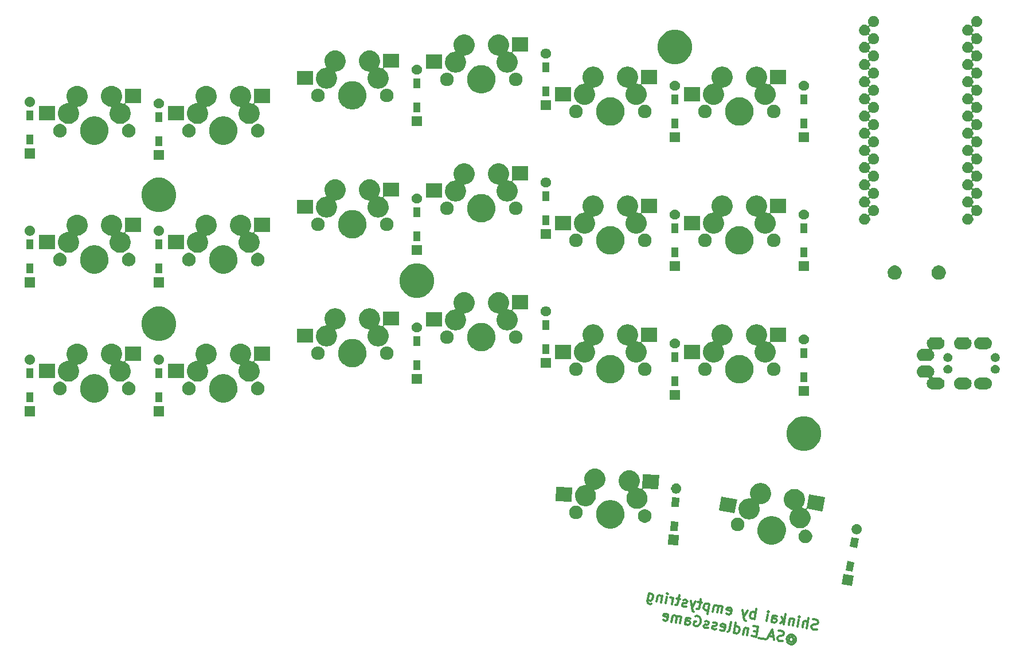
<source format=gbr>
G04 #@! TF.GenerationSoftware,KiCad,Pcbnew,(5.1.0)-1*
G04 #@! TF.CreationDate,2019-05-16T01:00:00+08:00*
G04 #@! TF.ProjectId,Shinkai,5368696e-6b61-4692-9e6b-696361645f70,rev?*
G04 #@! TF.SameCoordinates,Original*
G04 #@! TF.FileFunction,Soldermask,Bot*
G04 #@! TF.FilePolarity,Negative*
%FSLAX46Y46*%
G04 Gerber Fmt 4.6, Leading zero omitted, Abs format (unit mm)*
G04 Created by KiCad (PCBNEW (5.1.0)-1) date 2019-05-16 01:00:00*
%MOMM*%
%LPD*%
G04 APERTURE LIST*
%ADD10C,0.300000*%
%ADD11C,0.100000*%
G04 APERTURE END LIST*
D10*
X201947268Y-167047671D02*
X201723835Y-167080804D01*
X201372118Y-167018787D01*
X201243834Y-166923637D01*
X201185894Y-166840890D01*
X201140358Y-166687800D01*
X201165165Y-166547113D01*
X201260315Y-166418829D01*
X201343062Y-166360889D01*
X201496152Y-166315353D01*
X201789929Y-166294623D01*
X201943019Y-166249087D01*
X202025766Y-166191147D01*
X202120917Y-166062863D01*
X202145723Y-165922176D01*
X202100187Y-165769086D01*
X202042247Y-165686339D01*
X201913964Y-165591189D01*
X201562247Y-165529172D01*
X201338813Y-165562305D01*
X200457653Y-166857542D02*
X200718126Y-165380331D01*
X199824563Y-166745911D02*
X199961000Y-165972134D01*
X200056151Y-165843850D01*
X200209241Y-165798314D01*
X200420271Y-165835524D01*
X200548555Y-165930674D01*
X200606495Y-166013421D01*
X199121129Y-166621877D02*
X199294777Y-165637069D01*
X199381601Y-165144665D02*
X199439541Y-165227412D01*
X199356794Y-165285352D01*
X199298854Y-165202605D01*
X199381601Y-165144665D01*
X199356794Y-165285352D01*
X198591343Y-165513035D02*
X198417694Y-166497842D01*
X198566536Y-165653721D02*
X198508596Y-165570975D01*
X198380312Y-165475824D01*
X198169282Y-165438614D01*
X198016192Y-165484151D01*
X197921042Y-165612434D01*
X197784604Y-166386211D01*
X197081170Y-166262177D02*
X197341642Y-164784965D01*
X197039710Y-165674623D02*
X196518422Y-166162949D01*
X196692070Y-165178142D02*
X197155590Y-165840117D01*
X195252241Y-165939688D02*
X195388679Y-165165910D01*
X195483829Y-165037627D01*
X195636919Y-164992090D01*
X195918293Y-165041704D01*
X196046576Y-165136854D01*
X195264644Y-165869344D02*
X195392928Y-165964494D01*
X195744645Y-166026512D01*
X195897735Y-165980975D01*
X195992885Y-165852692D01*
X196017692Y-165712005D01*
X195972156Y-165558915D01*
X195843872Y-165463764D01*
X195492155Y-165401747D01*
X195363872Y-165306597D01*
X194548807Y-165815653D02*
X194722455Y-164830845D01*
X194809279Y-164338441D02*
X194867219Y-164421188D01*
X194784472Y-164479128D01*
X194726532Y-164396381D01*
X194809279Y-164338441D01*
X194784472Y-164479128D01*
X192719878Y-165493164D02*
X192980350Y-164015952D01*
X192881123Y-164578699D02*
X192752839Y-164483549D01*
X192471466Y-164433935D01*
X192318376Y-164479472D01*
X192235629Y-164537412D01*
X192140478Y-164665695D01*
X192066058Y-165087756D01*
X192111594Y-165240846D01*
X192169534Y-165323593D01*
X192297818Y-165418743D01*
X192579191Y-165468357D01*
X192732282Y-165422820D01*
X191697688Y-164297497D02*
X191172323Y-165220288D01*
X190994254Y-164173463D02*
X191172323Y-165220288D01*
X191250993Y-165596812D01*
X191308933Y-165679559D01*
X191437216Y-165774709D01*
X188582020Y-164691017D02*
X188710304Y-164786167D01*
X188991677Y-164835781D01*
X189144768Y-164790245D01*
X189239918Y-164661961D01*
X189339145Y-164099214D01*
X189293609Y-163946124D01*
X189165326Y-163850974D01*
X188883952Y-163801360D01*
X188730862Y-163846896D01*
X188635711Y-163975180D01*
X188610904Y-164115866D01*
X189289532Y-164380588D01*
X187866183Y-164637326D02*
X188039831Y-163652518D01*
X188015024Y-163793205D02*
X187957084Y-163710458D01*
X187828801Y-163615308D01*
X187617770Y-163578098D01*
X187464680Y-163623634D01*
X187369530Y-163751918D01*
X187233092Y-164525695D01*
X187369530Y-163751918D02*
X187323993Y-163598827D01*
X187195710Y-163503677D01*
X186984680Y-163466467D01*
X186831590Y-163512003D01*
X186736439Y-163640287D01*
X186600001Y-164414064D01*
X186070215Y-163305222D02*
X185809743Y-164782434D01*
X186057812Y-163375565D02*
X185929529Y-163280415D01*
X185648155Y-163230801D01*
X185495065Y-163276338D01*
X185412318Y-163334278D01*
X185317168Y-163462561D01*
X185242747Y-163884622D01*
X185288283Y-164037712D01*
X185346223Y-164120459D01*
X185474507Y-164215609D01*
X185755880Y-164265223D01*
X185908971Y-164219686D01*
X184944721Y-163106767D02*
X184381974Y-163007539D01*
X184820515Y-162577153D02*
X184597253Y-163843334D01*
X184502102Y-163971618D01*
X184349012Y-164017154D01*
X184208325Y-163992347D01*
X184030257Y-162945522D02*
X183504891Y-163868313D01*
X183326822Y-162821488D02*
X183504891Y-163868313D01*
X183583561Y-164244837D01*
X183641501Y-164327584D01*
X183769784Y-164422734D01*
X182673174Y-163649128D02*
X182520084Y-163694665D01*
X182238710Y-163645051D01*
X182110427Y-163549901D01*
X182064890Y-163396810D01*
X182077293Y-163326467D01*
X182172444Y-163198184D01*
X182325534Y-163152647D01*
X182536564Y-163189857D01*
X182689654Y-163144321D01*
X182784805Y-163016037D01*
X182797208Y-162945694D01*
X182751672Y-162792604D01*
X182623388Y-162697453D01*
X182412358Y-162660243D01*
X182259268Y-162705780D01*
X181779267Y-162548612D02*
X181216520Y-162449385D01*
X181655061Y-162018998D02*
X181431799Y-163285179D01*
X181336649Y-163413463D01*
X181183559Y-163458999D01*
X181042872Y-163434192D01*
X180550468Y-163347368D02*
X180724116Y-162362561D01*
X180674502Y-162643934D02*
X180628966Y-162490844D01*
X180571026Y-162408097D01*
X180442743Y-162312947D01*
X180302056Y-162288140D01*
X179636004Y-163186124D02*
X179809652Y-162201316D01*
X179896476Y-161708912D02*
X179954416Y-161791659D01*
X179871669Y-161849599D01*
X179813729Y-161766852D01*
X179896476Y-161708912D01*
X179871669Y-161849599D01*
X179106218Y-162077281D02*
X178932570Y-163062089D01*
X179081411Y-162217968D02*
X179023471Y-162135221D01*
X178895188Y-162040071D01*
X178684157Y-162002861D01*
X178531067Y-162048397D01*
X178435917Y-162176681D01*
X178299479Y-162950458D01*
X177136602Y-161729985D02*
X176925744Y-162925823D01*
X176971280Y-163078913D01*
X177029220Y-163161660D01*
X177157504Y-163256810D01*
X177368534Y-163294021D01*
X177521624Y-163248484D01*
X176975358Y-162644449D02*
X177103641Y-162739600D01*
X177385015Y-162789213D01*
X177538105Y-162743677D01*
X177620852Y-162685737D01*
X177716002Y-162557454D01*
X177790423Y-162135393D01*
X177744886Y-161982303D01*
X177686946Y-161899556D01*
X177558663Y-161804406D01*
X177277289Y-161754792D01*
X177124199Y-161800328D01*
X197923067Y-168274660D02*
X198005814Y-168216720D01*
X198158904Y-168171183D01*
X198299591Y-168195990D01*
X198427875Y-168291140D01*
X198485815Y-168373887D01*
X198531351Y-168526977D01*
X198506544Y-168667664D01*
X198411394Y-168795948D01*
X198328647Y-168853888D01*
X198175557Y-168899424D01*
X198034870Y-168874617D01*
X197906587Y-168779467D01*
X197848647Y-168696720D01*
X197947874Y-168133973D02*
X197848647Y-168696720D01*
X197765900Y-168754660D01*
X197695556Y-168742257D01*
X197567273Y-168647106D01*
X197521736Y-168494016D01*
X197583754Y-168142299D01*
X197761651Y-167956076D01*
X197997488Y-167852599D01*
X198291265Y-167831870D01*
X198560235Y-167951827D01*
X198746459Y-168129724D01*
X198849935Y-168365561D01*
X198870665Y-168659338D01*
X198750708Y-168928308D01*
X198572810Y-169114532D01*
X198336973Y-169218008D01*
X198043196Y-169238738D01*
X197774226Y-169118781D01*
X197588003Y-168940883D01*
X196896972Y-168746506D02*
X196673538Y-168779639D01*
X196321821Y-168717622D01*
X196193538Y-168622471D01*
X196135598Y-168539724D01*
X196090061Y-168386634D01*
X196114868Y-168245947D01*
X196210019Y-168117664D01*
X196292765Y-168059724D01*
X196445856Y-168014187D01*
X196739633Y-167993458D01*
X196892723Y-167947921D01*
X196975470Y-167889981D01*
X197070620Y-167761698D01*
X197095427Y-167621011D01*
X197049891Y-167467921D01*
X196991951Y-167385174D01*
X196863667Y-167290024D01*
X196511950Y-167228006D01*
X196288516Y-167261140D01*
X195552121Y-168146720D02*
X194848687Y-168022685D01*
X195618387Y-168593587D02*
X195386456Y-167029551D01*
X194633579Y-168419939D01*
X194468086Y-168535819D02*
X193342591Y-168337364D01*
X193152119Y-167360882D02*
X192659715Y-167274058D01*
X192312247Y-168010625D02*
X193015681Y-168134660D01*
X193276153Y-166657448D01*
X192572719Y-166533414D01*
X191852804Y-166914187D02*
X191679156Y-167898994D01*
X191827997Y-167054873D02*
X191770057Y-166972127D01*
X191641774Y-166876976D01*
X191430744Y-166839766D01*
X191277654Y-166885303D01*
X191182503Y-167013586D01*
X191046065Y-167787363D01*
X189709541Y-167551698D02*
X189970013Y-166074486D01*
X189721944Y-167481355D02*
X189850227Y-167576505D01*
X190131601Y-167626119D01*
X190284691Y-167580582D01*
X190367438Y-167522642D01*
X190462588Y-167394359D01*
X190537009Y-166972298D01*
X190491473Y-166819208D01*
X190433533Y-166736461D01*
X190305249Y-166641311D01*
X190023876Y-166591697D01*
X189870785Y-166637234D01*
X188795076Y-167390453D02*
X188948167Y-167344917D01*
X189043317Y-167216633D01*
X189266579Y-165950452D01*
X187681985Y-167121655D02*
X187810269Y-167216805D01*
X188091642Y-167266419D01*
X188244732Y-167220882D01*
X188339883Y-167092599D01*
X188439110Y-166529852D01*
X188393574Y-166376761D01*
X188265290Y-166281611D01*
X187983917Y-166231997D01*
X187830826Y-166277534D01*
X187735676Y-166405817D01*
X187710869Y-166546504D01*
X188389496Y-166811225D01*
X187048894Y-167010024D02*
X186895804Y-167055560D01*
X186614431Y-167005947D01*
X186486147Y-166910796D01*
X186440611Y-166757706D01*
X186453014Y-166687363D01*
X186548164Y-166559079D01*
X186701255Y-166513543D01*
X186912285Y-166550753D01*
X187065375Y-166505217D01*
X187160525Y-166376933D01*
X187172929Y-166306590D01*
X187127392Y-166153499D01*
X186999109Y-166058349D01*
X186788079Y-166021139D01*
X186634988Y-166066675D01*
X185853056Y-166799165D02*
X185699966Y-166844702D01*
X185418593Y-166795088D01*
X185290309Y-166699938D01*
X185244773Y-166546848D01*
X185257176Y-166476504D01*
X185352326Y-166348221D01*
X185505417Y-166302684D01*
X185716447Y-166339895D01*
X185869537Y-166294358D01*
X185964687Y-166166075D01*
X185977091Y-166095731D01*
X185931554Y-165942641D01*
X185803271Y-165847491D01*
X185592241Y-165810280D01*
X185439150Y-165855817D01*
X184048763Y-165102941D02*
X184201853Y-165057404D01*
X184412883Y-165094615D01*
X184611510Y-165202168D01*
X184727390Y-165367662D01*
X184772927Y-165520752D01*
X184793656Y-165814529D01*
X184756446Y-166025560D01*
X184636489Y-166294530D01*
X184541339Y-166422813D01*
X184375845Y-166538693D01*
X184152411Y-166571826D01*
X184011724Y-166547019D01*
X183813098Y-166439466D01*
X183755158Y-166356719D01*
X183841982Y-165864315D01*
X184123355Y-165913929D01*
X182464169Y-166274144D02*
X182600607Y-165500366D01*
X182695757Y-165372083D01*
X182848848Y-165326546D01*
X183130221Y-165376160D01*
X183258505Y-165471310D01*
X182476573Y-166203800D02*
X182604856Y-166298950D01*
X182956573Y-166360968D01*
X183109663Y-166315431D01*
X183204814Y-166187148D01*
X183229621Y-166046461D01*
X183184084Y-165893371D01*
X183055801Y-165798220D01*
X182704084Y-165736203D01*
X182575800Y-165641053D01*
X181760735Y-166150109D02*
X181934383Y-165165301D01*
X181909576Y-165305988D02*
X181851637Y-165223241D01*
X181723353Y-165128091D01*
X181512323Y-165090881D01*
X181359233Y-165136417D01*
X181264082Y-165264701D01*
X181127644Y-166038478D01*
X181264082Y-165264701D02*
X181218546Y-165111610D01*
X181090262Y-165016460D01*
X180879232Y-164979250D01*
X180726142Y-165024786D01*
X180630992Y-165153070D01*
X180494554Y-165926847D01*
X179240776Y-165633242D02*
X179369059Y-165728392D01*
X179650433Y-165778006D01*
X179803523Y-165732469D01*
X179898673Y-165604186D01*
X179997901Y-165041439D01*
X179952364Y-164888348D01*
X179824081Y-164793198D01*
X179542707Y-164743584D01*
X179389617Y-164789121D01*
X179294467Y-164917404D01*
X179269660Y-165058091D01*
X179948287Y-165322812D01*
D11*
G36*
X207376283Y-159116684D02*
G01*
X207115984Y-160592911D01*
X205639757Y-160332612D01*
X205900056Y-158856385D01*
X207376283Y-159116684D01*
X207376283Y-159116684D01*
G37*
G36*
X207501130Y-157121553D02*
G01*
X207257676Y-158502253D01*
X206221658Y-158319575D01*
X206465112Y-156938875D01*
X207501130Y-157121553D01*
X207501130Y-157121553D01*
G37*
G36*
X208117582Y-153625485D02*
G01*
X207874128Y-155006185D01*
X206838110Y-154823507D01*
X207081564Y-153442807D01*
X208117582Y-153625485D01*
X208117582Y-153625485D01*
G37*
G36*
X181564059Y-153114912D02*
G01*
X181485607Y-154611858D01*
X179988661Y-154533406D01*
X180067113Y-153036460D01*
X181564059Y-153114912D01*
X181564059Y-153114912D01*
G37*
G36*
X195740036Y-150352827D02*
G01*
X195875339Y-150379740D01*
X196024996Y-150441730D01*
X196239089Y-150530410D01*
X196257697Y-150538118D01*
X196283464Y-150555335D01*
X196601809Y-150768046D01*
X196894454Y-151060691D01*
X196968622Y-151171691D01*
X197124382Y-151404803D01*
X197282760Y-151787161D01*
X197287273Y-151809848D01*
X197363500Y-152193068D01*
X197363500Y-152606932D01*
X197323508Y-152807984D01*
X197282760Y-153012839D01*
X197272975Y-153036461D01*
X197124383Y-153395195D01*
X196970509Y-153625485D01*
X196894453Y-153739310D01*
X196601810Y-154031953D01*
X196257697Y-154261882D01*
X195875339Y-154420260D01*
X195740036Y-154447173D01*
X195469432Y-154501000D01*
X195055568Y-154501000D01*
X194784964Y-154447173D01*
X194649661Y-154420260D01*
X194267303Y-154261882D01*
X193923190Y-154031953D01*
X193630547Y-153739310D01*
X193554492Y-153625485D01*
X193400617Y-153395195D01*
X193252025Y-153036461D01*
X193242240Y-153012839D01*
X193201492Y-152807984D01*
X193161500Y-152606932D01*
X193161500Y-152193068D01*
X193237727Y-151809848D01*
X193242240Y-151787161D01*
X193400618Y-151404803D01*
X193556378Y-151171691D01*
X193630546Y-151060691D01*
X193923191Y-150768046D01*
X194241536Y-150555335D01*
X194267303Y-150538118D01*
X194285912Y-150530410D01*
X194500004Y-150441730D01*
X194649661Y-150379740D01*
X194784964Y-150352827D01*
X195055568Y-150299000D01*
X195469432Y-150299000D01*
X195740036Y-150352827D01*
X195740036Y-150352827D01*
G37*
G36*
X200429761Y-152294231D02*
G01*
X200557304Y-152319601D01*
X200739474Y-152395059D01*
X200903423Y-152504606D01*
X201042850Y-152644033D01*
X201152397Y-152807982D01*
X201227855Y-152990152D01*
X201266323Y-153183543D01*
X201266323Y-153380723D01*
X201227855Y-153574114D01*
X201152397Y-153756284D01*
X201042850Y-153920233D01*
X200903423Y-154059660D01*
X200739474Y-154169207D01*
X200557304Y-154244665D01*
X200363914Y-154283133D01*
X200166732Y-154283133D01*
X199973342Y-154244665D01*
X199791172Y-154169207D01*
X199627223Y-154059660D01*
X199487796Y-153920233D01*
X199378249Y-153756284D01*
X199302791Y-153574114D01*
X199264323Y-153380723D01*
X199264323Y-153183543D01*
X199302791Y-152990152D01*
X199378249Y-152807982D01*
X199487796Y-152644033D01*
X199627223Y-152504606D01*
X199791172Y-152395059D01*
X199973342Y-152319601D01*
X200100885Y-152294231D01*
X200166732Y-152281133D01*
X200363914Y-152281133D01*
X200429761Y-152294231D01*
X200429761Y-152294231D01*
G37*
G36*
X207925645Y-151475011D02*
G01*
X208049841Y-151499714D01*
X208186242Y-151556213D01*
X208308999Y-151638237D01*
X208413395Y-151742633D01*
X208495419Y-151865390D01*
X208551918Y-152001791D01*
X208580720Y-152146593D01*
X208580720Y-152294231D01*
X208551918Y-152439033D01*
X208495419Y-152575434D01*
X208413395Y-152698191D01*
X208308999Y-152802587D01*
X208186242Y-152884611D01*
X208049841Y-152941110D01*
X207925645Y-152965813D01*
X207905040Y-152969912D01*
X207757400Y-152969912D01*
X207736795Y-152965813D01*
X207612599Y-152941110D01*
X207476198Y-152884611D01*
X207353441Y-152802587D01*
X207249045Y-152698191D01*
X207167021Y-152575434D01*
X207110522Y-152439033D01*
X207081720Y-152294231D01*
X207081720Y-152146593D01*
X207110522Y-152001791D01*
X207167021Y-151865390D01*
X207249045Y-151742633D01*
X207353441Y-151638237D01*
X207476198Y-151556213D01*
X207612599Y-151499714D01*
X207736795Y-151475011D01*
X207757400Y-151470912D01*
X207905040Y-151470912D01*
X207925645Y-151475011D01*
X207925645Y-151475011D01*
G37*
G36*
X180444107Y-151066991D02*
G01*
X181444831Y-151119436D01*
X181371456Y-152519515D01*
X181371455Y-152519515D01*
X181321621Y-152516903D01*
X180320897Y-152464458D01*
X180394272Y-151064379D01*
X180394273Y-151064379D01*
X180444107Y-151066991D01*
X180444107Y-151066991D01*
G37*
G36*
X190426352Y-150530410D02*
G01*
X190551658Y-150555335D01*
X190733828Y-150630793D01*
X190897777Y-150740340D01*
X191037204Y-150879767D01*
X191146751Y-151043716D01*
X191222209Y-151225886D01*
X191260677Y-151419277D01*
X191260677Y-151616457D01*
X191222209Y-151809848D01*
X191146751Y-151992018D01*
X191037204Y-152155967D01*
X190897777Y-152295394D01*
X190733828Y-152404941D01*
X190551658Y-152480399D01*
X190454962Y-152499633D01*
X190358268Y-152518867D01*
X190161086Y-152518867D01*
X190064392Y-152499633D01*
X189967696Y-152480399D01*
X189785526Y-152404941D01*
X189621577Y-152295394D01*
X189482150Y-152155967D01*
X189372603Y-151992018D01*
X189297145Y-151809848D01*
X189258677Y-151616457D01*
X189258677Y-151419277D01*
X189297145Y-151225886D01*
X189372603Y-151043716D01*
X189482150Y-150879767D01*
X189621577Y-150740340D01*
X189785526Y-150630793D01*
X189967696Y-150555335D01*
X190093002Y-150530410D01*
X190161086Y-150516867D01*
X190358268Y-150516867D01*
X190426352Y-150530410D01*
X190426352Y-150530410D01*
G37*
G36*
X171927536Y-147971577D02*
G01*
X172062839Y-147998490D01*
X172333206Y-148110480D01*
X172390086Y-148134040D01*
X172445197Y-148156868D01*
X172789310Y-148386797D01*
X173081953Y-148679440D01*
X173257514Y-148942185D01*
X173311883Y-149023555D01*
X173337015Y-149084229D01*
X173470260Y-149405911D01*
X173483036Y-149470140D01*
X173551000Y-149811818D01*
X173551000Y-150225682D01*
X173508025Y-150441729D01*
X173470260Y-150631589D01*
X173311882Y-151013947D01*
X173081953Y-151358060D01*
X172789310Y-151650703D01*
X172445197Y-151880632D01*
X172062839Y-152039010D01*
X171927536Y-152065923D01*
X171656932Y-152119750D01*
X171243068Y-152119750D01*
X170972464Y-152065923D01*
X170837161Y-152039010D01*
X170454803Y-151880632D01*
X170110690Y-151650703D01*
X169818047Y-151358060D01*
X169588118Y-151013947D01*
X169429740Y-150631589D01*
X169391975Y-150441729D01*
X169349000Y-150225682D01*
X169349000Y-149811818D01*
X169416964Y-149470140D01*
X169429740Y-149405911D01*
X169562985Y-149084229D01*
X169588117Y-149023555D01*
X169642487Y-148942185D01*
X169818047Y-148679440D01*
X170110690Y-148386797D01*
X170454803Y-148156868D01*
X170509915Y-148134040D01*
X170566794Y-148110480D01*
X170837161Y-147998490D01*
X170972464Y-147971577D01*
X171243068Y-147917750D01*
X171656932Y-147917750D01*
X171927536Y-147971577D01*
X171927536Y-147971577D01*
G37*
G36*
X198945874Y-146316497D02*
G01*
X199098454Y-146346847D01*
X199380718Y-146463764D01*
X199634749Y-146633502D01*
X199850785Y-146849538D01*
X200020523Y-147103569D01*
X200137440Y-147385833D01*
X200141953Y-147408520D01*
X200197044Y-147685482D01*
X200197044Y-147991004D01*
X200188840Y-148032248D01*
X200137440Y-148290653D01*
X200020523Y-148572917D01*
X199850785Y-148826948D01*
X199823925Y-148853808D01*
X199808389Y-148872739D01*
X199796838Y-148894350D01*
X199789725Y-148917799D01*
X199787323Y-148942185D01*
X199789725Y-148966571D01*
X199796838Y-148990020D01*
X199808389Y-149011631D01*
X199823934Y-149030573D01*
X199842876Y-149046118D01*
X199864487Y-149057669D01*
X199887926Y-149064779D01*
X199908094Y-149068791D01*
X200190358Y-149185708D01*
X200216550Y-149203209D01*
X200238149Y-149214754D01*
X200261598Y-149221867D01*
X200285984Y-149224269D01*
X200310370Y-149221867D01*
X200333819Y-149214754D01*
X200355430Y-149203203D01*
X200374372Y-149187658D01*
X200389918Y-149168716D01*
X200401469Y-149147106D01*
X200409085Y-149120976D01*
X200764733Y-147103995D01*
X203130241Y-147521097D01*
X203130241Y-147521098D01*
X202788201Y-149460903D01*
X202765233Y-149591163D01*
X200624157Y-149213634D01*
X200599724Y-149211765D01*
X200575396Y-149214698D01*
X200552108Y-149222321D01*
X200530755Y-149234341D01*
X200512156Y-149250296D01*
X200497028Y-149269572D01*
X200485951Y-149291430D01*
X200479351Y-149315028D01*
X200477482Y-149339461D01*
X200480415Y-149363789D01*
X200488038Y-149387077D01*
X200500058Y-149408430D01*
X200514053Y-149425110D01*
X200660425Y-149571482D01*
X200830163Y-149825513D01*
X200947080Y-150107777D01*
X200947080Y-150107778D01*
X201001867Y-150383207D01*
X201006684Y-150407427D01*
X201006684Y-150712947D01*
X200947080Y-151012597D01*
X200830163Y-151294861D01*
X200660425Y-151548892D01*
X200444389Y-151764928D01*
X200190358Y-151934666D01*
X199908094Y-152051583D01*
X199758269Y-152081385D01*
X199608445Y-152111187D01*
X199302923Y-152111187D01*
X199153099Y-152081385D01*
X199003274Y-152051583D01*
X198721010Y-151934666D01*
X198466979Y-151764928D01*
X198250943Y-151548892D01*
X198081205Y-151294861D01*
X197964288Y-151012597D01*
X197904684Y-150712947D01*
X197904684Y-150407427D01*
X197909502Y-150383207D01*
X197964288Y-150107778D01*
X197964288Y-150107777D01*
X198081205Y-149825513D01*
X198250943Y-149571482D01*
X198277803Y-149544622D01*
X198293339Y-149525691D01*
X198304890Y-149504080D01*
X198312003Y-149480631D01*
X198314405Y-149456245D01*
X198312003Y-149431859D01*
X198304890Y-149408410D01*
X198293339Y-149386799D01*
X198277794Y-149367857D01*
X198258852Y-149352312D01*
X198237241Y-149340761D01*
X198213802Y-149333651D01*
X198193634Y-149329639D01*
X197911370Y-149212722D01*
X197657339Y-149042984D01*
X197441303Y-148826948D01*
X197271565Y-148572917D01*
X197154648Y-148290653D01*
X197103248Y-148032248D01*
X197095044Y-147991004D01*
X197095044Y-147685482D01*
X197150135Y-147408520D01*
X197154648Y-147385833D01*
X197271565Y-147103569D01*
X197441303Y-146849538D01*
X197657339Y-146633502D01*
X197911370Y-146463764D01*
X198193634Y-146346847D01*
X198346214Y-146316497D01*
X198493283Y-146287243D01*
X198798805Y-146287243D01*
X198945874Y-146316497D01*
X198945874Y-146316497D01*
G37*
G36*
X176815019Y-149322085D02*
G01*
X176997189Y-149397543D01*
X177161138Y-149507090D01*
X177300565Y-149646517D01*
X177410112Y-149810466D01*
X177476883Y-149971663D01*
X177485570Y-149992637D01*
X177524038Y-150186026D01*
X177524038Y-150383208D01*
X177522491Y-150390983D01*
X177485570Y-150576598D01*
X177459325Y-150639958D01*
X177412136Y-150753883D01*
X177410112Y-150758768D01*
X177300565Y-150922717D01*
X177161138Y-151062144D01*
X176997189Y-151171691D01*
X176815019Y-151247149D01*
X176718323Y-151266383D01*
X176621629Y-151285617D01*
X176424447Y-151285617D01*
X176327753Y-151266383D01*
X176231057Y-151247149D01*
X176048887Y-151171691D01*
X175884938Y-151062144D01*
X175745511Y-150922717D01*
X175635964Y-150758768D01*
X175633941Y-150753883D01*
X175586751Y-150639958D01*
X175560506Y-150576598D01*
X175523585Y-150390983D01*
X175522038Y-150383208D01*
X175522038Y-150186026D01*
X175560506Y-149992637D01*
X175569194Y-149971663D01*
X175635964Y-149810466D01*
X175745511Y-149646517D01*
X175884938Y-149507090D01*
X176048887Y-149397543D01*
X176231057Y-149322085D01*
X176424447Y-149283617D01*
X176621629Y-149283617D01*
X176815019Y-149322085D01*
X176815019Y-149322085D01*
G37*
G36*
X193945806Y-145434912D02*
G01*
X194095631Y-145464714D01*
X194377895Y-145581631D01*
X194631926Y-145751369D01*
X194847962Y-145967405D01*
X195017700Y-146221436D01*
X195134617Y-146503700D01*
X195141164Y-146536613D01*
X195192914Y-146796776D01*
X195194221Y-146803350D01*
X195194221Y-147108870D01*
X195134617Y-147408520D01*
X195017700Y-147690784D01*
X194847962Y-147944815D01*
X194631926Y-148160851D01*
X194377895Y-148330589D01*
X194095631Y-148447506D01*
X193945806Y-148477308D01*
X193795982Y-148507110D01*
X193514988Y-148507110D01*
X193490602Y-148509512D01*
X193467153Y-148516625D01*
X193445542Y-148528176D01*
X193426600Y-148543721D01*
X193411055Y-148562663D01*
X193399504Y-148584274D01*
X193392391Y-148607723D01*
X193389989Y-148632109D01*
X193392391Y-148656495D01*
X193399504Y-148679944D01*
X193442845Y-148784579D01*
X193502449Y-149084228D01*
X193502449Y-149389750D01*
X193472647Y-149539574D01*
X193442845Y-149689399D01*
X193325928Y-149971663D01*
X193156190Y-150225694D01*
X192940154Y-150441730D01*
X192686123Y-150611468D01*
X192403859Y-150728385D01*
X192275672Y-150753883D01*
X192104210Y-150787989D01*
X191798688Y-150787989D01*
X191627226Y-150753883D01*
X191499039Y-150728385D01*
X191216775Y-150611468D01*
X190962744Y-150441730D01*
X190746708Y-150225694D01*
X190576970Y-149971663D01*
X190460053Y-149689399D01*
X190430251Y-149539574D01*
X190400449Y-149389750D01*
X190400449Y-149084228D01*
X190451625Y-148826948D01*
X190460053Y-148784579D01*
X190576970Y-148502315D01*
X190746708Y-148248284D01*
X190962744Y-148032248D01*
X191216775Y-147862510D01*
X191499039Y-147745593D01*
X191648864Y-147715791D01*
X191798688Y-147685989D01*
X192079682Y-147685989D01*
X192104068Y-147683587D01*
X192127517Y-147676474D01*
X192149128Y-147664923D01*
X192168070Y-147649378D01*
X192183615Y-147630436D01*
X192195166Y-147608825D01*
X192202279Y-147585376D01*
X192204681Y-147560990D01*
X192202279Y-147536604D01*
X192195166Y-147513155D01*
X192151825Y-147408520D01*
X192092221Y-147108871D01*
X192092221Y-146803349D01*
X192145278Y-146536613D01*
X192151825Y-146503700D01*
X192268742Y-146221436D01*
X192438480Y-145967405D01*
X192654516Y-145751369D01*
X192908547Y-145581631D01*
X193190811Y-145464714D01*
X193340636Y-145434912D01*
X193490460Y-145405110D01*
X193795982Y-145405110D01*
X193945806Y-145434912D01*
X193945806Y-145434912D01*
G37*
G36*
X166668943Y-148790351D02*
G01*
X166851113Y-148865809D01*
X167015062Y-148975356D01*
X167154489Y-149114783D01*
X167257915Y-149269572D01*
X167264037Y-149278734D01*
X167269296Y-149291430D01*
X167339494Y-149460902D01*
X167341332Y-149470141D01*
X167377962Y-149654292D01*
X167377962Y-149851474D01*
X167339494Y-150044863D01*
X167264592Y-150225693D01*
X167264036Y-150227034D01*
X167154489Y-150390983D01*
X167015062Y-150530410D01*
X166851113Y-150639957D01*
X166668943Y-150715415D01*
X166475553Y-150753883D01*
X166278371Y-150753883D01*
X166084981Y-150715415D01*
X165902811Y-150639957D01*
X165738862Y-150530410D01*
X165599435Y-150390983D01*
X165489888Y-150227034D01*
X165489333Y-150225693D01*
X165414430Y-150044863D01*
X165375962Y-149851474D01*
X165375962Y-149654292D01*
X165412592Y-149470141D01*
X165414430Y-149460902D01*
X165484628Y-149291430D01*
X165489887Y-149278734D01*
X165496009Y-149269572D01*
X165599435Y-149114783D01*
X165738862Y-148975356D01*
X165902811Y-148865809D01*
X166084981Y-148790351D01*
X166278371Y-148751883D01*
X166475553Y-148751883D01*
X166668943Y-148790351D01*
X166668943Y-148790351D01*
G37*
G36*
X190182116Y-147817177D02*
G01*
X190182116Y-147817178D01*
X189817108Y-149887243D01*
X187451600Y-149470141D01*
X187475668Y-149333647D01*
X187816608Y-147400075D01*
X190182116Y-147817177D01*
X190182116Y-147817177D01*
G37*
G36*
X174554971Y-143557447D02*
G01*
X174704796Y-143587249D01*
X174987060Y-143704166D01*
X175241091Y-143873904D01*
X175457127Y-144089940D01*
X175626865Y-144343971D01*
X175743782Y-144626235D01*
X175803386Y-144925885D01*
X175803386Y-145231405D01*
X175743782Y-145531055D01*
X175626865Y-145813319D01*
X175533512Y-145953032D01*
X175521964Y-145974637D01*
X175514851Y-145998086D01*
X175512449Y-146022472D01*
X175514851Y-146046858D01*
X175521964Y-146070307D01*
X175533515Y-146091918D01*
X175549061Y-146110860D01*
X175568002Y-146126405D01*
X175589613Y-146137956D01*
X175613062Y-146145069D01*
X175840122Y-146190234D01*
X175985706Y-146250537D01*
X176009153Y-146257649D01*
X176033539Y-146260051D01*
X176057925Y-146257649D01*
X176081374Y-146250536D01*
X176102985Y-146238985D01*
X176121927Y-146223439D01*
X176137472Y-146204498D01*
X176149023Y-146182887D01*
X176156136Y-146159438D01*
X176158367Y-146141594D01*
X176265799Y-144091667D01*
X178664507Y-144217378D01*
X178554497Y-146316497D01*
X176384525Y-146202774D01*
X176360047Y-146203897D01*
X176336257Y-146209773D01*
X176314072Y-146220177D01*
X176294342Y-146234710D01*
X176277827Y-146252812D01*
X176265161Y-146273789D01*
X176256830Y-146296833D01*
X176253155Y-146321060D01*
X176254278Y-146345538D01*
X176260154Y-146369328D01*
X176270558Y-146391513D01*
X176285091Y-146411243D01*
X176308532Y-146431529D01*
X176376417Y-146476889D01*
X176592453Y-146692925D01*
X176762191Y-146946956D01*
X176838039Y-147130071D01*
X176879108Y-147229221D01*
X176936798Y-147519245D01*
X176938712Y-147528870D01*
X176938712Y-147834390D01*
X176879108Y-148134040D01*
X176762191Y-148416304D01*
X176592453Y-148670335D01*
X176376417Y-148886371D01*
X176122386Y-149056109D01*
X175840122Y-149173026D01*
X175690297Y-149202828D01*
X175540473Y-149232630D01*
X175234951Y-149232630D01*
X175085127Y-149202828D01*
X174935302Y-149173026D01*
X174653038Y-149056109D01*
X174399007Y-148886371D01*
X174182971Y-148670335D01*
X174013233Y-148416304D01*
X173896316Y-148134040D01*
X173836712Y-147834390D01*
X173836712Y-147528870D01*
X173838627Y-147519245D01*
X173896316Y-147229221D01*
X173946166Y-147108871D01*
X174013233Y-146946956D01*
X174106586Y-146807243D01*
X174118134Y-146785638D01*
X174125247Y-146762189D01*
X174127649Y-146737803D01*
X174125247Y-146713417D01*
X174118134Y-146689968D01*
X174106583Y-146668357D01*
X174091037Y-146649415D01*
X174072096Y-146633870D01*
X174050485Y-146622319D01*
X174027036Y-146615206D01*
X174000137Y-146609855D01*
X173799976Y-146570041D01*
X173517712Y-146453124D01*
X173263681Y-146283386D01*
X173047645Y-146067350D01*
X172877907Y-145813319D01*
X172760990Y-145531055D01*
X172701386Y-145231405D01*
X172701386Y-144925885D01*
X172760990Y-144626235D01*
X172877907Y-144343971D01*
X173047645Y-144089940D01*
X173263681Y-143873904D01*
X173517712Y-143704166D01*
X173799976Y-143587249D01*
X173949801Y-143557447D01*
X174099625Y-143527645D01*
X174405147Y-143527645D01*
X174554971Y-143557447D01*
X174554971Y-143557447D01*
G37*
G36*
X180615403Y-147521097D02*
G01*
X181630623Y-147574302D01*
X181557248Y-148974381D01*
X181557247Y-148974381D01*
X181507413Y-148971769D01*
X180506689Y-148919324D01*
X180580064Y-147519245D01*
X180580065Y-147519245D01*
X180615403Y-147521097D01*
X180615403Y-147521097D01*
G37*
G36*
X169481933Y-143291581D02*
G01*
X169631758Y-143321383D01*
X169914022Y-143438300D01*
X170168053Y-143608038D01*
X170384089Y-143824074D01*
X170553827Y-144078105D01*
X170670744Y-144360369D01*
X170730348Y-144660019D01*
X170730348Y-144965539D01*
X170670744Y-145265189D01*
X170553827Y-145547453D01*
X170384089Y-145801484D01*
X170168053Y-146017520D01*
X169914022Y-146187258D01*
X169631758Y-146304175D01*
X169546871Y-146321060D01*
X169332109Y-146363779D01*
X169263292Y-146363779D01*
X169238906Y-146366181D01*
X169215457Y-146373294D01*
X169193846Y-146384845D01*
X169174904Y-146400390D01*
X169159359Y-146419332D01*
X169147808Y-146440943D01*
X169140695Y-146464392D01*
X169138293Y-146488778D01*
X169140695Y-146513164D01*
X169147808Y-146536613D01*
X169148000Y-146536972D01*
X169152631Y-146548153D01*
X169152634Y-146548157D01*
X169269551Y-146830421D01*
X169273354Y-146849539D01*
X169323884Y-147103569D01*
X169329155Y-147130071D01*
X169329155Y-147435591D01*
X169269551Y-147735241D01*
X169152634Y-148017505D01*
X168982896Y-148271536D01*
X168766860Y-148487572D01*
X168512829Y-148657310D01*
X168230565Y-148774227D01*
X168149504Y-148790351D01*
X167930916Y-148833831D01*
X167625394Y-148833831D01*
X167406806Y-148790351D01*
X167325745Y-148774227D01*
X167043481Y-148657310D01*
X166789450Y-148487572D01*
X166573414Y-148271536D01*
X166403676Y-148017505D01*
X166286759Y-147735241D01*
X166227155Y-147435591D01*
X166227155Y-147130071D01*
X166232427Y-147103569D01*
X166282956Y-146849539D01*
X166286759Y-146830421D01*
X166403676Y-146548157D01*
X166573414Y-146294126D01*
X166789450Y-146078090D01*
X167043481Y-145908352D01*
X167325745Y-145791435D01*
X167475570Y-145761633D01*
X167625394Y-145731831D01*
X167694211Y-145731831D01*
X167718597Y-145729429D01*
X167742046Y-145722316D01*
X167763657Y-145710765D01*
X167782599Y-145695220D01*
X167798144Y-145676278D01*
X167809695Y-145654667D01*
X167816808Y-145631218D01*
X167819210Y-145606832D01*
X167816808Y-145582446D01*
X167809695Y-145558997D01*
X167809503Y-145558638D01*
X167804872Y-145547457D01*
X167804869Y-145547453D01*
X167687952Y-145265189D01*
X167628348Y-144965539D01*
X167628348Y-144660019D01*
X167687952Y-144360369D01*
X167804869Y-144078105D01*
X167974607Y-143824074D01*
X168190643Y-143608038D01*
X168444674Y-143438300D01*
X168726938Y-143321383D01*
X168876763Y-143291581D01*
X169026587Y-143261779D01*
X169332109Y-143261779D01*
X169481933Y-143291581D01*
X169481933Y-143291581D01*
G37*
G36*
X165848979Y-146089230D02*
G01*
X165738969Y-148188349D01*
X163340261Y-148062638D01*
X163450271Y-145963519D01*
X165848979Y-146089230D01*
X165848979Y-146089230D01*
G37*
G36*
X181269585Y-145469200D02*
G01*
X181393781Y-145493903D01*
X181530182Y-145550402D01*
X181652939Y-145632426D01*
X181757335Y-145736822D01*
X181839359Y-145859579D01*
X181895858Y-145995980D01*
X181924660Y-146140782D01*
X181924660Y-146288420D01*
X181895858Y-146433222D01*
X181839359Y-146569623D01*
X181757335Y-146692380D01*
X181652939Y-146796776D01*
X181530182Y-146878800D01*
X181393781Y-146935299D01*
X181269585Y-146960002D01*
X181248980Y-146964101D01*
X181101340Y-146964101D01*
X181080735Y-146960002D01*
X180956539Y-146935299D01*
X180820138Y-146878800D01*
X180697381Y-146796776D01*
X180592985Y-146692380D01*
X180510961Y-146569623D01*
X180454462Y-146433222D01*
X180425660Y-146288420D01*
X180425660Y-146140782D01*
X180454462Y-145995980D01*
X180510961Y-145859579D01*
X180592985Y-145736822D01*
X180697381Y-145632426D01*
X180820138Y-145550402D01*
X180956539Y-145493903D01*
X181080735Y-145469200D01*
X181101340Y-145465101D01*
X181248980Y-145465101D01*
X181269585Y-145469200D01*
X181269585Y-145469200D01*
G37*
G36*
X200769938Y-135660113D02*
G01*
X201234190Y-135852412D01*
X201234192Y-135852413D01*
X201652008Y-136131589D01*
X202007331Y-136486912D01*
X202286507Y-136904728D01*
X202286508Y-136904730D01*
X202478807Y-137368982D01*
X202576840Y-137861827D01*
X202576840Y-138364333D01*
X202478807Y-138857178D01*
X202286508Y-139321430D01*
X202286507Y-139321432D01*
X202007331Y-139739248D01*
X201652008Y-140094571D01*
X201234192Y-140373747D01*
X201234191Y-140373748D01*
X201234190Y-140373748D01*
X200769938Y-140566047D01*
X200277093Y-140664080D01*
X199774587Y-140664080D01*
X199281742Y-140566047D01*
X198817490Y-140373748D01*
X198817489Y-140373748D01*
X198817488Y-140373747D01*
X198399672Y-140094571D01*
X198044349Y-139739248D01*
X197765173Y-139321432D01*
X197765172Y-139321430D01*
X197572873Y-138857178D01*
X197474840Y-138364333D01*
X197474840Y-137861827D01*
X197572873Y-137368982D01*
X197765172Y-136904730D01*
X197765173Y-136904728D01*
X198044349Y-136486912D01*
X198399672Y-136131589D01*
X198817488Y-135852413D01*
X198817490Y-135852412D01*
X199281742Y-135660113D01*
X199774587Y-135562080D01*
X200277093Y-135562080D01*
X200769938Y-135660113D01*
X200769938Y-135660113D01*
G37*
G36*
X105524940Y-135528800D02*
G01*
X104025940Y-135528800D01*
X104025940Y-134029800D01*
X105524940Y-134029800D01*
X105524940Y-135528800D01*
X105524940Y-135528800D01*
G37*
G36*
X86474860Y-135528800D02*
G01*
X84975860Y-135528800D01*
X84975860Y-134029800D01*
X86474860Y-134029800D01*
X86474860Y-135528800D01*
X86474860Y-135528800D01*
G37*
G36*
X95727536Y-129377827D02*
G01*
X95862839Y-129404740D01*
X96245197Y-129563118D01*
X96329839Y-129619674D01*
X96589309Y-129793046D01*
X96881954Y-130085691D01*
X96884659Y-130089740D01*
X97108005Y-130424000D01*
X97111883Y-130429805D01*
X97125412Y-130462468D01*
X97259797Y-130786900D01*
X97270260Y-130812162D01*
X97351000Y-131218068D01*
X97351000Y-131631932D01*
X97297847Y-131899149D01*
X97270260Y-132037839D01*
X97111882Y-132420197D01*
X96881953Y-132764310D01*
X96589310Y-133056953D01*
X96245197Y-133286882D01*
X95862839Y-133445260D01*
X95727536Y-133472173D01*
X95456932Y-133526000D01*
X95043068Y-133526000D01*
X94772464Y-133472173D01*
X94637161Y-133445260D01*
X94254803Y-133286882D01*
X93910690Y-133056953D01*
X93618047Y-132764310D01*
X93388118Y-132420197D01*
X93229740Y-132037839D01*
X93202153Y-131899149D01*
X93149000Y-131631932D01*
X93149000Y-131218068D01*
X93229740Y-130812162D01*
X93240204Y-130786900D01*
X93374588Y-130462468D01*
X93388117Y-130429805D01*
X93391996Y-130424000D01*
X93615341Y-130089740D01*
X93618046Y-130085691D01*
X93910691Y-129793046D01*
X94170161Y-129619674D01*
X94254803Y-129563118D01*
X94637161Y-129404740D01*
X94772464Y-129377827D01*
X95043068Y-129324000D01*
X95456932Y-129324000D01*
X95727536Y-129377827D01*
X95727536Y-129377827D01*
G37*
G36*
X114777536Y-129377827D02*
G01*
X114912839Y-129404740D01*
X115295197Y-129563118D01*
X115379839Y-129619674D01*
X115639309Y-129793046D01*
X115931954Y-130085691D01*
X115934659Y-130089740D01*
X116158005Y-130424000D01*
X116161883Y-130429805D01*
X116175412Y-130462468D01*
X116309797Y-130786900D01*
X116320260Y-130812162D01*
X116401000Y-131218068D01*
X116401000Y-131631932D01*
X116347847Y-131899149D01*
X116320260Y-132037839D01*
X116161882Y-132420197D01*
X115931953Y-132764310D01*
X115639310Y-133056953D01*
X115295197Y-133286882D01*
X114912839Y-133445260D01*
X114777536Y-133472173D01*
X114506932Y-133526000D01*
X114093068Y-133526000D01*
X113822464Y-133472173D01*
X113687161Y-133445260D01*
X113304803Y-133286882D01*
X112960690Y-133056953D01*
X112668047Y-132764310D01*
X112438118Y-132420197D01*
X112279740Y-132037839D01*
X112252153Y-131899149D01*
X112199000Y-131631932D01*
X112199000Y-131218068D01*
X112279740Y-130812162D01*
X112290204Y-130786900D01*
X112424588Y-130462468D01*
X112438117Y-130429805D01*
X112441996Y-130424000D01*
X112665341Y-130089740D01*
X112668046Y-130085691D01*
X112960691Y-129793046D01*
X113220161Y-129619674D01*
X113304803Y-129563118D01*
X113687161Y-129404740D01*
X113822464Y-129377827D01*
X114093068Y-129324000D01*
X114506932Y-129324000D01*
X114777536Y-129377827D01*
X114777536Y-129377827D01*
G37*
G36*
X105301440Y-133445300D02*
G01*
X104249440Y-133445300D01*
X104249440Y-132043300D01*
X105301440Y-132043300D01*
X105301440Y-133445300D01*
X105301440Y-133445300D01*
G37*
G36*
X86251360Y-133445300D02*
G01*
X85199360Y-133445300D01*
X85199360Y-132043300D01*
X86251360Y-132043300D01*
X86251360Y-133445300D01*
X86251360Y-133445300D01*
G37*
G36*
X181725260Y-133147540D02*
G01*
X180226260Y-133147540D01*
X180226260Y-131648540D01*
X181725260Y-131648540D01*
X181725260Y-133147540D01*
X181725260Y-133147540D01*
G37*
G36*
X200775340Y-132541280D02*
G01*
X199276340Y-132541280D01*
X199276340Y-131042280D01*
X200775340Y-131042280D01*
X200775340Y-132541280D01*
X200775340Y-132541280D01*
G37*
G36*
X119507764Y-130429803D02*
G01*
X119671981Y-130462468D01*
X119854151Y-130537926D01*
X120018100Y-130647473D01*
X120157527Y-130786900D01*
X120267074Y-130950849D01*
X120313960Y-131064040D01*
X120342532Y-131133020D01*
X120381000Y-131326409D01*
X120381000Y-131523591D01*
X120370574Y-131576003D01*
X120342532Y-131716981D01*
X120267074Y-131899151D01*
X120157527Y-132063100D01*
X120018100Y-132202527D01*
X119854151Y-132312074D01*
X119671981Y-132387532D01*
X119575285Y-132406766D01*
X119478591Y-132426000D01*
X119281409Y-132426000D01*
X119184715Y-132406766D01*
X119088019Y-132387532D01*
X118905849Y-132312074D01*
X118741900Y-132202527D01*
X118602473Y-132063100D01*
X118492926Y-131899151D01*
X118417468Y-131716981D01*
X118389426Y-131576003D01*
X118379000Y-131523591D01*
X118379000Y-131326409D01*
X118417468Y-131133020D01*
X118446041Y-131064040D01*
X118492926Y-130950849D01*
X118602473Y-130786900D01*
X118741900Y-130647473D01*
X118905849Y-130537926D01*
X119088019Y-130462468D01*
X119252236Y-130429803D01*
X119281409Y-130424000D01*
X119478591Y-130424000D01*
X119507764Y-130429803D01*
X119507764Y-130429803D01*
G37*
G36*
X90297764Y-130429803D02*
G01*
X90461981Y-130462468D01*
X90644151Y-130537926D01*
X90808100Y-130647473D01*
X90947527Y-130786900D01*
X91057074Y-130950849D01*
X91103960Y-131064040D01*
X91132532Y-131133020D01*
X91171000Y-131326409D01*
X91171000Y-131523591D01*
X91160574Y-131576003D01*
X91132532Y-131716981D01*
X91057074Y-131899151D01*
X90947527Y-132063100D01*
X90808100Y-132202527D01*
X90644151Y-132312074D01*
X90461981Y-132387532D01*
X90365285Y-132406766D01*
X90268591Y-132426000D01*
X90071409Y-132426000D01*
X89974715Y-132406766D01*
X89878019Y-132387532D01*
X89695849Y-132312074D01*
X89531900Y-132202527D01*
X89392473Y-132063100D01*
X89282926Y-131899151D01*
X89207468Y-131716981D01*
X89179426Y-131576003D01*
X89169000Y-131523591D01*
X89169000Y-131326409D01*
X89207468Y-131133020D01*
X89236041Y-131064040D01*
X89282926Y-130950849D01*
X89392473Y-130786900D01*
X89531900Y-130647473D01*
X89695849Y-130537926D01*
X89878019Y-130462468D01*
X90042236Y-130429803D01*
X90071409Y-130424000D01*
X90268591Y-130424000D01*
X90297764Y-130429803D01*
X90297764Y-130429803D01*
G37*
G36*
X100457764Y-130429803D02*
G01*
X100621981Y-130462468D01*
X100804151Y-130537926D01*
X100968100Y-130647473D01*
X101107527Y-130786900D01*
X101217074Y-130950849D01*
X101263960Y-131064040D01*
X101292532Y-131133020D01*
X101331000Y-131326409D01*
X101331000Y-131523591D01*
X101320574Y-131576003D01*
X101292532Y-131716981D01*
X101217074Y-131899151D01*
X101107527Y-132063100D01*
X100968100Y-132202527D01*
X100804151Y-132312074D01*
X100621981Y-132387532D01*
X100525285Y-132406766D01*
X100428591Y-132426000D01*
X100231409Y-132426000D01*
X100134715Y-132406766D01*
X100038019Y-132387532D01*
X99855849Y-132312074D01*
X99691900Y-132202527D01*
X99552473Y-132063100D01*
X99442926Y-131899151D01*
X99367468Y-131716981D01*
X99339426Y-131576003D01*
X99329000Y-131523591D01*
X99329000Y-131326409D01*
X99367468Y-131133020D01*
X99396041Y-131064040D01*
X99442926Y-130950849D01*
X99552473Y-130786900D01*
X99691900Y-130647473D01*
X99855849Y-130537926D01*
X100038019Y-130462468D01*
X100202236Y-130429803D01*
X100231409Y-130424000D01*
X100428591Y-130424000D01*
X100457764Y-130429803D01*
X100457764Y-130429803D01*
G37*
G36*
X109347764Y-130429803D02*
G01*
X109511981Y-130462468D01*
X109694151Y-130537926D01*
X109858100Y-130647473D01*
X109997527Y-130786900D01*
X110107074Y-130950849D01*
X110153960Y-131064040D01*
X110182532Y-131133020D01*
X110221000Y-131326409D01*
X110221000Y-131523591D01*
X110210574Y-131576003D01*
X110182532Y-131716981D01*
X110107074Y-131899151D01*
X109997527Y-132063100D01*
X109858100Y-132202527D01*
X109694151Y-132312074D01*
X109511981Y-132387532D01*
X109415285Y-132406766D01*
X109318591Y-132426000D01*
X109121409Y-132426000D01*
X109024715Y-132406766D01*
X108928019Y-132387532D01*
X108745849Y-132312074D01*
X108581900Y-132202527D01*
X108442473Y-132063100D01*
X108332926Y-131899151D01*
X108257468Y-131716981D01*
X108229426Y-131576003D01*
X108219000Y-131523591D01*
X108219000Y-131326409D01*
X108257468Y-131133020D01*
X108286041Y-131064040D01*
X108332926Y-130950849D01*
X108442473Y-130786900D01*
X108581900Y-130647473D01*
X108745849Y-130537926D01*
X108928019Y-130462468D01*
X109092236Y-130429803D01*
X109121409Y-130424000D01*
X109318591Y-130424000D01*
X109347764Y-130429803D01*
X109347764Y-130429803D01*
G37*
G36*
X223996829Y-129793046D02*
G01*
X224068217Y-129800077D01*
X224238056Y-129851597D01*
X224238058Y-129851598D01*
X224279413Y-129873703D01*
X224394581Y-129935262D01*
X224430319Y-129964592D01*
X224531776Y-130047854D01*
X224615038Y-130149311D01*
X224644368Y-130185049D01*
X224728033Y-130341574D01*
X224779553Y-130511413D01*
X224796949Y-130688040D01*
X224779553Y-130864667D01*
X224728033Y-131034506D01*
X224644368Y-131191031D01*
X224615038Y-131226769D01*
X224531776Y-131328226D01*
X224430319Y-131411488D01*
X224394581Y-131440818D01*
X224238056Y-131524483D01*
X224068217Y-131576003D01*
X224002032Y-131582522D01*
X223935850Y-131589040D01*
X223047330Y-131589040D01*
X222981148Y-131582522D01*
X222914963Y-131576003D01*
X222745124Y-131524483D01*
X222588599Y-131440818D01*
X222552861Y-131411488D01*
X222451404Y-131328226D01*
X222368142Y-131226769D01*
X222338812Y-131191031D01*
X222255147Y-131034506D01*
X222203627Y-130864667D01*
X222186231Y-130688040D01*
X222203627Y-130511413D01*
X222255147Y-130341574D01*
X222338812Y-130185049D01*
X222368142Y-130149311D01*
X222451404Y-130047854D01*
X222552861Y-129964592D01*
X222588599Y-129935262D01*
X222703767Y-129873703D01*
X222745122Y-129851598D01*
X222745124Y-129851597D01*
X222914963Y-129800077D01*
X222986351Y-129793046D01*
X223047330Y-129787040D01*
X223935850Y-129787040D01*
X223996829Y-129793046D01*
X223996829Y-129793046D01*
G37*
G36*
X226996829Y-129793046D02*
G01*
X227068217Y-129800077D01*
X227238056Y-129851597D01*
X227238058Y-129851598D01*
X227279413Y-129873703D01*
X227394581Y-129935262D01*
X227430319Y-129964592D01*
X227531776Y-130047854D01*
X227615038Y-130149311D01*
X227644368Y-130185049D01*
X227728033Y-130341574D01*
X227779553Y-130511413D01*
X227796949Y-130688040D01*
X227779553Y-130864667D01*
X227728033Y-131034506D01*
X227644368Y-131191031D01*
X227615038Y-131226769D01*
X227531776Y-131328226D01*
X227430319Y-131411488D01*
X227394581Y-131440818D01*
X227238056Y-131524483D01*
X227068217Y-131576003D01*
X227002032Y-131582522D01*
X226935850Y-131589040D01*
X226047330Y-131589040D01*
X225981148Y-131582522D01*
X225914963Y-131576003D01*
X225745124Y-131524483D01*
X225588599Y-131440818D01*
X225552861Y-131411488D01*
X225451404Y-131328226D01*
X225368142Y-131226769D01*
X225338812Y-131191031D01*
X225255147Y-131034506D01*
X225203627Y-130864667D01*
X225186231Y-130688040D01*
X225203627Y-130511413D01*
X225255147Y-130341574D01*
X225338812Y-130185049D01*
X225368142Y-130149311D01*
X225451404Y-130047854D01*
X225552861Y-129964592D01*
X225588599Y-129935262D01*
X225703767Y-129873703D01*
X225745122Y-129851598D01*
X225745124Y-129851597D01*
X225914963Y-129800077D01*
X225986351Y-129793046D01*
X226047330Y-129787040D01*
X226935850Y-129787040D01*
X226996829Y-129793046D01*
X226996829Y-129793046D01*
G37*
G36*
X218502033Y-128043559D02*
G01*
X218568217Y-128050077D01*
X218738056Y-128101597D01*
X218894581Y-128185262D01*
X218930319Y-128214592D01*
X219031776Y-128297854D01*
X219099658Y-128380570D01*
X219144368Y-128435049D01*
X219228033Y-128591574D01*
X219279553Y-128761413D01*
X219296949Y-128938040D01*
X219279553Y-129114667D01*
X219228033Y-129284506D01*
X219144368Y-129441031D01*
X219116839Y-129474575D01*
X219028068Y-129582743D01*
X219014455Y-129603117D01*
X219005077Y-129625756D01*
X219000297Y-129649789D01*
X219000297Y-129674293D01*
X219005077Y-129698326D01*
X219014455Y-129720965D01*
X219028069Y-129741340D01*
X219045396Y-129758667D01*
X219065770Y-129772280D01*
X219088409Y-129781658D01*
X219124694Y-129787040D01*
X219935850Y-129787040D01*
X219996829Y-129793046D01*
X220068217Y-129800077D01*
X220238056Y-129851597D01*
X220238058Y-129851598D01*
X220279413Y-129873703D01*
X220394581Y-129935262D01*
X220430319Y-129964592D01*
X220531776Y-130047854D01*
X220615038Y-130149311D01*
X220644368Y-130185049D01*
X220728033Y-130341574D01*
X220779553Y-130511413D01*
X220796949Y-130688040D01*
X220779553Y-130864667D01*
X220728033Y-131034506D01*
X220644368Y-131191031D01*
X220615038Y-131226769D01*
X220531776Y-131328226D01*
X220430319Y-131411488D01*
X220394581Y-131440818D01*
X220238056Y-131524483D01*
X220068217Y-131576003D01*
X220002032Y-131582522D01*
X219935850Y-131589040D01*
X219047330Y-131589040D01*
X218981148Y-131582522D01*
X218914963Y-131576003D01*
X218745124Y-131524483D01*
X218588599Y-131440818D01*
X218552861Y-131411488D01*
X218451404Y-131328226D01*
X218368142Y-131226769D01*
X218338812Y-131191031D01*
X218255147Y-131034506D01*
X218203627Y-130864667D01*
X218186231Y-130688040D01*
X218203627Y-130511413D01*
X218255147Y-130341574D01*
X218338812Y-130185049D01*
X218388729Y-130124226D01*
X218455112Y-130043337D01*
X218468725Y-130022963D01*
X218478103Y-130000324D01*
X218482883Y-129976291D01*
X218482883Y-129951787D01*
X218478103Y-129927754D01*
X218468725Y-129905115D01*
X218455111Y-129884740D01*
X218437784Y-129867413D01*
X218417410Y-129853800D01*
X218394771Y-129844422D01*
X218358486Y-129839040D01*
X217547330Y-129839040D01*
X217481147Y-129832521D01*
X217414963Y-129826003D01*
X217245124Y-129774483D01*
X217241003Y-129772280D01*
X217088601Y-129690819D01*
X217088599Y-129690818D01*
X217038605Y-129649789D01*
X216951404Y-129578226D01*
X216866340Y-129474574D01*
X216838812Y-129441031D01*
X216755147Y-129284506D01*
X216703627Y-129114667D01*
X216686231Y-128938040D01*
X216703627Y-128761413D01*
X216755147Y-128591574D01*
X216838812Y-128435049D01*
X216883522Y-128380570D01*
X216951404Y-128297854D01*
X217052861Y-128214592D01*
X217088599Y-128185262D01*
X217245124Y-128101597D01*
X217414963Y-128050077D01*
X217481147Y-128043559D01*
X217547330Y-128037040D01*
X218435850Y-128037040D01*
X218502033Y-128043559D01*
X218502033Y-128043559D01*
G37*
G36*
X181501760Y-131064040D02*
G01*
X180449760Y-131064040D01*
X180449760Y-129662040D01*
X181501760Y-129662040D01*
X181501760Y-131064040D01*
X181501760Y-131064040D01*
G37*
G36*
X143625100Y-130766280D02*
G01*
X142126100Y-130766280D01*
X142126100Y-129267280D01*
X143625100Y-129267280D01*
X143625100Y-130766280D01*
X143625100Y-130766280D01*
G37*
G36*
X190977536Y-126540327D02*
G01*
X191112839Y-126567240D01*
X191495197Y-126725618D01*
X191579839Y-126782174D01*
X191839309Y-126955546D01*
X192131954Y-127248191D01*
X192226066Y-127389040D01*
X192358005Y-127586500D01*
X192361883Y-127592305D01*
X192364449Y-127598500D01*
X192520260Y-127974661D01*
X192538876Y-128068250D01*
X192601000Y-128380568D01*
X192601000Y-128794432D01*
X192552599Y-129037759D01*
X192520260Y-129200339D01*
X192463483Y-129337410D01*
X192363735Y-129578225D01*
X192361882Y-129582697D01*
X192308867Y-129662040D01*
X192131954Y-129926809D01*
X191839309Y-130219454D01*
X191779407Y-130259479D01*
X191495197Y-130449382D01*
X191495196Y-130449383D01*
X191495195Y-130449383D01*
X191463605Y-130462468D01*
X191112839Y-130607760D01*
X190977536Y-130634673D01*
X190706932Y-130688500D01*
X190293068Y-130688500D01*
X190022464Y-130634673D01*
X189887161Y-130607760D01*
X189536395Y-130462468D01*
X189504805Y-130449383D01*
X189504804Y-130449383D01*
X189504803Y-130449382D01*
X189220593Y-130259479D01*
X189160691Y-130219454D01*
X188868046Y-129926809D01*
X188691133Y-129662040D01*
X188638118Y-129582697D01*
X188636266Y-129578225D01*
X188536517Y-129337410D01*
X188479740Y-129200339D01*
X188447401Y-129037759D01*
X188399000Y-128794432D01*
X188399000Y-128380568D01*
X188461124Y-128068250D01*
X188479740Y-127974661D01*
X188635551Y-127598500D01*
X188638117Y-127592305D01*
X188641996Y-127586500D01*
X188773934Y-127389040D01*
X188868046Y-127248191D01*
X189160691Y-126955546D01*
X189420161Y-126782174D01*
X189504803Y-126725618D01*
X189887161Y-126567240D01*
X190022464Y-126540327D01*
X190293068Y-126486500D01*
X190706932Y-126486500D01*
X190977536Y-126540327D01*
X190977536Y-126540327D01*
G37*
G36*
X171927536Y-126540327D02*
G01*
X172062839Y-126567240D01*
X172445197Y-126725618D01*
X172529839Y-126782174D01*
X172789309Y-126955546D01*
X173081954Y-127248191D01*
X173176066Y-127389040D01*
X173308005Y-127586500D01*
X173311883Y-127592305D01*
X173314449Y-127598500D01*
X173470260Y-127974661D01*
X173488876Y-128068250D01*
X173551000Y-128380568D01*
X173551000Y-128794432D01*
X173502599Y-129037759D01*
X173470260Y-129200339D01*
X173413483Y-129337410D01*
X173313735Y-129578225D01*
X173311882Y-129582697D01*
X173258867Y-129662040D01*
X173081954Y-129926809D01*
X172789309Y-130219454D01*
X172729407Y-130259479D01*
X172445197Y-130449382D01*
X172445196Y-130449383D01*
X172445195Y-130449383D01*
X172413605Y-130462468D01*
X172062839Y-130607760D01*
X171927536Y-130634673D01*
X171656932Y-130688500D01*
X171243068Y-130688500D01*
X170972464Y-130634673D01*
X170837161Y-130607760D01*
X170486395Y-130462468D01*
X170454805Y-130449383D01*
X170454804Y-130449383D01*
X170454803Y-130449382D01*
X170170593Y-130259479D01*
X170110691Y-130219454D01*
X169818046Y-129926809D01*
X169641133Y-129662040D01*
X169588118Y-129582697D01*
X169586266Y-129578225D01*
X169486517Y-129337410D01*
X169429740Y-129200339D01*
X169397401Y-129037759D01*
X169349000Y-128794432D01*
X169349000Y-128380568D01*
X169411124Y-128068250D01*
X169429740Y-127974661D01*
X169585551Y-127598500D01*
X169588117Y-127592305D01*
X169591996Y-127586500D01*
X169723934Y-127389040D01*
X169818046Y-127248191D01*
X170110691Y-126955546D01*
X170370161Y-126782174D01*
X170454803Y-126725618D01*
X170837161Y-126567240D01*
X170972464Y-126540327D01*
X171243068Y-126486500D01*
X171656932Y-126486500D01*
X171927536Y-126540327D01*
X171927536Y-126540327D01*
G37*
G36*
X200551840Y-130457780D02*
G01*
X199499840Y-130457780D01*
X199499840Y-129055780D01*
X200551840Y-129055780D01*
X200551840Y-130457780D01*
X200551840Y-130457780D01*
G37*
G36*
X112062585Y-124823802D02*
G01*
X112212410Y-124853604D01*
X112494674Y-124970521D01*
X112748705Y-125140259D01*
X112964741Y-125356295D01*
X113134479Y-125610326D01*
X113251396Y-125892590D01*
X113269787Y-125985049D01*
X113311000Y-126192239D01*
X113311000Y-126497761D01*
X113304652Y-126529676D01*
X113251396Y-126797410D01*
X113134479Y-127079674D01*
X112964741Y-127333705D01*
X112748705Y-127549741D01*
X112494674Y-127719479D01*
X112212410Y-127836396D01*
X112129338Y-127852920D01*
X111903623Y-127897818D01*
X111880174Y-127904931D01*
X111858563Y-127916482D01*
X111839621Y-127932028D01*
X111824076Y-127950969D01*
X111812525Y-127972580D01*
X111805412Y-127996029D01*
X111803010Y-128020415D01*
X111805412Y-128044801D01*
X111812525Y-128068250D01*
X111824070Y-128089849D01*
X111864479Y-128150326D01*
X111981396Y-128432590D01*
X111992599Y-128488910D01*
X112031821Y-128686091D01*
X112041000Y-128732240D01*
X112041000Y-129037760D01*
X111981396Y-129337410D01*
X111864479Y-129619674D01*
X111694741Y-129873705D01*
X111478705Y-130089741D01*
X111224674Y-130259479D01*
X110942410Y-130376396D01*
X110792585Y-130406198D01*
X110642761Y-130436000D01*
X110337239Y-130436000D01*
X110187415Y-130406198D01*
X110037590Y-130376396D01*
X109755326Y-130259479D01*
X109501295Y-130089741D01*
X109285259Y-129873705D01*
X109115521Y-129619674D01*
X108998604Y-129337410D01*
X108939000Y-129037760D01*
X108939000Y-128732240D01*
X108948180Y-128686091D01*
X108987401Y-128488910D01*
X108998604Y-128432590D01*
X109115521Y-128150326D01*
X109285259Y-127896295D01*
X109501295Y-127680259D01*
X109755326Y-127510521D01*
X110037590Y-127393604D01*
X110136277Y-127373974D01*
X110346377Y-127332182D01*
X110369826Y-127325069D01*
X110391437Y-127313518D01*
X110410379Y-127297972D01*
X110425924Y-127279031D01*
X110437475Y-127257420D01*
X110444588Y-127233971D01*
X110446990Y-127209585D01*
X110444588Y-127185199D01*
X110437475Y-127161750D01*
X110425930Y-127140151D01*
X110385521Y-127079674D01*
X110268604Y-126797410D01*
X110215348Y-126529676D01*
X110209000Y-126497761D01*
X110209000Y-126192239D01*
X110250213Y-125985049D01*
X110268604Y-125892590D01*
X110385521Y-125610326D01*
X110555259Y-125356295D01*
X110771295Y-125140259D01*
X111025326Y-124970521D01*
X111307590Y-124853604D01*
X111457415Y-124823802D01*
X111607239Y-124794000D01*
X111912761Y-124794000D01*
X112062585Y-124823802D01*
X112062585Y-124823802D01*
G37*
G36*
X93012585Y-124823802D02*
G01*
X93162410Y-124853604D01*
X93444674Y-124970521D01*
X93698705Y-125140259D01*
X93914741Y-125356295D01*
X94084479Y-125610326D01*
X94201396Y-125892590D01*
X94219787Y-125985049D01*
X94261000Y-126192239D01*
X94261000Y-126497761D01*
X94254652Y-126529676D01*
X94201396Y-126797410D01*
X94084479Y-127079674D01*
X93914741Y-127333705D01*
X93698705Y-127549741D01*
X93444674Y-127719479D01*
X93162410Y-127836396D01*
X93079338Y-127852920D01*
X92853623Y-127897818D01*
X92830174Y-127904931D01*
X92808563Y-127916482D01*
X92789621Y-127932028D01*
X92774076Y-127950969D01*
X92762525Y-127972580D01*
X92755412Y-127996029D01*
X92753010Y-128020415D01*
X92755412Y-128044801D01*
X92762525Y-128068250D01*
X92774070Y-128089849D01*
X92814479Y-128150326D01*
X92931396Y-128432590D01*
X92942599Y-128488910D01*
X92981821Y-128686091D01*
X92991000Y-128732240D01*
X92991000Y-129037760D01*
X92931396Y-129337410D01*
X92814479Y-129619674D01*
X92644741Y-129873705D01*
X92428705Y-130089741D01*
X92174674Y-130259479D01*
X91892410Y-130376396D01*
X91742585Y-130406198D01*
X91592761Y-130436000D01*
X91287239Y-130436000D01*
X91137415Y-130406198D01*
X90987590Y-130376396D01*
X90705326Y-130259479D01*
X90451295Y-130089741D01*
X90235259Y-129873705D01*
X90065521Y-129619674D01*
X89948604Y-129337410D01*
X89889000Y-129037760D01*
X89889000Y-128732240D01*
X89898180Y-128686091D01*
X89937401Y-128488910D01*
X89948604Y-128432590D01*
X90065521Y-128150326D01*
X90235259Y-127896295D01*
X90451295Y-127680259D01*
X90705326Y-127510521D01*
X90987590Y-127393604D01*
X91086277Y-127373974D01*
X91296377Y-127332182D01*
X91319826Y-127325069D01*
X91341437Y-127313518D01*
X91360379Y-127297972D01*
X91375924Y-127279031D01*
X91387475Y-127257420D01*
X91394588Y-127233971D01*
X91396990Y-127209585D01*
X91394588Y-127185199D01*
X91387475Y-127161750D01*
X91375930Y-127140151D01*
X91335521Y-127079674D01*
X91218604Y-126797410D01*
X91165348Y-126529676D01*
X91159000Y-126497761D01*
X91159000Y-126192239D01*
X91200213Y-125985049D01*
X91218604Y-125892590D01*
X91335521Y-125610326D01*
X91505259Y-125356295D01*
X91721295Y-125140259D01*
X91975326Y-124970521D01*
X92257590Y-124853604D01*
X92407415Y-124823802D01*
X92557239Y-124794000D01*
X92862761Y-124794000D01*
X93012585Y-124823802D01*
X93012585Y-124823802D01*
G37*
G36*
X117142585Y-124823802D02*
G01*
X117292410Y-124853604D01*
X117574674Y-124970521D01*
X117828705Y-125140259D01*
X118044741Y-125356295D01*
X118214479Y-125610326D01*
X118331396Y-125892590D01*
X118349787Y-125985049D01*
X118391000Y-126192239D01*
X118391000Y-126497761D01*
X118384652Y-126529676D01*
X118331396Y-126797410D01*
X118214479Y-127079674D01*
X118182038Y-127128225D01*
X118174077Y-127140140D01*
X118162526Y-127161751D01*
X118155413Y-127185200D01*
X118153011Y-127209586D01*
X118155413Y-127233972D01*
X118162526Y-127257421D01*
X118174078Y-127279031D01*
X118189623Y-127297973D01*
X118208565Y-127313518D01*
X118230176Y-127325069D01*
X118253624Y-127332182D01*
X118262759Y-127333999D01*
X118262760Y-127333999D01*
X118562410Y-127393603D01*
X118626171Y-127420013D01*
X118649615Y-127427125D01*
X118674001Y-127429527D01*
X118698387Y-127427125D01*
X118721836Y-127420012D01*
X118743447Y-127408461D01*
X118762389Y-127392916D01*
X118777934Y-127373974D01*
X118789485Y-127352363D01*
X118796598Y-127328914D01*
X118799000Y-127304528D01*
X118799000Y-125254000D01*
X121201000Y-125254000D01*
X121201000Y-127356000D01*
X119025484Y-127356000D01*
X119001098Y-127358402D01*
X118977649Y-127365515D01*
X118956038Y-127377066D01*
X118937096Y-127392611D01*
X118921551Y-127411553D01*
X118910000Y-127433164D01*
X118902887Y-127456613D01*
X118900485Y-127480999D01*
X118902887Y-127505385D01*
X118910000Y-127528834D01*
X118921551Y-127550445D01*
X118937096Y-127569387D01*
X118956031Y-127584927D01*
X119098705Y-127680258D01*
X119314741Y-127896294D01*
X119484479Y-128150325D01*
X119549479Y-128307250D01*
X119601396Y-128432590D01*
X119661000Y-128732238D01*
X119661000Y-129037760D01*
X119645702Y-129114667D01*
X119601396Y-129337409D01*
X119484479Y-129619673D01*
X119314741Y-129873704D01*
X119098705Y-130089740D01*
X118844674Y-130259478D01*
X118562410Y-130376395D01*
X118412585Y-130406197D01*
X118262761Y-130435999D01*
X117957239Y-130435999D01*
X117807415Y-130406197D01*
X117657590Y-130376395D01*
X117375326Y-130259478D01*
X117121295Y-130089740D01*
X116905259Y-129873704D01*
X116735521Y-129619673D01*
X116618604Y-129337409D01*
X116574298Y-129114667D01*
X116559000Y-129037760D01*
X116559000Y-128732238D01*
X116618604Y-128432590D01*
X116670521Y-128307250D01*
X116735521Y-128150325D01*
X116775923Y-128089859D01*
X116787474Y-128068248D01*
X116794587Y-128044799D01*
X116796989Y-128020413D01*
X116794587Y-127996027D01*
X116787474Y-127972578D01*
X116775922Y-127950968D01*
X116760377Y-127932026D01*
X116741435Y-127916481D01*
X116719824Y-127904930D01*
X116696376Y-127897817D01*
X116687241Y-127896000D01*
X116687240Y-127896000D01*
X116387590Y-127836396D01*
X116105326Y-127719479D01*
X115851295Y-127549741D01*
X115635259Y-127333705D01*
X115465521Y-127079674D01*
X115348604Y-126797410D01*
X115295348Y-126529676D01*
X115289000Y-126497761D01*
X115289000Y-126192239D01*
X115330213Y-125985049D01*
X115348604Y-125892590D01*
X115465521Y-125610326D01*
X115635259Y-125356295D01*
X115851295Y-125140259D01*
X116105326Y-124970521D01*
X116387590Y-124853604D01*
X116537415Y-124823802D01*
X116687239Y-124794000D01*
X116992761Y-124794000D01*
X117142585Y-124823802D01*
X117142585Y-124823802D01*
G37*
G36*
X98092585Y-124823802D02*
G01*
X98242410Y-124853604D01*
X98524674Y-124970521D01*
X98778705Y-125140259D01*
X98994741Y-125356295D01*
X99164479Y-125610326D01*
X99281396Y-125892590D01*
X99299787Y-125985049D01*
X99341000Y-126192239D01*
X99341000Y-126497761D01*
X99334652Y-126529676D01*
X99281396Y-126797410D01*
X99164479Y-127079674D01*
X99132038Y-127128225D01*
X99124077Y-127140140D01*
X99112526Y-127161751D01*
X99105413Y-127185200D01*
X99103011Y-127209586D01*
X99105413Y-127233972D01*
X99112526Y-127257421D01*
X99124078Y-127279031D01*
X99139623Y-127297973D01*
X99158565Y-127313518D01*
X99180176Y-127325069D01*
X99203624Y-127332182D01*
X99212759Y-127333999D01*
X99212760Y-127333999D01*
X99512410Y-127393603D01*
X99576171Y-127420013D01*
X99599615Y-127427125D01*
X99624001Y-127429527D01*
X99648387Y-127427125D01*
X99671836Y-127420012D01*
X99693447Y-127408461D01*
X99712389Y-127392916D01*
X99727934Y-127373974D01*
X99739485Y-127352363D01*
X99746598Y-127328914D01*
X99749000Y-127304528D01*
X99749000Y-125254000D01*
X102151000Y-125254000D01*
X102151000Y-127356000D01*
X99975484Y-127356000D01*
X99951098Y-127358402D01*
X99927649Y-127365515D01*
X99906038Y-127377066D01*
X99887096Y-127392611D01*
X99871551Y-127411553D01*
X99860000Y-127433164D01*
X99852887Y-127456613D01*
X99850485Y-127480999D01*
X99852887Y-127505385D01*
X99860000Y-127528834D01*
X99871551Y-127550445D01*
X99887096Y-127569387D01*
X99906031Y-127584927D01*
X100048705Y-127680258D01*
X100264741Y-127896294D01*
X100434479Y-128150325D01*
X100499479Y-128307250D01*
X100551396Y-128432590D01*
X100611000Y-128732238D01*
X100611000Y-129037760D01*
X100595702Y-129114667D01*
X100551396Y-129337409D01*
X100434479Y-129619673D01*
X100264741Y-129873704D01*
X100048705Y-130089740D01*
X99794674Y-130259478D01*
X99512410Y-130376395D01*
X99362585Y-130406197D01*
X99212761Y-130435999D01*
X98907239Y-130435999D01*
X98757415Y-130406197D01*
X98607590Y-130376395D01*
X98325326Y-130259478D01*
X98071295Y-130089740D01*
X97855259Y-129873704D01*
X97685521Y-129619673D01*
X97568604Y-129337409D01*
X97524298Y-129114667D01*
X97509000Y-129037760D01*
X97509000Y-128732238D01*
X97568604Y-128432590D01*
X97620521Y-128307250D01*
X97685521Y-128150325D01*
X97725923Y-128089859D01*
X97737474Y-128068248D01*
X97744587Y-128044799D01*
X97746989Y-128020413D01*
X97744587Y-127996027D01*
X97737474Y-127972578D01*
X97725922Y-127950968D01*
X97710377Y-127932026D01*
X97691435Y-127916481D01*
X97669824Y-127904930D01*
X97646376Y-127897817D01*
X97637241Y-127896000D01*
X97637240Y-127896000D01*
X97337590Y-127836396D01*
X97055326Y-127719479D01*
X96801295Y-127549741D01*
X96585259Y-127333705D01*
X96415521Y-127079674D01*
X96298604Y-126797410D01*
X96245348Y-126529676D01*
X96239000Y-126497761D01*
X96239000Y-126192239D01*
X96280213Y-125985049D01*
X96298604Y-125892590D01*
X96415521Y-125610326D01*
X96585259Y-125356295D01*
X96801295Y-125140259D01*
X97055326Y-124970521D01*
X97337590Y-124853604D01*
X97487415Y-124823802D01*
X97637239Y-124794000D01*
X97942761Y-124794000D01*
X98092585Y-124823802D01*
X98092585Y-124823802D01*
G37*
G36*
X89451000Y-129896000D02*
G01*
X87049000Y-129896000D01*
X87049000Y-127794000D01*
X89451000Y-127794000D01*
X89451000Y-129896000D01*
X89451000Y-129896000D01*
G37*
G36*
X108501000Y-129896000D02*
G01*
X106099000Y-129896000D01*
X106099000Y-127794000D01*
X108501000Y-127794000D01*
X108501000Y-129896000D01*
X108501000Y-129896000D01*
G37*
G36*
X86251360Y-129895300D02*
G01*
X85199360Y-129895300D01*
X85199360Y-128493300D01*
X86251360Y-128493300D01*
X86251360Y-129895300D01*
X86251360Y-129895300D01*
G37*
G36*
X105301440Y-129895300D02*
G01*
X104249440Y-129895300D01*
X104249440Y-128493300D01*
X105301440Y-128493300D01*
X105301440Y-129895300D01*
X105301440Y-129895300D01*
G37*
G36*
X185547764Y-127592303D02*
G01*
X185711981Y-127624968D01*
X185894151Y-127700426D01*
X186058100Y-127809973D01*
X186197527Y-127949400D01*
X186307074Y-128113349D01*
X186382532Y-128295519D01*
X186384865Y-128307250D01*
X186421000Y-128488909D01*
X186421000Y-128686091D01*
X186382532Y-128879480D01*
X186316971Y-129037759D01*
X186307074Y-129061651D01*
X186197527Y-129225600D01*
X186058100Y-129365027D01*
X185894151Y-129474574D01*
X185711981Y-129550032D01*
X185646198Y-129563117D01*
X185518591Y-129588500D01*
X185321409Y-129588500D01*
X185193802Y-129563117D01*
X185128019Y-129550032D01*
X184945849Y-129474574D01*
X184781900Y-129365027D01*
X184642473Y-129225600D01*
X184532926Y-129061651D01*
X184523030Y-129037759D01*
X184457468Y-128879480D01*
X184419000Y-128686091D01*
X184419000Y-128488909D01*
X184455135Y-128307250D01*
X184457468Y-128295519D01*
X184532926Y-128113349D01*
X184642473Y-127949400D01*
X184781900Y-127809973D01*
X184945849Y-127700426D01*
X185128019Y-127624968D01*
X185292236Y-127592303D01*
X185321409Y-127586500D01*
X185518591Y-127586500D01*
X185547764Y-127592303D01*
X185547764Y-127592303D01*
G37*
G36*
X195707764Y-127592303D02*
G01*
X195871981Y-127624968D01*
X196054151Y-127700426D01*
X196218100Y-127809973D01*
X196357527Y-127949400D01*
X196467074Y-128113349D01*
X196542532Y-128295519D01*
X196544865Y-128307250D01*
X196581000Y-128488909D01*
X196581000Y-128686091D01*
X196542532Y-128879480D01*
X196476971Y-129037759D01*
X196467074Y-129061651D01*
X196357527Y-129225600D01*
X196218100Y-129365027D01*
X196054151Y-129474574D01*
X195871981Y-129550032D01*
X195806198Y-129563117D01*
X195678591Y-129588500D01*
X195481409Y-129588500D01*
X195353802Y-129563117D01*
X195288019Y-129550032D01*
X195105849Y-129474574D01*
X194941900Y-129365027D01*
X194802473Y-129225600D01*
X194692926Y-129061651D01*
X194683030Y-129037759D01*
X194617468Y-128879480D01*
X194579000Y-128686091D01*
X194579000Y-128488909D01*
X194615135Y-128307250D01*
X194617468Y-128295519D01*
X194692926Y-128113349D01*
X194802473Y-127949400D01*
X194941900Y-127809973D01*
X195105849Y-127700426D01*
X195288019Y-127624968D01*
X195452236Y-127592303D01*
X195481409Y-127586500D01*
X195678591Y-127586500D01*
X195707764Y-127592303D01*
X195707764Y-127592303D01*
G37*
G36*
X166497764Y-127592303D02*
G01*
X166661981Y-127624968D01*
X166844151Y-127700426D01*
X167008100Y-127809973D01*
X167147527Y-127949400D01*
X167257074Y-128113349D01*
X167332532Y-128295519D01*
X167334865Y-128307250D01*
X167371000Y-128488909D01*
X167371000Y-128686091D01*
X167332532Y-128879480D01*
X167266971Y-129037759D01*
X167257074Y-129061651D01*
X167147527Y-129225600D01*
X167008100Y-129365027D01*
X166844151Y-129474574D01*
X166661981Y-129550032D01*
X166596198Y-129563117D01*
X166468591Y-129588500D01*
X166271409Y-129588500D01*
X166143802Y-129563117D01*
X166078019Y-129550032D01*
X165895849Y-129474574D01*
X165731900Y-129365027D01*
X165592473Y-129225600D01*
X165482926Y-129061651D01*
X165473030Y-129037759D01*
X165407468Y-128879480D01*
X165369000Y-128686091D01*
X165369000Y-128488909D01*
X165405135Y-128307250D01*
X165407468Y-128295519D01*
X165482926Y-128113349D01*
X165592473Y-127949400D01*
X165731900Y-127809973D01*
X165895849Y-127700426D01*
X166078019Y-127624968D01*
X166242236Y-127592303D01*
X166271409Y-127586500D01*
X166468591Y-127586500D01*
X166497764Y-127592303D01*
X166497764Y-127592303D01*
G37*
G36*
X176657764Y-127592303D02*
G01*
X176821981Y-127624968D01*
X177004151Y-127700426D01*
X177168100Y-127809973D01*
X177307527Y-127949400D01*
X177417074Y-128113349D01*
X177492532Y-128295519D01*
X177494865Y-128307250D01*
X177531000Y-128488909D01*
X177531000Y-128686091D01*
X177492532Y-128879480D01*
X177426971Y-129037759D01*
X177417074Y-129061651D01*
X177307527Y-129225600D01*
X177168100Y-129365027D01*
X177004151Y-129474574D01*
X176821981Y-129550032D01*
X176756198Y-129563117D01*
X176628591Y-129588500D01*
X176431409Y-129588500D01*
X176303802Y-129563117D01*
X176238019Y-129550032D01*
X176055849Y-129474574D01*
X175891900Y-129365027D01*
X175752473Y-129225600D01*
X175642926Y-129061651D01*
X175633030Y-129037759D01*
X175567468Y-128879480D01*
X175529000Y-128686091D01*
X175529000Y-128488909D01*
X175565135Y-128307250D01*
X175567468Y-128295519D01*
X175642926Y-128113349D01*
X175752473Y-127949400D01*
X175891900Y-127809973D01*
X176055849Y-127700426D01*
X176238019Y-127624968D01*
X176402236Y-127592303D01*
X176431409Y-127586500D01*
X176628591Y-127586500D01*
X176657764Y-127592303D01*
X176657764Y-127592303D01*
G37*
G36*
X228481480Y-127962057D02*
G01*
X228511909Y-127974661D01*
X228599954Y-128011131D01*
X228706578Y-128082375D01*
X228797255Y-128173052D01*
X228832975Y-128226510D01*
X228868500Y-128279678D01*
X228917573Y-128398150D01*
X228942590Y-128523921D01*
X228942590Y-128652159D01*
X228926661Y-128732239D01*
X228917573Y-128777930D01*
X228868499Y-128896404D01*
X228797255Y-129003028D01*
X228706578Y-129093705D01*
X228599954Y-129164949D01*
X228599953Y-129164950D01*
X228599952Y-129164950D01*
X228481480Y-129214023D01*
X228355709Y-129239040D01*
X228227471Y-129239040D01*
X228101700Y-129214023D01*
X227983228Y-129164950D01*
X227983227Y-129164950D01*
X227983226Y-129164949D01*
X227876602Y-129093705D01*
X227785925Y-129003028D01*
X227714681Y-128896404D01*
X227665607Y-128777930D01*
X227656519Y-128732239D01*
X227640590Y-128652159D01*
X227640590Y-128523921D01*
X227665607Y-128398150D01*
X227714680Y-128279678D01*
X227750206Y-128226510D01*
X227785925Y-128173052D01*
X227876602Y-128082375D01*
X227983226Y-128011131D01*
X228071272Y-127974661D01*
X228101700Y-127962057D01*
X228227471Y-127937040D01*
X228355709Y-127937040D01*
X228481480Y-127962057D01*
X228481480Y-127962057D01*
G37*
G36*
X221481480Y-127962057D02*
G01*
X221511909Y-127974661D01*
X221599954Y-128011131D01*
X221706578Y-128082375D01*
X221797255Y-128173052D01*
X221832975Y-128226510D01*
X221868500Y-128279678D01*
X221917573Y-128398150D01*
X221942590Y-128523921D01*
X221942590Y-128652159D01*
X221926661Y-128732239D01*
X221917573Y-128777930D01*
X221868499Y-128896404D01*
X221797255Y-129003028D01*
X221706578Y-129093705D01*
X221599954Y-129164949D01*
X221599953Y-129164950D01*
X221599952Y-129164950D01*
X221481480Y-129214023D01*
X221355709Y-129239040D01*
X221227471Y-129239040D01*
X221101700Y-129214023D01*
X220983228Y-129164950D01*
X220983227Y-129164950D01*
X220983226Y-129164949D01*
X220876602Y-129093705D01*
X220785925Y-129003028D01*
X220714681Y-128896404D01*
X220665607Y-128777930D01*
X220656519Y-128732239D01*
X220640590Y-128652159D01*
X220640590Y-128523921D01*
X220665607Y-128398150D01*
X220714680Y-128279678D01*
X220750206Y-128226510D01*
X220785925Y-128173052D01*
X220876602Y-128082375D01*
X220983226Y-128011131D01*
X221071272Y-127974661D01*
X221101700Y-127962057D01*
X221227471Y-127937040D01*
X221355709Y-127937040D01*
X221481480Y-127962057D01*
X221481480Y-127962057D01*
G37*
G36*
X143401600Y-128682780D02*
G01*
X142349600Y-128682780D01*
X142349600Y-127280780D01*
X143401600Y-127280780D01*
X143401600Y-128682780D01*
X143401600Y-128682780D01*
G37*
G36*
X162675180Y-128385020D02*
G01*
X161176180Y-128385020D01*
X161176180Y-126886020D01*
X162675180Y-126886020D01*
X162675180Y-128385020D01*
X162675180Y-128385020D01*
G37*
G36*
X133827536Y-124159077D02*
G01*
X133962839Y-124185990D01*
X134106750Y-124245600D01*
X134296631Y-124324251D01*
X134345197Y-124344368D01*
X134467368Y-124426000D01*
X134689309Y-124574296D01*
X134981954Y-124866941D01*
X135013842Y-124914665D01*
X135209374Y-125207299D01*
X135211883Y-125211055D01*
X135230425Y-125255819D01*
X135370260Y-125593411D01*
X135373625Y-125610328D01*
X135451000Y-125999318D01*
X135451000Y-126413182D01*
X135404262Y-126648150D01*
X135370260Y-126819089D01*
X135211882Y-127201447D01*
X135123313Y-127334000D01*
X134981954Y-127545559D01*
X134689309Y-127838204D01*
X134600090Y-127897818D01*
X134345197Y-128068132D01*
X134345196Y-128068133D01*
X134345195Y-128068133D01*
X134264403Y-128101598D01*
X133962839Y-128226510D01*
X133827536Y-128253423D01*
X133556932Y-128307250D01*
X133143068Y-128307250D01*
X132872464Y-128253423D01*
X132737161Y-128226510D01*
X132435597Y-128101598D01*
X132354805Y-128068133D01*
X132354804Y-128068133D01*
X132354803Y-128068132D01*
X132099910Y-127897818D01*
X132010691Y-127838204D01*
X131718046Y-127545559D01*
X131576687Y-127334000D01*
X131488118Y-127201447D01*
X131329740Y-126819089D01*
X131295738Y-126648150D01*
X131249000Y-126413182D01*
X131249000Y-125999318D01*
X131326375Y-125610328D01*
X131329740Y-125593411D01*
X131469575Y-125255819D01*
X131488117Y-125211055D01*
X131490627Y-125207299D01*
X131686158Y-124914665D01*
X131718046Y-124866941D01*
X132010691Y-124574296D01*
X132232632Y-124426000D01*
X132354803Y-124344368D01*
X132403370Y-124324251D01*
X132593250Y-124245600D01*
X132737161Y-124185990D01*
X132872464Y-124159077D01*
X133143068Y-124105250D01*
X133556932Y-124105250D01*
X133827536Y-124159077D01*
X133827536Y-124159077D01*
G37*
G36*
X85816172Y-126413180D02*
G01*
X85943981Y-126438602D01*
X86080382Y-126495101D01*
X86203139Y-126577125D01*
X86307535Y-126681521D01*
X86389559Y-126804278D01*
X86446058Y-126940679D01*
X86469493Y-127058500D01*
X86474860Y-127085480D01*
X86474860Y-127233120D01*
X86471862Y-127248190D01*
X86446058Y-127377921D01*
X86389559Y-127514322D01*
X86307535Y-127637079D01*
X86203139Y-127741475D01*
X86080382Y-127823499D01*
X85943981Y-127879998D01*
X85819785Y-127904701D01*
X85799180Y-127908800D01*
X85651540Y-127908800D01*
X85630935Y-127904701D01*
X85506739Y-127879998D01*
X85370338Y-127823499D01*
X85247581Y-127741475D01*
X85143185Y-127637079D01*
X85061161Y-127514322D01*
X85004662Y-127377921D01*
X84978858Y-127248190D01*
X84975860Y-127233120D01*
X84975860Y-127085480D01*
X84981227Y-127058500D01*
X85004662Y-126940679D01*
X85061161Y-126804278D01*
X85143185Y-126681521D01*
X85247581Y-126577125D01*
X85370338Y-126495101D01*
X85506739Y-126438602D01*
X85634548Y-126413180D01*
X85651540Y-126409800D01*
X85799180Y-126409800D01*
X85816172Y-126413180D01*
X85816172Y-126413180D01*
G37*
G36*
X104866252Y-126413180D02*
G01*
X104994061Y-126438602D01*
X105130462Y-126495101D01*
X105253219Y-126577125D01*
X105357615Y-126681521D01*
X105439639Y-126804278D01*
X105496138Y-126940679D01*
X105519573Y-127058500D01*
X105524940Y-127085480D01*
X105524940Y-127233120D01*
X105521942Y-127248190D01*
X105496138Y-127377921D01*
X105439639Y-127514322D01*
X105357615Y-127637079D01*
X105253219Y-127741475D01*
X105130462Y-127823499D01*
X104994061Y-127879998D01*
X104869865Y-127904701D01*
X104849260Y-127908800D01*
X104701620Y-127908800D01*
X104681015Y-127904701D01*
X104556819Y-127879998D01*
X104420418Y-127823499D01*
X104297661Y-127741475D01*
X104193265Y-127637079D01*
X104111241Y-127514322D01*
X104054742Y-127377921D01*
X104028938Y-127248190D01*
X104025940Y-127233120D01*
X104025940Y-127085480D01*
X104031307Y-127058500D01*
X104054742Y-126940679D01*
X104111241Y-126804278D01*
X104193265Y-126681521D01*
X104297661Y-126577125D01*
X104420418Y-126495101D01*
X104556819Y-126438602D01*
X104684628Y-126413180D01*
X104701620Y-126409800D01*
X104849260Y-126409800D01*
X104866252Y-126413180D01*
X104866252Y-126413180D01*
G37*
G36*
X169212585Y-121986302D02*
G01*
X169362410Y-122016104D01*
X169644674Y-122133021D01*
X169898705Y-122302759D01*
X170114741Y-122518795D01*
X170284479Y-122772826D01*
X170401396Y-123055090D01*
X170413806Y-123117478D01*
X170460227Y-123350851D01*
X170461000Y-123354740D01*
X170461000Y-123660260D01*
X170401396Y-123959910D01*
X170284479Y-124242174D01*
X170114741Y-124496205D01*
X169898705Y-124712241D01*
X169644674Y-124881979D01*
X169362410Y-124998896D01*
X169279338Y-125015420D01*
X169053623Y-125060318D01*
X169030174Y-125067431D01*
X169008563Y-125078982D01*
X168989621Y-125094528D01*
X168974076Y-125113469D01*
X168962525Y-125135080D01*
X168955412Y-125158529D01*
X168953010Y-125182915D01*
X168955412Y-125207301D01*
X168962525Y-125230750D01*
X168974070Y-125252349D01*
X169014479Y-125312826D01*
X169131396Y-125595090D01*
X169149655Y-125686883D01*
X169191000Y-125894739D01*
X169191000Y-126200261D01*
X169178892Y-126261130D01*
X169131396Y-126499910D01*
X169014479Y-126782174D01*
X168844741Y-127036205D01*
X168628705Y-127252241D01*
X168374674Y-127421979D01*
X168092410Y-127538896D01*
X168037893Y-127549740D01*
X167792761Y-127598500D01*
X167487239Y-127598500D01*
X167242107Y-127549740D01*
X167187590Y-127538896D01*
X166905326Y-127421979D01*
X166651295Y-127252241D01*
X166435259Y-127036205D01*
X166265521Y-126782174D01*
X166148604Y-126499910D01*
X166101108Y-126261130D01*
X166089000Y-126200261D01*
X166089000Y-125894739D01*
X166130345Y-125686883D01*
X166148604Y-125595090D01*
X166265521Y-125312826D01*
X166435259Y-125058795D01*
X166651295Y-124842759D01*
X166905326Y-124673021D01*
X167187590Y-124556104D01*
X167286277Y-124536474D01*
X167496377Y-124494682D01*
X167519826Y-124487569D01*
X167541437Y-124476018D01*
X167560379Y-124460472D01*
X167575924Y-124441531D01*
X167587475Y-124419920D01*
X167594588Y-124396471D01*
X167596990Y-124372085D01*
X167594588Y-124347699D01*
X167587475Y-124324250D01*
X167575930Y-124302651D01*
X167535521Y-124242174D01*
X167418604Y-123959910D01*
X167359000Y-123660260D01*
X167359000Y-123354740D01*
X167359774Y-123350851D01*
X167406194Y-123117478D01*
X167418604Y-123055090D01*
X167535521Y-122772826D01*
X167705259Y-122518795D01*
X167921295Y-122302759D01*
X168175326Y-122133021D01*
X168457590Y-122016104D01*
X168607415Y-121986302D01*
X168757239Y-121956500D01*
X169062761Y-121956500D01*
X169212585Y-121986302D01*
X169212585Y-121986302D01*
G37*
G36*
X188262585Y-121986302D02*
G01*
X188412410Y-122016104D01*
X188694674Y-122133021D01*
X188948705Y-122302759D01*
X189164741Y-122518795D01*
X189334479Y-122772826D01*
X189451396Y-123055090D01*
X189463806Y-123117478D01*
X189510227Y-123350851D01*
X189511000Y-123354740D01*
X189511000Y-123660260D01*
X189451396Y-123959910D01*
X189334479Y-124242174D01*
X189164741Y-124496205D01*
X188948705Y-124712241D01*
X188694674Y-124881979D01*
X188412410Y-124998896D01*
X188329338Y-125015420D01*
X188103623Y-125060318D01*
X188080174Y-125067431D01*
X188058563Y-125078982D01*
X188039621Y-125094528D01*
X188024076Y-125113469D01*
X188012525Y-125135080D01*
X188005412Y-125158529D01*
X188003010Y-125182915D01*
X188005412Y-125207301D01*
X188012525Y-125230750D01*
X188024070Y-125252349D01*
X188064479Y-125312826D01*
X188181396Y-125595090D01*
X188199655Y-125686883D01*
X188241000Y-125894739D01*
X188241000Y-126200261D01*
X188228892Y-126261130D01*
X188181396Y-126499910D01*
X188064479Y-126782174D01*
X187894741Y-127036205D01*
X187678705Y-127252241D01*
X187424674Y-127421979D01*
X187142410Y-127538896D01*
X187087893Y-127549740D01*
X186842761Y-127598500D01*
X186537239Y-127598500D01*
X186292107Y-127549740D01*
X186237590Y-127538896D01*
X185955326Y-127421979D01*
X185701295Y-127252241D01*
X185485259Y-127036205D01*
X185315521Y-126782174D01*
X185198604Y-126499910D01*
X185151108Y-126261130D01*
X185139000Y-126200261D01*
X185139000Y-125894739D01*
X185180345Y-125686883D01*
X185198604Y-125595090D01*
X185315521Y-125312826D01*
X185485259Y-125058795D01*
X185701295Y-124842759D01*
X185955326Y-124673021D01*
X186237590Y-124556104D01*
X186336277Y-124536474D01*
X186546377Y-124494682D01*
X186569826Y-124487569D01*
X186591437Y-124476018D01*
X186610379Y-124460472D01*
X186625924Y-124441531D01*
X186637475Y-124419920D01*
X186644588Y-124396471D01*
X186646990Y-124372085D01*
X186644588Y-124347699D01*
X186637475Y-124324250D01*
X186625930Y-124302651D01*
X186585521Y-124242174D01*
X186468604Y-123959910D01*
X186409000Y-123660260D01*
X186409000Y-123354740D01*
X186409774Y-123350851D01*
X186456194Y-123117478D01*
X186468604Y-123055090D01*
X186585521Y-122772826D01*
X186755259Y-122518795D01*
X186971295Y-122302759D01*
X187225326Y-122133021D01*
X187507590Y-122016104D01*
X187657415Y-121986302D01*
X187807239Y-121956500D01*
X188112761Y-121956500D01*
X188262585Y-121986302D01*
X188262585Y-121986302D01*
G37*
G36*
X174292585Y-121986302D02*
G01*
X174442410Y-122016104D01*
X174724674Y-122133021D01*
X174978705Y-122302759D01*
X175194741Y-122518795D01*
X175364479Y-122772826D01*
X175481396Y-123055090D01*
X175493806Y-123117478D01*
X175540227Y-123350851D01*
X175541000Y-123354740D01*
X175541000Y-123660260D01*
X175481396Y-123959910D01*
X175364479Y-124242174D01*
X175364478Y-124242175D01*
X175324077Y-124302640D01*
X175312526Y-124324251D01*
X175305413Y-124347700D01*
X175303011Y-124372086D01*
X175305413Y-124396472D01*
X175312526Y-124419921D01*
X175324078Y-124441531D01*
X175339623Y-124460473D01*
X175358565Y-124476018D01*
X175380176Y-124487569D01*
X175403624Y-124494682D01*
X175412759Y-124496499D01*
X175412760Y-124496499D01*
X175712410Y-124556103D01*
X175776171Y-124582513D01*
X175799615Y-124589625D01*
X175824001Y-124592027D01*
X175848387Y-124589625D01*
X175871836Y-124582512D01*
X175893447Y-124570961D01*
X175912389Y-124555416D01*
X175927934Y-124536474D01*
X175939485Y-124514863D01*
X175946598Y-124491414D01*
X175949000Y-124467028D01*
X175949000Y-122416500D01*
X178351000Y-122416500D01*
X178351000Y-124518500D01*
X176175484Y-124518500D01*
X176151098Y-124520902D01*
X176127649Y-124528015D01*
X176106038Y-124539566D01*
X176087096Y-124555111D01*
X176071551Y-124574053D01*
X176060000Y-124595664D01*
X176052887Y-124619113D01*
X176050485Y-124643499D01*
X176052887Y-124667885D01*
X176060000Y-124691334D01*
X176071551Y-124712945D01*
X176087096Y-124731887D01*
X176106031Y-124747427D01*
X176248705Y-124842758D01*
X176464741Y-125058794D01*
X176634479Y-125312825D01*
X176751396Y-125595089D01*
X176811000Y-125894739D01*
X176811000Y-126200259D01*
X176751396Y-126499909D01*
X176634479Y-126782173D01*
X176464741Y-127036204D01*
X176248705Y-127252240D01*
X175994674Y-127421978D01*
X175712410Y-127538895D01*
X175657888Y-127549740D01*
X175412761Y-127598499D01*
X175107239Y-127598499D01*
X174862112Y-127549740D01*
X174807590Y-127538895D01*
X174525326Y-127421978D01*
X174271295Y-127252240D01*
X174055259Y-127036204D01*
X173885521Y-126782173D01*
X173768604Y-126499909D01*
X173709000Y-126200259D01*
X173709000Y-125894739D01*
X173768604Y-125595089D01*
X173885521Y-125312825D01*
X173925923Y-125252359D01*
X173937474Y-125230748D01*
X173944587Y-125207299D01*
X173946989Y-125182913D01*
X173944587Y-125158527D01*
X173937474Y-125135078D01*
X173925922Y-125113468D01*
X173910377Y-125094526D01*
X173891435Y-125078981D01*
X173869824Y-125067430D01*
X173846376Y-125060317D01*
X173837241Y-125058500D01*
X173837240Y-125058500D01*
X173537590Y-124998896D01*
X173255326Y-124881979D01*
X173001295Y-124712241D01*
X172785259Y-124496205D01*
X172615521Y-124242174D01*
X172498604Y-123959910D01*
X172439000Y-123660260D01*
X172439000Y-123354740D01*
X172439774Y-123350851D01*
X172486194Y-123117478D01*
X172498604Y-123055090D01*
X172615521Y-122772826D01*
X172785259Y-122518795D01*
X173001295Y-122302759D01*
X173255326Y-122133021D01*
X173537590Y-122016104D01*
X173687415Y-121986302D01*
X173837239Y-121956500D01*
X174142761Y-121956500D01*
X174292585Y-121986302D01*
X174292585Y-121986302D01*
G37*
G36*
X193342585Y-121986302D02*
G01*
X193492410Y-122016104D01*
X193774674Y-122133021D01*
X194028705Y-122302759D01*
X194244741Y-122518795D01*
X194414479Y-122772826D01*
X194531396Y-123055090D01*
X194543806Y-123117478D01*
X194590227Y-123350851D01*
X194591000Y-123354740D01*
X194591000Y-123660260D01*
X194531396Y-123959910D01*
X194414479Y-124242174D01*
X194414478Y-124242175D01*
X194374077Y-124302640D01*
X194362526Y-124324251D01*
X194355413Y-124347700D01*
X194353011Y-124372086D01*
X194355413Y-124396472D01*
X194362526Y-124419921D01*
X194374078Y-124441531D01*
X194389623Y-124460473D01*
X194408565Y-124476018D01*
X194430176Y-124487569D01*
X194453624Y-124494682D01*
X194462759Y-124496499D01*
X194462760Y-124496499D01*
X194762410Y-124556103D01*
X194826171Y-124582513D01*
X194849615Y-124589625D01*
X194874001Y-124592027D01*
X194898387Y-124589625D01*
X194921836Y-124582512D01*
X194943447Y-124570961D01*
X194962389Y-124555416D01*
X194977934Y-124536474D01*
X194989485Y-124514863D01*
X194996598Y-124491414D01*
X194999000Y-124467028D01*
X194999000Y-122416500D01*
X197401000Y-122416500D01*
X197401000Y-124518500D01*
X195225484Y-124518500D01*
X195201098Y-124520902D01*
X195177649Y-124528015D01*
X195156038Y-124539566D01*
X195137096Y-124555111D01*
X195121551Y-124574053D01*
X195110000Y-124595664D01*
X195102887Y-124619113D01*
X195100485Y-124643499D01*
X195102887Y-124667885D01*
X195110000Y-124691334D01*
X195121551Y-124712945D01*
X195137096Y-124731887D01*
X195156031Y-124747427D01*
X195298705Y-124842758D01*
X195514741Y-125058794D01*
X195684479Y-125312825D01*
X195801396Y-125595089D01*
X195861000Y-125894739D01*
X195861000Y-126200259D01*
X195801396Y-126499909D01*
X195684479Y-126782173D01*
X195514741Y-127036204D01*
X195298705Y-127252240D01*
X195044674Y-127421978D01*
X194762410Y-127538895D01*
X194707888Y-127549740D01*
X194462761Y-127598499D01*
X194157239Y-127598499D01*
X193912112Y-127549740D01*
X193857590Y-127538895D01*
X193575326Y-127421978D01*
X193321295Y-127252240D01*
X193105259Y-127036204D01*
X192935521Y-126782173D01*
X192818604Y-126499909D01*
X192759000Y-126200259D01*
X192759000Y-125894739D01*
X192818604Y-125595089D01*
X192935521Y-125312825D01*
X192975923Y-125252359D01*
X192987474Y-125230748D01*
X192994587Y-125207299D01*
X192996989Y-125182913D01*
X192994587Y-125158527D01*
X192987474Y-125135078D01*
X192975922Y-125113468D01*
X192960377Y-125094526D01*
X192941435Y-125078981D01*
X192919824Y-125067430D01*
X192896376Y-125060317D01*
X192887241Y-125058500D01*
X192887240Y-125058500D01*
X192587590Y-124998896D01*
X192305326Y-124881979D01*
X192051295Y-124712241D01*
X191835259Y-124496205D01*
X191665521Y-124242174D01*
X191548604Y-123959910D01*
X191489000Y-123660260D01*
X191489000Y-123354740D01*
X191489774Y-123350851D01*
X191536194Y-123117478D01*
X191548604Y-123055090D01*
X191665521Y-122772826D01*
X191835259Y-122518795D01*
X192051295Y-122302759D01*
X192305326Y-122133021D01*
X192587590Y-122016104D01*
X192737415Y-121986302D01*
X192887239Y-121956500D01*
X193192761Y-121956500D01*
X193342585Y-121986302D01*
X193342585Y-121986302D01*
G37*
G36*
X181501760Y-127514040D02*
G01*
X180449760Y-127514040D01*
X180449760Y-126112040D01*
X181501760Y-126112040D01*
X181501760Y-127514040D01*
X181501760Y-127514040D01*
G37*
G36*
X228481480Y-126212057D02*
G01*
X228599954Y-126261131D01*
X228706578Y-126332375D01*
X228797255Y-126423052D01*
X228848609Y-126499908D01*
X228868500Y-126529678D01*
X228917573Y-126648150D01*
X228942590Y-126773921D01*
X228942590Y-126902159D01*
X228917573Y-127027930D01*
X228868499Y-127146404D01*
X228797255Y-127253028D01*
X228706578Y-127343705D01*
X228599954Y-127414949D01*
X228599953Y-127414950D01*
X228599952Y-127414950D01*
X228481480Y-127464023D01*
X228355709Y-127489040D01*
X228227471Y-127489040D01*
X228101700Y-127464023D01*
X227983228Y-127414950D01*
X227983227Y-127414950D01*
X227983226Y-127414949D01*
X227876602Y-127343705D01*
X227785925Y-127253028D01*
X227714681Y-127146404D01*
X227665607Y-127027930D01*
X227640590Y-126902159D01*
X227640590Y-126773921D01*
X227665607Y-126648150D01*
X227714680Y-126529678D01*
X227734572Y-126499908D01*
X227785925Y-126423052D01*
X227876602Y-126332375D01*
X227983226Y-126261131D01*
X228101700Y-126212057D01*
X228227471Y-126187040D01*
X228355709Y-126187040D01*
X228481480Y-126212057D01*
X228481480Y-126212057D01*
G37*
G36*
X221481480Y-126212057D02*
G01*
X221599954Y-126261131D01*
X221706578Y-126332375D01*
X221797255Y-126423052D01*
X221848609Y-126499908D01*
X221868500Y-126529678D01*
X221917573Y-126648150D01*
X221942590Y-126773921D01*
X221942590Y-126902159D01*
X221917573Y-127027930D01*
X221868499Y-127146404D01*
X221797255Y-127253028D01*
X221706578Y-127343705D01*
X221599954Y-127414949D01*
X221599953Y-127414950D01*
X221599952Y-127414950D01*
X221481480Y-127464023D01*
X221355709Y-127489040D01*
X221227471Y-127489040D01*
X221101700Y-127464023D01*
X220983228Y-127414950D01*
X220983227Y-127414950D01*
X220983226Y-127414949D01*
X220876602Y-127343705D01*
X220785925Y-127253028D01*
X220714681Y-127146404D01*
X220665607Y-127027930D01*
X220640590Y-126902159D01*
X220640590Y-126773921D01*
X220665607Y-126648150D01*
X220714680Y-126529678D01*
X220734572Y-126499908D01*
X220785925Y-126423052D01*
X220876602Y-126332375D01*
X220983226Y-126261131D01*
X221101700Y-126212057D01*
X221227471Y-126187040D01*
X221355709Y-126187040D01*
X221481480Y-126212057D01*
X221481480Y-126212057D01*
G37*
G36*
X220002032Y-123843558D02*
G01*
X220068217Y-123850077D01*
X220238056Y-123901597D01*
X220394581Y-123985262D01*
X220430319Y-124014592D01*
X220531776Y-124097854D01*
X220604106Y-124185990D01*
X220644368Y-124235049D01*
X220644369Y-124235051D01*
X220727406Y-124390400D01*
X220728033Y-124391574D01*
X220779553Y-124561413D01*
X220796949Y-124738040D01*
X220779553Y-124914667D01*
X220728033Y-125084506D01*
X220728032Y-125084508D01*
X220701000Y-125135080D01*
X220644368Y-125241031D01*
X220615038Y-125276769D01*
X220531776Y-125378226D01*
X220435845Y-125456953D01*
X220394581Y-125490818D01*
X220238056Y-125574483D01*
X220068217Y-125626003D01*
X220002032Y-125632522D01*
X219935850Y-125639040D01*
X219124694Y-125639040D01*
X219100308Y-125641442D01*
X219076859Y-125648555D01*
X219055248Y-125660106D01*
X219036306Y-125675651D01*
X219020761Y-125694593D01*
X219009210Y-125716204D01*
X219002097Y-125739653D01*
X218999695Y-125764039D01*
X219002097Y-125788425D01*
X219009210Y-125811874D01*
X219028068Y-125843337D01*
X219068489Y-125892591D01*
X219144368Y-125985049D01*
X219228033Y-126141574D01*
X219279553Y-126311413D01*
X219296949Y-126488040D01*
X219279553Y-126664667D01*
X219228033Y-126834506D01*
X219144368Y-126991031D01*
X219115038Y-127026769D01*
X219031776Y-127128226D01*
X218932638Y-127209585D01*
X218894581Y-127240818D01*
X218738056Y-127324483D01*
X218568217Y-127376003D01*
X218502033Y-127382521D01*
X218435850Y-127389040D01*
X217547330Y-127389040D01*
X217481147Y-127382521D01*
X217414963Y-127376003D01*
X217245124Y-127324483D01*
X217088599Y-127240818D01*
X217050542Y-127209585D01*
X216951404Y-127128226D01*
X216868142Y-127026769D01*
X216838812Y-126991031D01*
X216755147Y-126834506D01*
X216703627Y-126664667D01*
X216686231Y-126488040D01*
X216703627Y-126311413D01*
X216755147Y-126141574D01*
X216838812Y-125985049D01*
X216868142Y-125949311D01*
X216951404Y-125847854D01*
X217083249Y-125739653D01*
X217088599Y-125735262D01*
X217245124Y-125651597D01*
X217414963Y-125600077D01*
X217482645Y-125593411D01*
X217547330Y-125587040D01*
X218358486Y-125587040D01*
X218382872Y-125584638D01*
X218406321Y-125577525D01*
X218427932Y-125565974D01*
X218446874Y-125550429D01*
X218462419Y-125531487D01*
X218473970Y-125509876D01*
X218481083Y-125486427D01*
X218483485Y-125462041D01*
X218481083Y-125437655D01*
X218473970Y-125414206D01*
X218455112Y-125382743D01*
X218388729Y-125301854D01*
X218338812Y-125241031D01*
X218282180Y-125135080D01*
X218255148Y-125084508D01*
X218255147Y-125084506D01*
X218203627Y-124914667D01*
X218186231Y-124738040D01*
X218203627Y-124561413D01*
X218255147Y-124391574D01*
X218255775Y-124390400D01*
X218338811Y-124235051D01*
X218338812Y-124235049D01*
X218379074Y-124185990D01*
X218451404Y-124097854D01*
X218552861Y-124014592D01*
X218588599Y-123985262D01*
X218745124Y-123901597D01*
X218914963Y-123850077D01*
X218981148Y-123843558D01*
X219047330Y-123837040D01*
X219935850Y-123837040D01*
X220002032Y-123843558D01*
X220002032Y-123843558D01*
G37*
G36*
X128397764Y-125211053D02*
G01*
X128561981Y-125243718D01*
X128690795Y-125297075D01*
X128728824Y-125312827D01*
X128744151Y-125319176D01*
X128908100Y-125428723D01*
X129047527Y-125568150D01*
X129157074Y-125732099D01*
X129232532Y-125914269D01*
X129271000Y-126107660D01*
X129271000Y-126304840D01*
X129232532Y-126498231D01*
X129157074Y-126680401D01*
X129047527Y-126844350D01*
X128908100Y-126983777D01*
X128744151Y-127093324D01*
X128561981Y-127168782D01*
X128479447Y-127185199D01*
X128368591Y-127207250D01*
X128171409Y-127207250D01*
X128060553Y-127185199D01*
X127978019Y-127168782D01*
X127795849Y-127093324D01*
X127631900Y-126983777D01*
X127492473Y-126844350D01*
X127382926Y-126680401D01*
X127307468Y-126498231D01*
X127269000Y-126304840D01*
X127269000Y-126107660D01*
X127307468Y-125914269D01*
X127382926Y-125732099D01*
X127492473Y-125568150D01*
X127631900Y-125428723D01*
X127795849Y-125319176D01*
X127811177Y-125312827D01*
X127849205Y-125297075D01*
X127978019Y-125243718D01*
X128142236Y-125211053D01*
X128171409Y-125205250D01*
X128368591Y-125205250D01*
X128397764Y-125211053D01*
X128397764Y-125211053D01*
G37*
G36*
X138557764Y-125211053D02*
G01*
X138721981Y-125243718D01*
X138850795Y-125297075D01*
X138888824Y-125312827D01*
X138904151Y-125319176D01*
X139068100Y-125428723D01*
X139207527Y-125568150D01*
X139317074Y-125732099D01*
X139392532Y-125914269D01*
X139431000Y-126107660D01*
X139431000Y-126304840D01*
X139392532Y-126498231D01*
X139317074Y-126680401D01*
X139207527Y-126844350D01*
X139068100Y-126983777D01*
X138904151Y-127093324D01*
X138721981Y-127168782D01*
X138639447Y-127185199D01*
X138528591Y-127207250D01*
X138331409Y-127207250D01*
X138220553Y-127185199D01*
X138138019Y-127168782D01*
X137955849Y-127093324D01*
X137791900Y-126983777D01*
X137652473Y-126844350D01*
X137542926Y-126680401D01*
X137467468Y-126498231D01*
X137429000Y-126304840D01*
X137429000Y-126107660D01*
X137467468Y-125914269D01*
X137542926Y-125732099D01*
X137652473Y-125568150D01*
X137791900Y-125428723D01*
X137955849Y-125319176D01*
X137971177Y-125312827D01*
X138009205Y-125297075D01*
X138138019Y-125243718D01*
X138302236Y-125211053D01*
X138331409Y-125205250D01*
X138528591Y-125205250D01*
X138557764Y-125211053D01*
X138557764Y-125211053D01*
G37*
G36*
X184701000Y-127058500D02*
G01*
X182299000Y-127058500D01*
X182299000Y-124956500D01*
X184701000Y-124956500D01*
X184701000Y-127058500D01*
X184701000Y-127058500D01*
G37*
G36*
X165651000Y-127058500D02*
G01*
X163249000Y-127058500D01*
X163249000Y-124956500D01*
X165651000Y-124956500D01*
X165651000Y-127058500D01*
X165651000Y-127058500D01*
G37*
G36*
X200551840Y-126907780D02*
G01*
X199499840Y-126907780D01*
X199499840Y-125505780D01*
X200551840Y-125505780D01*
X200551840Y-126907780D01*
X200551840Y-126907780D01*
G37*
G36*
X162451680Y-126301520D02*
G01*
X161399680Y-126301520D01*
X161399680Y-124899520D01*
X162451680Y-124899520D01*
X162451680Y-126301520D01*
X162451680Y-126301520D01*
G37*
G36*
X152877536Y-121777827D02*
G01*
X153012839Y-121804740D01*
X153148474Y-121860922D01*
X153346631Y-121943001D01*
X153395197Y-121963118D01*
X153540612Y-122060281D01*
X153739309Y-122193046D01*
X154031954Y-122485691D01*
X154118623Y-122615401D01*
X154259374Y-122826049D01*
X154261883Y-122829805D01*
X154264449Y-122836000D01*
X154409797Y-123186900D01*
X154420260Y-123212162D01*
X154501000Y-123618068D01*
X154501000Y-124031932D01*
X154459180Y-124242174D01*
X154420260Y-124437839D01*
X154261882Y-124820197D01*
X154213586Y-124892477D01*
X154031954Y-125164309D01*
X153739309Y-125456954D01*
X153660105Y-125509876D01*
X153395197Y-125686882D01*
X153395196Y-125686883D01*
X153395195Y-125686883D01*
X153286034Y-125732099D01*
X153012839Y-125845260D01*
X152877536Y-125872173D01*
X152606932Y-125926000D01*
X152193068Y-125926000D01*
X151922464Y-125872173D01*
X151787161Y-125845260D01*
X151513966Y-125732099D01*
X151404805Y-125686883D01*
X151404804Y-125686883D01*
X151404803Y-125686882D01*
X151139895Y-125509876D01*
X151060691Y-125456954D01*
X150768046Y-125164309D01*
X150586414Y-124892477D01*
X150538118Y-124820197D01*
X150379740Y-124437839D01*
X150340820Y-124242174D01*
X150299000Y-124031932D01*
X150299000Y-123618068D01*
X150379740Y-123212162D01*
X150390204Y-123186900D01*
X150535551Y-122836000D01*
X150538117Y-122829805D01*
X150540627Y-122826049D01*
X150681377Y-122615401D01*
X150768046Y-122485691D01*
X151060691Y-122193046D01*
X151259388Y-122060281D01*
X151404803Y-121963118D01*
X151453370Y-121943001D01*
X151651526Y-121860922D01*
X151787161Y-121804740D01*
X151922464Y-121777827D01*
X152193068Y-121724000D01*
X152606932Y-121724000D01*
X152877536Y-121777827D01*
X152877536Y-121777827D01*
G37*
G36*
X224002032Y-123843558D02*
G01*
X224068217Y-123850077D01*
X224238056Y-123901597D01*
X224394581Y-123985262D01*
X224430319Y-124014592D01*
X224531776Y-124097854D01*
X224604106Y-124185990D01*
X224644368Y-124235049D01*
X224644369Y-124235051D01*
X224727406Y-124390400D01*
X224728033Y-124391574D01*
X224779553Y-124561413D01*
X224796949Y-124738040D01*
X224779553Y-124914667D01*
X224728033Y-125084506D01*
X224728032Y-125084508D01*
X224701000Y-125135080D01*
X224644368Y-125241031D01*
X224615038Y-125276769D01*
X224531776Y-125378226D01*
X224435845Y-125456953D01*
X224394581Y-125490818D01*
X224238056Y-125574483D01*
X224068217Y-125626003D01*
X224002032Y-125632522D01*
X223935850Y-125639040D01*
X223047330Y-125639040D01*
X222981148Y-125632522D01*
X222914963Y-125626003D01*
X222745124Y-125574483D01*
X222588599Y-125490818D01*
X222547335Y-125456953D01*
X222451404Y-125378226D01*
X222368142Y-125276769D01*
X222338812Y-125241031D01*
X222282180Y-125135080D01*
X222255148Y-125084508D01*
X222255147Y-125084506D01*
X222203627Y-124914667D01*
X222186231Y-124738040D01*
X222203627Y-124561413D01*
X222255147Y-124391574D01*
X222255775Y-124390400D01*
X222338811Y-124235051D01*
X222338812Y-124235049D01*
X222379074Y-124185990D01*
X222451404Y-124097854D01*
X222552861Y-124014592D01*
X222588599Y-123985262D01*
X222745124Y-123901597D01*
X222914963Y-123850077D01*
X222981148Y-123843558D01*
X223047330Y-123837040D01*
X223935850Y-123837040D01*
X224002032Y-123843558D01*
X224002032Y-123843558D01*
G37*
G36*
X227002032Y-123843558D02*
G01*
X227068217Y-123850077D01*
X227238056Y-123901597D01*
X227394581Y-123985262D01*
X227430319Y-124014592D01*
X227531776Y-124097854D01*
X227604106Y-124185990D01*
X227644368Y-124235049D01*
X227644369Y-124235051D01*
X227727406Y-124390400D01*
X227728033Y-124391574D01*
X227779553Y-124561413D01*
X227796949Y-124738040D01*
X227779553Y-124914667D01*
X227728033Y-125084506D01*
X227728032Y-125084508D01*
X227701000Y-125135080D01*
X227644368Y-125241031D01*
X227615038Y-125276769D01*
X227531776Y-125378226D01*
X227435845Y-125456953D01*
X227394581Y-125490818D01*
X227238056Y-125574483D01*
X227068217Y-125626003D01*
X227002032Y-125632522D01*
X226935850Y-125639040D01*
X226047330Y-125639040D01*
X225981148Y-125632522D01*
X225914963Y-125626003D01*
X225745124Y-125574483D01*
X225588599Y-125490818D01*
X225547335Y-125456953D01*
X225451404Y-125378226D01*
X225368142Y-125276769D01*
X225338812Y-125241031D01*
X225282180Y-125135080D01*
X225255148Y-125084508D01*
X225255147Y-125084506D01*
X225203627Y-124914667D01*
X225186231Y-124738040D01*
X225203627Y-124561413D01*
X225255147Y-124391574D01*
X225255775Y-124390400D01*
X225338811Y-124235051D01*
X225338812Y-124235049D01*
X225379074Y-124185990D01*
X225451404Y-124097854D01*
X225552861Y-124014592D01*
X225588599Y-123985262D01*
X225745124Y-123901597D01*
X225914963Y-123850077D01*
X225981148Y-123843558D01*
X226047330Y-123837040D01*
X226935850Y-123837040D01*
X227002032Y-123843558D01*
X227002032Y-123843558D01*
G37*
G36*
X181066622Y-124031930D02*
G01*
X181194381Y-124057342D01*
X181330782Y-124113841D01*
X181453539Y-124195865D01*
X181557935Y-124300261D01*
X181639959Y-124423018D01*
X181696458Y-124559419D01*
X181725260Y-124704221D01*
X181725260Y-124851859D01*
X181696458Y-124996661D01*
X181639959Y-125133062D01*
X181557935Y-125255819D01*
X181453539Y-125360215D01*
X181330782Y-125442239D01*
X181194381Y-125498738D01*
X181070185Y-125523441D01*
X181049580Y-125527540D01*
X180901940Y-125527540D01*
X180881335Y-125523441D01*
X180757139Y-125498738D01*
X180620738Y-125442239D01*
X180497981Y-125360215D01*
X180393585Y-125255819D01*
X180311561Y-125133062D01*
X180255062Y-124996661D01*
X180226260Y-124851859D01*
X180226260Y-124704221D01*
X180255062Y-124559419D01*
X180311561Y-124423018D01*
X180393585Y-124300261D01*
X180497981Y-124195865D01*
X180620738Y-124113841D01*
X180757139Y-124057342D01*
X180884898Y-124031930D01*
X180901940Y-124028540D01*
X181049580Y-124028540D01*
X181066622Y-124031930D01*
X181066622Y-124031930D01*
G37*
G36*
X131112585Y-119605052D02*
G01*
X131262410Y-119634854D01*
X131544674Y-119751771D01*
X131798705Y-119921509D01*
X132014741Y-120137545D01*
X132184479Y-120391576D01*
X132301396Y-120673840D01*
X132313804Y-120736218D01*
X132332974Y-120832591D01*
X132361000Y-120973490D01*
X132361000Y-121279010D01*
X132301396Y-121578660D01*
X132184479Y-121860924D01*
X132014741Y-122114955D01*
X131798705Y-122330991D01*
X131544674Y-122500729D01*
X131262410Y-122617646D01*
X131179338Y-122634170D01*
X130953623Y-122679068D01*
X130930174Y-122686181D01*
X130908563Y-122697732D01*
X130889621Y-122713278D01*
X130874076Y-122732219D01*
X130862525Y-122753830D01*
X130855412Y-122777279D01*
X130853010Y-122801665D01*
X130855412Y-122826051D01*
X130862525Y-122849500D01*
X130874070Y-122871099D01*
X130914479Y-122931576D01*
X131031396Y-123213840D01*
X131059423Y-123354740D01*
X131091000Y-123513489D01*
X131091000Y-123819011D01*
X131062973Y-123959910D01*
X131031396Y-124118660D01*
X130914479Y-124400924D01*
X130744741Y-124654955D01*
X130528705Y-124870991D01*
X130274674Y-125040729D01*
X129992410Y-125157646D01*
X129865384Y-125182913D01*
X129692761Y-125217250D01*
X129387239Y-125217250D01*
X129214616Y-125182913D01*
X129087590Y-125157646D01*
X128805326Y-125040729D01*
X128551295Y-124870991D01*
X128335259Y-124654955D01*
X128165521Y-124400924D01*
X128048604Y-124118660D01*
X128017027Y-123959910D01*
X127989000Y-123819011D01*
X127989000Y-123513489D01*
X128020577Y-123354740D01*
X128048604Y-123213840D01*
X128165521Y-122931576D01*
X128335259Y-122677545D01*
X128551295Y-122461509D01*
X128805326Y-122291771D01*
X129087590Y-122174854D01*
X129186277Y-122155224D01*
X129396377Y-122113432D01*
X129419826Y-122106319D01*
X129441437Y-122094768D01*
X129460379Y-122079222D01*
X129475924Y-122060281D01*
X129487475Y-122038670D01*
X129494588Y-122015221D01*
X129496990Y-121990835D01*
X129494588Y-121966449D01*
X129487475Y-121943000D01*
X129475930Y-121921401D01*
X129435521Y-121860924D01*
X129318604Y-121578660D01*
X129259000Y-121279010D01*
X129259000Y-120973490D01*
X129287027Y-120832591D01*
X129306196Y-120736218D01*
X129318604Y-120673840D01*
X129435521Y-120391576D01*
X129605259Y-120137545D01*
X129821295Y-119921509D01*
X130075326Y-119751771D01*
X130357590Y-119634854D01*
X130507415Y-119605052D01*
X130657239Y-119575250D01*
X130962761Y-119575250D01*
X131112585Y-119605052D01*
X131112585Y-119605052D01*
G37*
G36*
X136192585Y-119605052D02*
G01*
X136342410Y-119634854D01*
X136624674Y-119751771D01*
X136878705Y-119921509D01*
X137094741Y-120137545D01*
X137264479Y-120391576D01*
X137381396Y-120673840D01*
X137393804Y-120736218D01*
X137412974Y-120832591D01*
X137441000Y-120973490D01*
X137441000Y-121279010D01*
X137381396Y-121578660D01*
X137264479Y-121860924D01*
X137264478Y-121860925D01*
X137224077Y-121921390D01*
X137212526Y-121943001D01*
X137205413Y-121966450D01*
X137203011Y-121990836D01*
X137205413Y-122015222D01*
X137212526Y-122038671D01*
X137224078Y-122060281D01*
X137239623Y-122079223D01*
X137258565Y-122094768D01*
X137280176Y-122106319D01*
X137303624Y-122113432D01*
X137312759Y-122115249D01*
X137312760Y-122115249D01*
X137612410Y-122174853D01*
X137676171Y-122201263D01*
X137699615Y-122208375D01*
X137724001Y-122210777D01*
X137748387Y-122208375D01*
X137771836Y-122201262D01*
X137793447Y-122189711D01*
X137812389Y-122174166D01*
X137827934Y-122155224D01*
X137839485Y-122133613D01*
X137846598Y-122110164D01*
X137849000Y-122085778D01*
X137849000Y-120035250D01*
X140251000Y-120035250D01*
X140251000Y-122137250D01*
X138075484Y-122137250D01*
X138051098Y-122139652D01*
X138027649Y-122146765D01*
X138006038Y-122158316D01*
X137987096Y-122173861D01*
X137971551Y-122192803D01*
X137960000Y-122214414D01*
X137952887Y-122237863D01*
X137950485Y-122262249D01*
X137952887Y-122286635D01*
X137960000Y-122310084D01*
X137971551Y-122331695D01*
X137987096Y-122350637D01*
X138006031Y-122366177D01*
X138148705Y-122461508D01*
X138364741Y-122677544D01*
X138534479Y-122931575D01*
X138640238Y-123186901D01*
X138651396Y-123213840D01*
X138711000Y-123513488D01*
X138711000Y-123819010D01*
X138694572Y-123901597D01*
X138651396Y-124118659D01*
X138534479Y-124400923D01*
X138364741Y-124654954D01*
X138148705Y-124870990D01*
X137894674Y-125040728D01*
X137612410Y-125157645D01*
X137485379Y-125182913D01*
X137312761Y-125217249D01*
X137007239Y-125217249D01*
X136834621Y-125182913D01*
X136707590Y-125157645D01*
X136425326Y-125040728D01*
X136171295Y-124870990D01*
X135955259Y-124654954D01*
X135785521Y-124400923D01*
X135668604Y-124118659D01*
X135625428Y-123901597D01*
X135609000Y-123819010D01*
X135609000Y-123513488D01*
X135668604Y-123213840D01*
X135679762Y-123186901D01*
X135785521Y-122931575D01*
X135825923Y-122871109D01*
X135837474Y-122849498D01*
X135844587Y-122826049D01*
X135846989Y-122801663D01*
X135844587Y-122777277D01*
X135837474Y-122753828D01*
X135825922Y-122732218D01*
X135810377Y-122713276D01*
X135791435Y-122697731D01*
X135769824Y-122686180D01*
X135746376Y-122679067D01*
X135737241Y-122677250D01*
X135737240Y-122677250D01*
X135437590Y-122617646D01*
X135155326Y-122500729D01*
X134901295Y-122330991D01*
X134685259Y-122114955D01*
X134515521Y-121860924D01*
X134398604Y-121578660D01*
X134339000Y-121279010D01*
X134339000Y-120973490D01*
X134367027Y-120832591D01*
X134386196Y-120736218D01*
X134398604Y-120673840D01*
X134515521Y-120391576D01*
X134685259Y-120137545D01*
X134901295Y-119921509D01*
X135155326Y-119751771D01*
X135437590Y-119634854D01*
X135587415Y-119605052D01*
X135737239Y-119575250D01*
X136042761Y-119575250D01*
X136192585Y-119605052D01*
X136192585Y-119605052D01*
G37*
G36*
X143401600Y-125132780D02*
G01*
X142349600Y-125132780D01*
X142349600Y-123730780D01*
X143401600Y-123730780D01*
X143401600Y-125132780D01*
X143401600Y-125132780D01*
G37*
G36*
X200120265Y-123426379D02*
G01*
X200244461Y-123451082D01*
X200380862Y-123507581D01*
X200503619Y-123589605D01*
X200608015Y-123694001D01*
X200690039Y-123816758D01*
X200746538Y-123953159D01*
X200775340Y-124097961D01*
X200775340Y-124245599D01*
X200746538Y-124390401D01*
X200690039Y-124526802D01*
X200608015Y-124649559D01*
X200503619Y-124753955D01*
X200380862Y-124835979D01*
X200244461Y-124892478D01*
X200120265Y-124917181D01*
X200099660Y-124921280D01*
X199952020Y-124921280D01*
X199931415Y-124917181D01*
X199807219Y-124892478D01*
X199670818Y-124835979D01*
X199548061Y-124753955D01*
X199443665Y-124649559D01*
X199361641Y-124526802D01*
X199305142Y-124390401D01*
X199276340Y-124245599D01*
X199276340Y-124097961D01*
X199305142Y-123953159D01*
X199361641Y-123816758D01*
X199443665Y-123694001D01*
X199548061Y-123589605D01*
X199670818Y-123507581D01*
X199807219Y-123451082D01*
X199931415Y-123426379D01*
X199952020Y-123422280D01*
X200099660Y-123422280D01*
X200120265Y-123426379D01*
X200120265Y-123426379D01*
G37*
G36*
X147447764Y-122829803D02*
G01*
X147611981Y-122862468D01*
X147740795Y-122915825D01*
X147778824Y-122931577D01*
X147794151Y-122937926D01*
X147958100Y-123047473D01*
X148097527Y-123186900D01*
X148207074Y-123350849D01*
X148274443Y-123513490D01*
X148282532Y-123533020D01*
X148321000Y-123726409D01*
X148321000Y-123923591D01*
X148308733Y-123985261D01*
X148282532Y-124116981D01*
X148207074Y-124299151D01*
X148097527Y-124463100D01*
X147958100Y-124602527D01*
X147794151Y-124712074D01*
X147794150Y-124712075D01*
X147794149Y-124712075D01*
X147746319Y-124731887D01*
X147611981Y-124787532D01*
X147579464Y-124794000D01*
X147418591Y-124826000D01*
X147221409Y-124826000D01*
X147060536Y-124794000D01*
X147028019Y-124787532D01*
X146893681Y-124731887D01*
X146845851Y-124712075D01*
X146845850Y-124712075D01*
X146845849Y-124712074D01*
X146681900Y-124602527D01*
X146542473Y-124463100D01*
X146432926Y-124299151D01*
X146357468Y-124116981D01*
X146331267Y-123985261D01*
X146319000Y-123923591D01*
X146319000Y-123726409D01*
X146357468Y-123533020D01*
X146365558Y-123513490D01*
X146432926Y-123350849D01*
X146542473Y-123186900D01*
X146681900Y-123047473D01*
X146845849Y-122937926D01*
X146861177Y-122931577D01*
X146899205Y-122915825D01*
X147028019Y-122862468D01*
X147192236Y-122829803D01*
X147221409Y-122824000D01*
X147418591Y-122824000D01*
X147447764Y-122829803D01*
X147447764Y-122829803D01*
G37*
G36*
X157607764Y-122829803D02*
G01*
X157771981Y-122862468D01*
X157900795Y-122915825D01*
X157938824Y-122931577D01*
X157954151Y-122937926D01*
X158118100Y-123047473D01*
X158257527Y-123186900D01*
X158367074Y-123350849D01*
X158434443Y-123513490D01*
X158442532Y-123533020D01*
X158481000Y-123726409D01*
X158481000Y-123923591D01*
X158468733Y-123985261D01*
X158442532Y-124116981D01*
X158367074Y-124299151D01*
X158257527Y-124463100D01*
X158118100Y-124602527D01*
X157954151Y-124712074D01*
X157954150Y-124712075D01*
X157954149Y-124712075D01*
X157906319Y-124731887D01*
X157771981Y-124787532D01*
X157739464Y-124794000D01*
X157578591Y-124826000D01*
X157381409Y-124826000D01*
X157220536Y-124794000D01*
X157188019Y-124787532D01*
X157053681Y-124731887D01*
X157005851Y-124712075D01*
X157005850Y-124712075D01*
X157005849Y-124712074D01*
X156841900Y-124602527D01*
X156702473Y-124463100D01*
X156592926Y-124299151D01*
X156517468Y-124116981D01*
X156491267Y-123985261D01*
X156479000Y-123923591D01*
X156479000Y-123726409D01*
X156517468Y-123533020D01*
X156525558Y-123513490D01*
X156592926Y-123350849D01*
X156702473Y-123186900D01*
X156841900Y-123047473D01*
X157005849Y-122937926D01*
X157021177Y-122931577D01*
X157059205Y-122915825D01*
X157188019Y-122862468D01*
X157352236Y-122829803D01*
X157381409Y-122824000D01*
X157578591Y-122824000D01*
X157607764Y-122829803D01*
X157607764Y-122829803D01*
G37*
G36*
X127551000Y-124677250D02*
G01*
X125149000Y-124677250D01*
X125149000Y-122575250D01*
X127551000Y-122575250D01*
X127551000Y-124677250D01*
X127551000Y-124677250D01*
G37*
G36*
X105519538Y-119422033D02*
G01*
X105972332Y-119609586D01*
X105983792Y-119614333D01*
X106401608Y-119893509D01*
X106756931Y-120248832D01*
X106958384Y-120550328D01*
X107036108Y-120666650D01*
X107228407Y-121130902D01*
X107326440Y-121623747D01*
X107326440Y-122126253D01*
X107228407Y-122619098D01*
X107047813Y-123055091D01*
X107036107Y-123083352D01*
X106756931Y-123501168D01*
X106401608Y-123856491D01*
X105983792Y-124135667D01*
X105983791Y-124135668D01*
X105983790Y-124135668D01*
X105519538Y-124327967D01*
X105026693Y-124426000D01*
X104524187Y-124426000D01*
X104031342Y-124327967D01*
X103567090Y-124135668D01*
X103567089Y-124135668D01*
X103567088Y-124135667D01*
X103149272Y-123856491D01*
X102793949Y-123501168D01*
X102514773Y-123083352D01*
X102503067Y-123055091D01*
X102322473Y-122619098D01*
X102224440Y-122126253D01*
X102224440Y-121623747D01*
X102322473Y-121130902D01*
X102514772Y-120666650D01*
X102592496Y-120550328D01*
X102793949Y-120248832D01*
X103149272Y-119893509D01*
X103567088Y-119614333D01*
X103578548Y-119609586D01*
X104031342Y-119422033D01*
X104524187Y-119324000D01*
X105026693Y-119324000D01*
X105519538Y-119422033D01*
X105519538Y-119422033D01*
G37*
G36*
X142970025Y-121651379D02*
G01*
X143094221Y-121676082D01*
X143230622Y-121732581D01*
X143353379Y-121814605D01*
X143457775Y-121919001D01*
X143539799Y-122041758D01*
X143596298Y-122178159D01*
X143625100Y-122322961D01*
X143625100Y-122470599D01*
X143596298Y-122615401D01*
X143539799Y-122751802D01*
X143457775Y-122874559D01*
X143353379Y-122978955D01*
X143230622Y-123060979D01*
X143094221Y-123117478D01*
X142970025Y-123142181D01*
X142949420Y-123146280D01*
X142801780Y-123146280D01*
X142781175Y-123142181D01*
X142656979Y-123117478D01*
X142520578Y-123060979D01*
X142397821Y-122978955D01*
X142293425Y-122874559D01*
X142211401Y-122751802D01*
X142154902Y-122615401D01*
X142126100Y-122470599D01*
X142126100Y-122322961D01*
X142154902Y-122178159D01*
X142211401Y-122041758D01*
X142293425Y-121919001D01*
X142397821Y-121814605D01*
X142520578Y-121732581D01*
X142656979Y-121676082D01*
X142781175Y-121651379D01*
X142801780Y-121647280D01*
X142949420Y-121647280D01*
X142970025Y-121651379D01*
X142970025Y-121651379D01*
G37*
G36*
X150162585Y-117223802D02*
G01*
X150312410Y-117253604D01*
X150594674Y-117370521D01*
X150848705Y-117540259D01*
X151064741Y-117756295D01*
X151234479Y-118010326D01*
X151351396Y-118292590D01*
X151411000Y-118592240D01*
X151411000Y-118897760D01*
X151351396Y-119197410D01*
X151234479Y-119479674D01*
X151064741Y-119733705D01*
X150848705Y-119949741D01*
X150594674Y-120119479D01*
X150312410Y-120236396D01*
X150249890Y-120248832D01*
X150003623Y-120297818D01*
X149980174Y-120304931D01*
X149958563Y-120316482D01*
X149939621Y-120332028D01*
X149924076Y-120350969D01*
X149912525Y-120372580D01*
X149905412Y-120396029D01*
X149903010Y-120420415D01*
X149905412Y-120444801D01*
X149912525Y-120468250D01*
X149924070Y-120489849D01*
X149964479Y-120550326D01*
X150081396Y-120832590D01*
X150109423Y-120973490D01*
X150141000Y-121132239D01*
X150141000Y-121437761D01*
X150112973Y-121578660D01*
X150081396Y-121737410D01*
X149964479Y-122019674D01*
X149794741Y-122273705D01*
X149578705Y-122489741D01*
X149324674Y-122659479D01*
X149042410Y-122776396D01*
X148915384Y-122801663D01*
X148742761Y-122836000D01*
X148437239Y-122836000D01*
X148264616Y-122801663D01*
X148137590Y-122776396D01*
X147855326Y-122659479D01*
X147601295Y-122489741D01*
X147385259Y-122273705D01*
X147215521Y-122019674D01*
X147098604Y-121737410D01*
X147067027Y-121578660D01*
X147039000Y-121437761D01*
X147039000Y-121132239D01*
X147070577Y-120973490D01*
X147098604Y-120832590D01*
X147215521Y-120550326D01*
X147385259Y-120296295D01*
X147601295Y-120080259D01*
X147855326Y-119910521D01*
X148137590Y-119793604D01*
X148236277Y-119773974D01*
X148446377Y-119732182D01*
X148469826Y-119725069D01*
X148491437Y-119713518D01*
X148510379Y-119697972D01*
X148525924Y-119679031D01*
X148537475Y-119657420D01*
X148544588Y-119633971D01*
X148546990Y-119609585D01*
X148544588Y-119585199D01*
X148537475Y-119561750D01*
X148525930Y-119540151D01*
X148485521Y-119479674D01*
X148368604Y-119197410D01*
X148309000Y-118897760D01*
X148309000Y-118592240D01*
X148368604Y-118292590D01*
X148485521Y-118010326D01*
X148655259Y-117756295D01*
X148871295Y-117540259D01*
X149125326Y-117370521D01*
X149407590Y-117253604D01*
X149557415Y-117223802D01*
X149707239Y-117194000D01*
X150012761Y-117194000D01*
X150162585Y-117223802D01*
X150162585Y-117223802D01*
G37*
G36*
X155242585Y-117223802D02*
G01*
X155392410Y-117253604D01*
X155674674Y-117370521D01*
X155928705Y-117540259D01*
X156144741Y-117756295D01*
X156314479Y-118010326D01*
X156431396Y-118292590D01*
X156491000Y-118592240D01*
X156491000Y-118897760D01*
X156431396Y-119197410D01*
X156314479Y-119479674D01*
X156314478Y-119479675D01*
X156274077Y-119540140D01*
X156262526Y-119561751D01*
X156255413Y-119585200D01*
X156253011Y-119609586D01*
X156255413Y-119633972D01*
X156262526Y-119657421D01*
X156274078Y-119679031D01*
X156289623Y-119697973D01*
X156308565Y-119713518D01*
X156330176Y-119725069D01*
X156353624Y-119732182D01*
X156362759Y-119733999D01*
X156362760Y-119733999D01*
X156662410Y-119793603D01*
X156726171Y-119820013D01*
X156749615Y-119827125D01*
X156774001Y-119829527D01*
X156798387Y-119827125D01*
X156821836Y-119820012D01*
X156843447Y-119808461D01*
X156862389Y-119792916D01*
X156877934Y-119773974D01*
X156889485Y-119752363D01*
X156896598Y-119728914D01*
X156899000Y-119704528D01*
X156899000Y-117654000D01*
X159301000Y-117654000D01*
X159301000Y-119756000D01*
X157125484Y-119756000D01*
X157101098Y-119758402D01*
X157077649Y-119765515D01*
X157056038Y-119777066D01*
X157037096Y-119792611D01*
X157021551Y-119811553D01*
X157010000Y-119833164D01*
X157002887Y-119856613D01*
X157000485Y-119880999D01*
X157002887Y-119905385D01*
X157010000Y-119928834D01*
X157021551Y-119950445D01*
X157037096Y-119969387D01*
X157056031Y-119984927D01*
X157198705Y-120080258D01*
X157414741Y-120296294D01*
X157584479Y-120550325D01*
X157701396Y-120832589D01*
X157761000Y-121132239D01*
X157761000Y-121437759D01*
X157701396Y-121737409D01*
X157584479Y-122019673D01*
X157414741Y-122273704D01*
X157198705Y-122489740D01*
X156944674Y-122659478D01*
X156662410Y-122776395D01*
X156535379Y-122801663D01*
X156362761Y-122835999D01*
X156057239Y-122835999D01*
X155884621Y-122801663D01*
X155757590Y-122776395D01*
X155475326Y-122659478D01*
X155221295Y-122489740D01*
X155005259Y-122273704D01*
X154835521Y-122019673D01*
X154718604Y-121737409D01*
X154659000Y-121437759D01*
X154659000Y-121132239D01*
X154718604Y-120832589D01*
X154835521Y-120550325D01*
X154868995Y-120500227D01*
X154875923Y-120489859D01*
X154887474Y-120468248D01*
X154894587Y-120444799D01*
X154896989Y-120420413D01*
X154894587Y-120396027D01*
X154887474Y-120372578D01*
X154875922Y-120350968D01*
X154860377Y-120332026D01*
X154841435Y-120316481D01*
X154819824Y-120304930D01*
X154796376Y-120297817D01*
X154787241Y-120296000D01*
X154787240Y-120296000D01*
X154487590Y-120236396D01*
X154205326Y-120119479D01*
X153951295Y-119949741D01*
X153735259Y-119733705D01*
X153565521Y-119479674D01*
X153448604Y-119197410D01*
X153389000Y-118897760D01*
X153389000Y-118592240D01*
X153448604Y-118292590D01*
X153565521Y-118010326D01*
X153735259Y-117756295D01*
X153951295Y-117540259D01*
X154205326Y-117370521D01*
X154487590Y-117253604D01*
X154637415Y-117223802D01*
X154787239Y-117194000D01*
X155092761Y-117194000D01*
X155242585Y-117223802D01*
X155242585Y-117223802D01*
G37*
G36*
X162451680Y-122751520D02*
G01*
X161399680Y-122751520D01*
X161399680Y-121349520D01*
X162451680Y-121349520D01*
X162451680Y-122751520D01*
X162451680Y-122751520D01*
G37*
G36*
X146601000Y-122296000D02*
G01*
X144199000Y-122296000D01*
X144199000Y-120194000D01*
X146601000Y-120194000D01*
X146601000Y-122296000D01*
X146601000Y-122296000D01*
G37*
G36*
X162020105Y-119270119D02*
G01*
X162144301Y-119294822D01*
X162280702Y-119351321D01*
X162403459Y-119433345D01*
X162507855Y-119537741D01*
X162589879Y-119660498D01*
X162646378Y-119796899D01*
X162675180Y-119941701D01*
X162675180Y-120089339D01*
X162646378Y-120234141D01*
X162589879Y-120370542D01*
X162507855Y-120493299D01*
X162403459Y-120597695D01*
X162280702Y-120679719D01*
X162144301Y-120736218D01*
X162020105Y-120760921D01*
X161999500Y-120765020D01*
X161851860Y-120765020D01*
X161831255Y-120760921D01*
X161707059Y-120736218D01*
X161570658Y-120679719D01*
X161447901Y-120597695D01*
X161343505Y-120493299D01*
X161261481Y-120370542D01*
X161204982Y-120234141D01*
X161176180Y-120089339D01*
X161176180Y-119941701D01*
X161204982Y-119796899D01*
X161261481Y-119660498D01*
X161343505Y-119537741D01*
X161447901Y-119433345D01*
X161570658Y-119351321D01*
X161707059Y-119294822D01*
X161831255Y-119270119D01*
X161851860Y-119266020D01*
X161999500Y-119266020D01*
X162020105Y-119270119D01*
X162020105Y-119270119D01*
G37*
G36*
X143619698Y-113038143D02*
G01*
X144083950Y-113230442D01*
X144083952Y-113230443D01*
X144501768Y-113509619D01*
X144857091Y-113864942D01*
X145105614Y-114236883D01*
X145136268Y-114282760D01*
X145328567Y-114747012D01*
X145426600Y-115239857D01*
X145426600Y-115742363D01*
X145328567Y-116235208D01*
X145227701Y-116478720D01*
X145136267Y-116699462D01*
X144857091Y-117117278D01*
X144501768Y-117472601D01*
X144083952Y-117751777D01*
X144083951Y-117751778D01*
X144083950Y-117751778D01*
X143619698Y-117944077D01*
X143126853Y-118042110D01*
X142624347Y-118042110D01*
X142131502Y-117944077D01*
X141667250Y-117751778D01*
X141667249Y-117751778D01*
X141667248Y-117751777D01*
X141249432Y-117472601D01*
X140894109Y-117117278D01*
X140614933Y-116699462D01*
X140523499Y-116478720D01*
X140422633Y-116235208D01*
X140324600Y-115742363D01*
X140324600Y-115239857D01*
X140422633Y-114747012D01*
X140614932Y-114282760D01*
X140645586Y-114236883D01*
X140894109Y-113864942D01*
X141249432Y-113509619D01*
X141667248Y-113230443D01*
X141667250Y-113230442D01*
X142131502Y-113038143D01*
X142624347Y-112940110D01*
X143126853Y-112940110D01*
X143619698Y-113038143D01*
X143619698Y-113038143D01*
G37*
G36*
X86474860Y-116478720D02*
G01*
X84975860Y-116478720D01*
X84975860Y-114979720D01*
X86474860Y-114979720D01*
X86474860Y-116478720D01*
X86474860Y-116478720D01*
G37*
G36*
X105524940Y-116478720D02*
G01*
X104025940Y-116478720D01*
X104025940Y-114979720D01*
X105524940Y-114979720D01*
X105524940Y-116478720D01*
X105524940Y-116478720D01*
G37*
G36*
X220251224Y-113289869D02*
G01*
X220442493Y-113369095D01*
X220442495Y-113369096D01*
X220614633Y-113484115D01*
X220761025Y-113630507D01*
X220876045Y-113802647D01*
X220955271Y-113993916D01*
X220995660Y-114196964D01*
X220995660Y-114403996D01*
X220955271Y-114607044D01*
X220876045Y-114798313D01*
X220876044Y-114798315D01*
X220761025Y-114970453D01*
X220614633Y-115116845D01*
X220442495Y-115231864D01*
X220442494Y-115231865D01*
X220442493Y-115231865D01*
X220251224Y-115311091D01*
X220048176Y-115351480D01*
X219841144Y-115351480D01*
X219638096Y-115311091D01*
X219446827Y-115231865D01*
X219446826Y-115231865D01*
X219446825Y-115231864D01*
X219274687Y-115116845D01*
X219128295Y-114970453D01*
X219013276Y-114798315D01*
X219013275Y-114798313D01*
X218934049Y-114607044D01*
X218893660Y-114403996D01*
X218893660Y-114196964D01*
X218934049Y-113993916D01*
X219013275Y-113802647D01*
X219128295Y-113630507D01*
X219274687Y-113484115D01*
X219446825Y-113369096D01*
X219446827Y-113369095D01*
X219638096Y-113289869D01*
X219841144Y-113249480D01*
X220048176Y-113249480D01*
X220251224Y-113289869D01*
X220251224Y-113289869D01*
G37*
G36*
X213751224Y-113289869D02*
G01*
X213942493Y-113369095D01*
X213942495Y-113369096D01*
X214114633Y-113484115D01*
X214261025Y-113630507D01*
X214376045Y-113802647D01*
X214455271Y-113993916D01*
X214495660Y-114196964D01*
X214495660Y-114403996D01*
X214455271Y-114607044D01*
X214376045Y-114798313D01*
X214376044Y-114798315D01*
X214261025Y-114970453D01*
X214114633Y-115116845D01*
X213942495Y-115231864D01*
X213942494Y-115231865D01*
X213942493Y-115231865D01*
X213751224Y-115311091D01*
X213548176Y-115351480D01*
X213341144Y-115351480D01*
X213138096Y-115311091D01*
X212946827Y-115231865D01*
X212946826Y-115231865D01*
X212946825Y-115231864D01*
X212774687Y-115116845D01*
X212628295Y-114970453D01*
X212513276Y-114798315D01*
X212513275Y-114798313D01*
X212434049Y-114607044D01*
X212393660Y-114403996D01*
X212393660Y-114196964D01*
X212434049Y-113993916D01*
X212513275Y-113802647D01*
X212628295Y-113630507D01*
X212774687Y-113484115D01*
X212946825Y-113369096D01*
X212946827Y-113369095D01*
X213138096Y-113289869D01*
X213341144Y-113249480D01*
X213548176Y-113249480D01*
X213751224Y-113289869D01*
X213751224Y-113289869D01*
G37*
G36*
X95727536Y-110327827D02*
G01*
X95862839Y-110354740D01*
X96245197Y-110513118D01*
X96329839Y-110569674D01*
X96589309Y-110743046D01*
X96881954Y-111035691D01*
X96884659Y-111039740D01*
X97108005Y-111374000D01*
X97111883Y-111379805D01*
X97114449Y-111386000D01*
X97259797Y-111736900D01*
X97270260Y-111762162D01*
X97351000Y-112168068D01*
X97351000Y-112581932D01*
X97297847Y-112849149D01*
X97270260Y-112987839D01*
X97249423Y-113038143D01*
X97112339Y-113369095D01*
X97111882Y-113370197D01*
X97035764Y-113484115D01*
X96937949Y-113630507D01*
X96881953Y-113714310D01*
X96589310Y-114006953D01*
X96245197Y-114236882D01*
X95862839Y-114395260D01*
X95727536Y-114422173D01*
X95456932Y-114476000D01*
X95043068Y-114476000D01*
X94772464Y-114422173D01*
X94637161Y-114395260D01*
X94254803Y-114236882D01*
X93910690Y-114006953D01*
X93618047Y-113714310D01*
X93562052Y-113630507D01*
X93464236Y-113484115D01*
X93388118Y-113370197D01*
X93387662Y-113369095D01*
X93250577Y-113038143D01*
X93229740Y-112987839D01*
X93202153Y-112849149D01*
X93149000Y-112581932D01*
X93149000Y-112168068D01*
X93229740Y-111762162D01*
X93240204Y-111736900D01*
X93385551Y-111386000D01*
X93388117Y-111379805D01*
X93391996Y-111374000D01*
X93615341Y-111039740D01*
X93618046Y-111035691D01*
X93910691Y-110743046D01*
X94170161Y-110569674D01*
X94254803Y-110513118D01*
X94637161Y-110354740D01*
X94772464Y-110327827D01*
X95043068Y-110274000D01*
X95456932Y-110274000D01*
X95727536Y-110327827D01*
X95727536Y-110327827D01*
G37*
G36*
X114777536Y-110327827D02*
G01*
X114912839Y-110354740D01*
X115295197Y-110513118D01*
X115379839Y-110569674D01*
X115639309Y-110743046D01*
X115931954Y-111035691D01*
X115934659Y-111039740D01*
X116158005Y-111374000D01*
X116161883Y-111379805D01*
X116164449Y-111386000D01*
X116309797Y-111736900D01*
X116320260Y-111762162D01*
X116401000Y-112168068D01*
X116401000Y-112581932D01*
X116347847Y-112849149D01*
X116320260Y-112987839D01*
X116299423Y-113038143D01*
X116162339Y-113369095D01*
X116161882Y-113370197D01*
X116085764Y-113484115D01*
X115987949Y-113630507D01*
X115931953Y-113714310D01*
X115639310Y-114006953D01*
X115295197Y-114236882D01*
X114912839Y-114395260D01*
X114777536Y-114422173D01*
X114506932Y-114476000D01*
X114093068Y-114476000D01*
X113822464Y-114422173D01*
X113687161Y-114395260D01*
X113304803Y-114236882D01*
X112960690Y-114006953D01*
X112668047Y-113714310D01*
X112612052Y-113630507D01*
X112514236Y-113484115D01*
X112438118Y-113370197D01*
X112437662Y-113369095D01*
X112300577Y-113038143D01*
X112279740Y-112987839D01*
X112252153Y-112849149D01*
X112199000Y-112581932D01*
X112199000Y-112168068D01*
X112279740Y-111762162D01*
X112290204Y-111736900D01*
X112435551Y-111386000D01*
X112438117Y-111379805D01*
X112441996Y-111374000D01*
X112665341Y-111039740D01*
X112668046Y-111035691D01*
X112960691Y-110743046D01*
X113220161Y-110569674D01*
X113304803Y-110513118D01*
X113687161Y-110354740D01*
X113822464Y-110327827D01*
X114093068Y-110274000D01*
X114506932Y-110274000D01*
X114777536Y-110327827D01*
X114777536Y-110327827D01*
G37*
G36*
X105301440Y-114395220D02*
G01*
X104249440Y-114395220D01*
X104249440Y-112993220D01*
X105301440Y-112993220D01*
X105301440Y-114395220D01*
X105301440Y-114395220D01*
G37*
G36*
X86251360Y-114395220D02*
G01*
X85199360Y-114395220D01*
X85199360Y-112993220D01*
X86251360Y-112993220D01*
X86251360Y-114395220D01*
X86251360Y-114395220D01*
G37*
G36*
X200775340Y-114097460D02*
G01*
X199276340Y-114097460D01*
X199276340Y-112598460D01*
X200775340Y-112598460D01*
X200775340Y-114097460D01*
X200775340Y-114097460D01*
G37*
G36*
X181725260Y-114097460D02*
G01*
X180226260Y-114097460D01*
X180226260Y-112598460D01*
X181725260Y-112598460D01*
X181725260Y-114097460D01*
X181725260Y-114097460D01*
G37*
G36*
X119507764Y-111379803D02*
G01*
X119671981Y-111412468D01*
X119854151Y-111487926D01*
X120018100Y-111597473D01*
X120157527Y-111736900D01*
X120267074Y-111900849D01*
X120342532Y-112083019D01*
X120381000Y-112276410D01*
X120381000Y-112473590D01*
X120342532Y-112666981D01*
X120267074Y-112849151D01*
X120157527Y-113013100D01*
X120018100Y-113152527D01*
X119854151Y-113262074D01*
X119671981Y-113337532D01*
X119478591Y-113376000D01*
X119281409Y-113376000D01*
X119088019Y-113337532D01*
X118905849Y-113262074D01*
X118741900Y-113152527D01*
X118602473Y-113013100D01*
X118492926Y-112849151D01*
X118417468Y-112666981D01*
X118379000Y-112473590D01*
X118379000Y-112276410D01*
X118417468Y-112083019D01*
X118492926Y-111900849D01*
X118602473Y-111736900D01*
X118741900Y-111597473D01*
X118905849Y-111487926D01*
X119088019Y-111412468D01*
X119252236Y-111379803D01*
X119281409Y-111374000D01*
X119478591Y-111374000D01*
X119507764Y-111379803D01*
X119507764Y-111379803D01*
G37*
G36*
X100457764Y-111379803D02*
G01*
X100621981Y-111412468D01*
X100804151Y-111487926D01*
X100968100Y-111597473D01*
X101107527Y-111736900D01*
X101217074Y-111900849D01*
X101292532Y-112083019D01*
X101331000Y-112276410D01*
X101331000Y-112473590D01*
X101292532Y-112666981D01*
X101217074Y-112849151D01*
X101107527Y-113013100D01*
X100968100Y-113152527D01*
X100804151Y-113262074D01*
X100621981Y-113337532D01*
X100428591Y-113376000D01*
X100231409Y-113376000D01*
X100038019Y-113337532D01*
X99855849Y-113262074D01*
X99691900Y-113152527D01*
X99552473Y-113013100D01*
X99442926Y-112849151D01*
X99367468Y-112666981D01*
X99329000Y-112473590D01*
X99329000Y-112276410D01*
X99367468Y-112083019D01*
X99442926Y-111900849D01*
X99552473Y-111736900D01*
X99691900Y-111597473D01*
X99855849Y-111487926D01*
X100038019Y-111412468D01*
X100202236Y-111379803D01*
X100231409Y-111374000D01*
X100428591Y-111374000D01*
X100457764Y-111379803D01*
X100457764Y-111379803D01*
G37*
G36*
X90297764Y-111379803D02*
G01*
X90461981Y-111412468D01*
X90644151Y-111487926D01*
X90808100Y-111597473D01*
X90947527Y-111736900D01*
X91057074Y-111900849D01*
X91132532Y-112083019D01*
X91171000Y-112276410D01*
X91171000Y-112473590D01*
X91132532Y-112666981D01*
X91057074Y-112849151D01*
X90947527Y-113013100D01*
X90808100Y-113152527D01*
X90644151Y-113262074D01*
X90461981Y-113337532D01*
X90268591Y-113376000D01*
X90071409Y-113376000D01*
X89878019Y-113337532D01*
X89695849Y-113262074D01*
X89531900Y-113152527D01*
X89392473Y-113013100D01*
X89282926Y-112849151D01*
X89207468Y-112666981D01*
X89169000Y-112473590D01*
X89169000Y-112276410D01*
X89207468Y-112083019D01*
X89282926Y-111900849D01*
X89392473Y-111736900D01*
X89531900Y-111597473D01*
X89695849Y-111487926D01*
X89878019Y-111412468D01*
X90042236Y-111379803D01*
X90071409Y-111374000D01*
X90268591Y-111374000D01*
X90297764Y-111379803D01*
X90297764Y-111379803D01*
G37*
G36*
X109347764Y-111379803D02*
G01*
X109511981Y-111412468D01*
X109694151Y-111487926D01*
X109858100Y-111597473D01*
X109997527Y-111736900D01*
X110107074Y-111900849D01*
X110182532Y-112083019D01*
X110221000Y-112276410D01*
X110221000Y-112473590D01*
X110182532Y-112666981D01*
X110107074Y-112849151D01*
X109997527Y-113013100D01*
X109858100Y-113152527D01*
X109694151Y-113262074D01*
X109511981Y-113337532D01*
X109318591Y-113376000D01*
X109121409Y-113376000D01*
X108928019Y-113337532D01*
X108745849Y-113262074D01*
X108581900Y-113152527D01*
X108442473Y-113013100D01*
X108332926Y-112849151D01*
X108257468Y-112666981D01*
X108219000Y-112473590D01*
X108219000Y-112276410D01*
X108257468Y-112083019D01*
X108332926Y-111900849D01*
X108442473Y-111736900D01*
X108581900Y-111597473D01*
X108745849Y-111487926D01*
X108928019Y-111412468D01*
X109092236Y-111379803D01*
X109121409Y-111374000D01*
X109318591Y-111374000D01*
X109347764Y-111379803D01*
X109347764Y-111379803D01*
G37*
G36*
X200551840Y-112013960D02*
G01*
X199499840Y-112013960D01*
X199499840Y-110611960D01*
X200551840Y-110611960D01*
X200551840Y-112013960D01*
X200551840Y-112013960D01*
G37*
G36*
X181501760Y-112013960D02*
G01*
X180449760Y-112013960D01*
X180449760Y-110611960D01*
X181501760Y-110611960D01*
X181501760Y-112013960D01*
X181501760Y-112013960D01*
G37*
G36*
X143625100Y-111716200D02*
G01*
X142126100Y-111716200D01*
X142126100Y-110217200D01*
X143625100Y-110217200D01*
X143625100Y-111716200D01*
X143625100Y-111716200D01*
G37*
G36*
X190977536Y-107490327D02*
G01*
X191112839Y-107517240D01*
X191495197Y-107675618D01*
X191579839Y-107732174D01*
X191839309Y-107905546D01*
X192131954Y-108198191D01*
X192201559Y-108302363D01*
X192358005Y-108536500D01*
X192361883Y-108542305D01*
X192380396Y-108586999D01*
X192520260Y-108924661D01*
X192538876Y-109018250D01*
X192601000Y-109330568D01*
X192601000Y-109744432D01*
X192552599Y-109987759D01*
X192520260Y-110150339D01*
X192361882Y-110532697D01*
X192308920Y-110611960D01*
X192131954Y-110876809D01*
X191839309Y-111169454D01*
X191779407Y-111209479D01*
X191495197Y-111399382D01*
X191112839Y-111557760D01*
X190977536Y-111584673D01*
X190706932Y-111638500D01*
X190293068Y-111638500D01*
X190022464Y-111584673D01*
X189887161Y-111557760D01*
X189504803Y-111399382D01*
X189220593Y-111209479D01*
X189160691Y-111169454D01*
X188868046Y-110876809D01*
X188691080Y-110611960D01*
X188638118Y-110532697D01*
X188479740Y-110150339D01*
X188447401Y-109987759D01*
X188399000Y-109744432D01*
X188399000Y-109330568D01*
X188461124Y-109018250D01*
X188479740Y-108924661D01*
X188619604Y-108586999D01*
X188638117Y-108542305D01*
X188641996Y-108536500D01*
X188798441Y-108302363D01*
X188868046Y-108198191D01*
X189160691Y-107905546D01*
X189420161Y-107732174D01*
X189504803Y-107675618D01*
X189887161Y-107517240D01*
X190022464Y-107490327D01*
X190293068Y-107436500D01*
X190706932Y-107436500D01*
X190977536Y-107490327D01*
X190977536Y-107490327D01*
G37*
G36*
X171927536Y-107490327D02*
G01*
X172062839Y-107517240D01*
X172445197Y-107675618D01*
X172529839Y-107732174D01*
X172789309Y-107905546D01*
X173081954Y-108198191D01*
X173151559Y-108302363D01*
X173308005Y-108536500D01*
X173311883Y-108542305D01*
X173330396Y-108586999D01*
X173470260Y-108924661D01*
X173488876Y-109018250D01*
X173551000Y-109330568D01*
X173551000Y-109744432D01*
X173502599Y-109987759D01*
X173470260Y-110150339D01*
X173311882Y-110532697D01*
X173258920Y-110611960D01*
X173081954Y-110876809D01*
X172789309Y-111169454D01*
X172729407Y-111209479D01*
X172445197Y-111399382D01*
X172062839Y-111557760D01*
X171927536Y-111584673D01*
X171656932Y-111638500D01*
X171243068Y-111638500D01*
X170972464Y-111584673D01*
X170837161Y-111557760D01*
X170454803Y-111399382D01*
X170170593Y-111209479D01*
X170110691Y-111169454D01*
X169818046Y-110876809D01*
X169641080Y-110611960D01*
X169588118Y-110532697D01*
X169429740Y-110150339D01*
X169397401Y-109987759D01*
X169349000Y-109744432D01*
X169349000Y-109330568D01*
X169411124Y-109018250D01*
X169429740Y-108924661D01*
X169569604Y-108586999D01*
X169588117Y-108542305D01*
X169591996Y-108536500D01*
X169748441Y-108302363D01*
X169818046Y-108198191D01*
X170110691Y-107905546D01*
X170370161Y-107732174D01*
X170454803Y-107675618D01*
X170837161Y-107517240D01*
X170972464Y-107490327D01*
X171243068Y-107436500D01*
X171656932Y-107436500D01*
X171927536Y-107490327D01*
X171927536Y-107490327D01*
G37*
G36*
X93003571Y-105772009D02*
G01*
X93162410Y-105803604D01*
X93444674Y-105920521D01*
X93698705Y-106090259D01*
X93914741Y-106306295D01*
X94084479Y-106560326D01*
X94201396Y-106842590D01*
X94218537Y-106928765D01*
X94261000Y-107142239D01*
X94261000Y-107447761D01*
X94247180Y-107517240D01*
X94201396Y-107747410D01*
X94084479Y-108029674D01*
X93914741Y-108283705D01*
X93698705Y-108499741D01*
X93444674Y-108669479D01*
X93162410Y-108786396D01*
X93079338Y-108802920D01*
X92853623Y-108847818D01*
X92830174Y-108854931D01*
X92808563Y-108866482D01*
X92789621Y-108882028D01*
X92774076Y-108900969D01*
X92762525Y-108922580D01*
X92755412Y-108946029D01*
X92753010Y-108970415D01*
X92755412Y-108994801D01*
X92762525Y-109018250D01*
X92774070Y-109039849D01*
X92814479Y-109100326D01*
X92931396Y-109382590D01*
X92942599Y-109438910D01*
X92981821Y-109636091D01*
X92991000Y-109682240D01*
X92991000Y-109987760D01*
X92931396Y-110287410D01*
X92814479Y-110569674D01*
X92644741Y-110823705D01*
X92428705Y-111039741D01*
X92174674Y-111209479D01*
X91892410Y-111326396D01*
X91742585Y-111356198D01*
X91592761Y-111386000D01*
X91287239Y-111386000D01*
X91137415Y-111356198D01*
X90987590Y-111326396D01*
X90705326Y-111209479D01*
X90451295Y-111039741D01*
X90235259Y-110823705D01*
X90065521Y-110569674D01*
X89948604Y-110287410D01*
X89889000Y-109987760D01*
X89889000Y-109682240D01*
X89898180Y-109636091D01*
X89937401Y-109438910D01*
X89948604Y-109382590D01*
X90065521Y-109100326D01*
X90235259Y-108846295D01*
X90451295Y-108630259D01*
X90705326Y-108460521D01*
X90987590Y-108343604D01*
X91086277Y-108323974D01*
X91296377Y-108282182D01*
X91319826Y-108275069D01*
X91341437Y-108263518D01*
X91360379Y-108247972D01*
X91375924Y-108229031D01*
X91387475Y-108207420D01*
X91394588Y-108183971D01*
X91396990Y-108159585D01*
X91394588Y-108135199D01*
X91387475Y-108111750D01*
X91375930Y-108090151D01*
X91335521Y-108029674D01*
X91218604Y-107747410D01*
X91172820Y-107517240D01*
X91159000Y-107447761D01*
X91159000Y-107142239D01*
X91201463Y-106928765D01*
X91218604Y-106842590D01*
X91335521Y-106560326D01*
X91505259Y-106306295D01*
X91721295Y-106090259D01*
X91975326Y-105920521D01*
X92257590Y-105803604D01*
X92416429Y-105772009D01*
X92557239Y-105744000D01*
X92862761Y-105744000D01*
X93003571Y-105772009D01*
X93003571Y-105772009D01*
G37*
G36*
X112053571Y-105772009D02*
G01*
X112212410Y-105803604D01*
X112494674Y-105920521D01*
X112748705Y-106090259D01*
X112964741Y-106306295D01*
X113134479Y-106560326D01*
X113251396Y-106842590D01*
X113268537Y-106928765D01*
X113311000Y-107142239D01*
X113311000Y-107447761D01*
X113297180Y-107517240D01*
X113251396Y-107747410D01*
X113134479Y-108029674D01*
X112964741Y-108283705D01*
X112748705Y-108499741D01*
X112494674Y-108669479D01*
X112212410Y-108786396D01*
X112129338Y-108802920D01*
X111903623Y-108847818D01*
X111880174Y-108854931D01*
X111858563Y-108866482D01*
X111839621Y-108882028D01*
X111824076Y-108900969D01*
X111812525Y-108922580D01*
X111805412Y-108946029D01*
X111803010Y-108970415D01*
X111805412Y-108994801D01*
X111812525Y-109018250D01*
X111824070Y-109039849D01*
X111864479Y-109100326D01*
X111981396Y-109382590D01*
X111992599Y-109438910D01*
X112031821Y-109636091D01*
X112041000Y-109682240D01*
X112041000Y-109987760D01*
X111981396Y-110287410D01*
X111864479Y-110569674D01*
X111694741Y-110823705D01*
X111478705Y-111039741D01*
X111224674Y-111209479D01*
X110942410Y-111326396D01*
X110792585Y-111356198D01*
X110642761Y-111386000D01*
X110337239Y-111386000D01*
X110187415Y-111356198D01*
X110037590Y-111326396D01*
X109755326Y-111209479D01*
X109501295Y-111039741D01*
X109285259Y-110823705D01*
X109115521Y-110569674D01*
X108998604Y-110287410D01*
X108939000Y-109987760D01*
X108939000Y-109682240D01*
X108948180Y-109636091D01*
X108987401Y-109438910D01*
X108998604Y-109382590D01*
X109115521Y-109100326D01*
X109285259Y-108846295D01*
X109501295Y-108630259D01*
X109755326Y-108460521D01*
X110037590Y-108343604D01*
X110136277Y-108323974D01*
X110346377Y-108282182D01*
X110369826Y-108275069D01*
X110391437Y-108263518D01*
X110410379Y-108247972D01*
X110425924Y-108229031D01*
X110437475Y-108207420D01*
X110444588Y-108183971D01*
X110446990Y-108159585D01*
X110444588Y-108135199D01*
X110437475Y-108111750D01*
X110425930Y-108090151D01*
X110385521Y-108029674D01*
X110268604Y-107747410D01*
X110222820Y-107517240D01*
X110209000Y-107447761D01*
X110209000Y-107142239D01*
X110251463Y-106928765D01*
X110268604Y-106842590D01*
X110385521Y-106560326D01*
X110555259Y-106306295D01*
X110771295Y-106090259D01*
X111025326Y-105920521D01*
X111307590Y-105803604D01*
X111466429Y-105772009D01*
X111607239Y-105744000D01*
X111912761Y-105744000D01*
X112053571Y-105772009D01*
X112053571Y-105772009D01*
G37*
G36*
X117133571Y-105772009D02*
G01*
X117292410Y-105803604D01*
X117574674Y-105920521D01*
X117828705Y-106090259D01*
X118044741Y-106306295D01*
X118214479Y-106560326D01*
X118331396Y-106842590D01*
X118348537Y-106928765D01*
X118391000Y-107142239D01*
X118391000Y-107447761D01*
X118377180Y-107517240D01*
X118331396Y-107747410D01*
X118214479Y-108029674D01*
X118181005Y-108079772D01*
X118174077Y-108090140D01*
X118162526Y-108111751D01*
X118155413Y-108135200D01*
X118153011Y-108159586D01*
X118155413Y-108183972D01*
X118162526Y-108207421D01*
X118174078Y-108229031D01*
X118189623Y-108247973D01*
X118208565Y-108263518D01*
X118230176Y-108275069D01*
X118253624Y-108282182D01*
X118262759Y-108283999D01*
X118262760Y-108283999D01*
X118562410Y-108343603D01*
X118626171Y-108370013D01*
X118649615Y-108377125D01*
X118674001Y-108379527D01*
X118698387Y-108377125D01*
X118721836Y-108370012D01*
X118743447Y-108358461D01*
X118762389Y-108342916D01*
X118777934Y-108323974D01*
X118789485Y-108302363D01*
X118796598Y-108278914D01*
X118799000Y-108254528D01*
X118799000Y-106204000D01*
X121201000Y-106204000D01*
X121201000Y-108306000D01*
X119025484Y-108306000D01*
X119001098Y-108308402D01*
X118977649Y-108315515D01*
X118956038Y-108327066D01*
X118937096Y-108342611D01*
X118921551Y-108361553D01*
X118910000Y-108383164D01*
X118902887Y-108406613D01*
X118900485Y-108430999D01*
X118902887Y-108455385D01*
X118910000Y-108478834D01*
X118921551Y-108500445D01*
X118937096Y-108519387D01*
X118956031Y-108534927D01*
X119098705Y-108630258D01*
X119314741Y-108846294D01*
X119484479Y-109100325D01*
X119544620Y-109245520D01*
X119601396Y-109382590D01*
X119651821Y-109636090D01*
X119661000Y-109682239D01*
X119661000Y-109987759D01*
X119601396Y-110287409D01*
X119484479Y-110569673D01*
X119314741Y-110823704D01*
X119098705Y-111039740D01*
X118844674Y-111209478D01*
X118562410Y-111326395D01*
X118412585Y-111356197D01*
X118262761Y-111385999D01*
X117957239Y-111385999D01*
X117807415Y-111356197D01*
X117657590Y-111326395D01*
X117375326Y-111209478D01*
X117121295Y-111039740D01*
X116905259Y-110823704D01*
X116735521Y-110569673D01*
X116618604Y-110287409D01*
X116559000Y-109987759D01*
X116559000Y-109682239D01*
X116568180Y-109636090D01*
X116618604Y-109382590D01*
X116675380Y-109245519D01*
X116735521Y-109100325D01*
X116775923Y-109039859D01*
X116787474Y-109018248D01*
X116794587Y-108994799D01*
X116796989Y-108970413D01*
X116794587Y-108946027D01*
X116787474Y-108922578D01*
X116775922Y-108900968D01*
X116760377Y-108882026D01*
X116741435Y-108866481D01*
X116719824Y-108854930D01*
X116696376Y-108847817D01*
X116687241Y-108846000D01*
X116687240Y-108846000D01*
X116387590Y-108786396D01*
X116105326Y-108669479D01*
X115851295Y-108499741D01*
X115635259Y-108283705D01*
X115465521Y-108029674D01*
X115348604Y-107747410D01*
X115302820Y-107517240D01*
X115289000Y-107447761D01*
X115289000Y-107142239D01*
X115331463Y-106928765D01*
X115348604Y-106842590D01*
X115465521Y-106560326D01*
X115635259Y-106306295D01*
X115851295Y-106090259D01*
X116105326Y-105920521D01*
X116387590Y-105803604D01*
X116546429Y-105772009D01*
X116687239Y-105744000D01*
X116992761Y-105744000D01*
X117133571Y-105772009D01*
X117133571Y-105772009D01*
G37*
G36*
X98083571Y-105772009D02*
G01*
X98242410Y-105803604D01*
X98524674Y-105920521D01*
X98778705Y-106090259D01*
X98994741Y-106306295D01*
X99164479Y-106560326D01*
X99281396Y-106842590D01*
X99298537Y-106928765D01*
X99341000Y-107142239D01*
X99341000Y-107447761D01*
X99327180Y-107517240D01*
X99281396Y-107747410D01*
X99164479Y-108029674D01*
X99131005Y-108079772D01*
X99124077Y-108090140D01*
X99112526Y-108111751D01*
X99105413Y-108135200D01*
X99103011Y-108159586D01*
X99105413Y-108183972D01*
X99112526Y-108207421D01*
X99124078Y-108229031D01*
X99139623Y-108247973D01*
X99158565Y-108263518D01*
X99180176Y-108275069D01*
X99203624Y-108282182D01*
X99212759Y-108283999D01*
X99212760Y-108283999D01*
X99512410Y-108343603D01*
X99576171Y-108370013D01*
X99599615Y-108377125D01*
X99624001Y-108379527D01*
X99648387Y-108377125D01*
X99671836Y-108370012D01*
X99693447Y-108358461D01*
X99712389Y-108342916D01*
X99727934Y-108323974D01*
X99739485Y-108302363D01*
X99746598Y-108278914D01*
X99749000Y-108254528D01*
X99749000Y-106204000D01*
X102151000Y-106204000D01*
X102151000Y-108306000D01*
X99975484Y-108306000D01*
X99951098Y-108308402D01*
X99927649Y-108315515D01*
X99906038Y-108327066D01*
X99887096Y-108342611D01*
X99871551Y-108361553D01*
X99860000Y-108383164D01*
X99852887Y-108406613D01*
X99850485Y-108430999D01*
X99852887Y-108455385D01*
X99860000Y-108478834D01*
X99871551Y-108500445D01*
X99887096Y-108519387D01*
X99906031Y-108534927D01*
X100048705Y-108630258D01*
X100264741Y-108846294D01*
X100434479Y-109100325D01*
X100494620Y-109245520D01*
X100551396Y-109382590D01*
X100601821Y-109636090D01*
X100611000Y-109682239D01*
X100611000Y-109987759D01*
X100551396Y-110287409D01*
X100434479Y-110569673D01*
X100264741Y-110823704D01*
X100048705Y-111039740D01*
X99794674Y-111209478D01*
X99512410Y-111326395D01*
X99362585Y-111356197D01*
X99212761Y-111385999D01*
X98907239Y-111385999D01*
X98757415Y-111356197D01*
X98607590Y-111326395D01*
X98325326Y-111209478D01*
X98071295Y-111039740D01*
X97855259Y-110823704D01*
X97685521Y-110569673D01*
X97568604Y-110287409D01*
X97509000Y-109987759D01*
X97509000Y-109682239D01*
X97518180Y-109636090D01*
X97568604Y-109382590D01*
X97625380Y-109245519D01*
X97685521Y-109100325D01*
X97725923Y-109039859D01*
X97737474Y-109018248D01*
X97744587Y-108994799D01*
X97746989Y-108970413D01*
X97744587Y-108946027D01*
X97737474Y-108922578D01*
X97725922Y-108900968D01*
X97710377Y-108882026D01*
X97691435Y-108866481D01*
X97669824Y-108854930D01*
X97646376Y-108847817D01*
X97637241Y-108846000D01*
X97637240Y-108846000D01*
X97337590Y-108786396D01*
X97055326Y-108669479D01*
X96801295Y-108499741D01*
X96585259Y-108283705D01*
X96415521Y-108029674D01*
X96298604Y-107747410D01*
X96252820Y-107517240D01*
X96239000Y-107447761D01*
X96239000Y-107142239D01*
X96281463Y-106928765D01*
X96298604Y-106842590D01*
X96415521Y-106560326D01*
X96585259Y-106306295D01*
X96801295Y-106090259D01*
X97055326Y-105920521D01*
X97337590Y-105803604D01*
X97496429Y-105772009D01*
X97637239Y-105744000D01*
X97942761Y-105744000D01*
X98083571Y-105772009D01*
X98083571Y-105772009D01*
G37*
G36*
X89451000Y-110846000D02*
G01*
X87049000Y-110846000D01*
X87049000Y-108744000D01*
X89451000Y-108744000D01*
X89451000Y-110846000D01*
X89451000Y-110846000D01*
G37*
G36*
X108501000Y-110846000D02*
G01*
X106099000Y-110846000D01*
X106099000Y-108744000D01*
X108501000Y-108744000D01*
X108501000Y-110846000D01*
X108501000Y-110846000D01*
G37*
G36*
X105301440Y-110845220D02*
G01*
X104249440Y-110845220D01*
X104249440Y-109443220D01*
X105301440Y-109443220D01*
X105301440Y-110845220D01*
X105301440Y-110845220D01*
G37*
G36*
X86251360Y-110845220D02*
G01*
X85199360Y-110845220D01*
X85199360Y-109443220D01*
X86251360Y-109443220D01*
X86251360Y-110845220D01*
X86251360Y-110845220D01*
G37*
G36*
X176657764Y-108542303D02*
G01*
X176821981Y-108574968D01*
X177004151Y-108650426D01*
X177168100Y-108759973D01*
X177307527Y-108899400D01*
X177417074Y-109063349D01*
X177417075Y-109063351D01*
X177492532Y-109245520D01*
X177531000Y-109438909D01*
X177531000Y-109636091D01*
X177492532Y-109829480D01*
X177426971Y-109987759D01*
X177417074Y-110011651D01*
X177307527Y-110175600D01*
X177168100Y-110315027D01*
X177004151Y-110424574D01*
X176821981Y-110500032D01*
X176756198Y-110513117D01*
X176628591Y-110538500D01*
X176431409Y-110538500D01*
X176303802Y-110513117D01*
X176238019Y-110500032D01*
X176055849Y-110424574D01*
X175891900Y-110315027D01*
X175752473Y-110175600D01*
X175642926Y-110011651D01*
X175633030Y-109987759D01*
X175567468Y-109829480D01*
X175529000Y-109636091D01*
X175529000Y-109438909D01*
X175567468Y-109245520D01*
X175642925Y-109063351D01*
X175642926Y-109063349D01*
X175752473Y-108899400D01*
X175891900Y-108759973D01*
X176055849Y-108650426D01*
X176238019Y-108574968D01*
X176402236Y-108542303D01*
X176431409Y-108536500D01*
X176628591Y-108536500D01*
X176657764Y-108542303D01*
X176657764Y-108542303D01*
G37*
G36*
X166497764Y-108542303D02*
G01*
X166661981Y-108574968D01*
X166844151Y-108650426D01*
X167008100Y-108759973D01*
X167147527Y-108899400D01*
X167257074Y-109063349D01*
X167257075Y-109063351D01*
X167332532Y-109245520D01*
X167371000Y-109438909D01*
X167371000Y-109636091D01*
X167332532Y-109829480D01*
X167266971Y-109987759D01*
X167257074Y-110011651D01*
X167147527Y-110175600D01*
X167008100Y-110315027D01*
X166844151Y-110424574D01*
X166661981Y-110500032D01*
X166596198Y-110513117D01*
X166468591Y-110538500D01*
X166271409Y-110538500D01*
X166143802Y-110513117D01*
X166078019Y-110500032D01*
X165895849Y-110424574D01*
X165731900Y-110315027D01*
X165592473Y-110175600D01*
X165482926Y-110011651D01*
X165473030Y-109987759D01*
X165407468Y-109829480D01*
X165369000Y-109636091D01*
X165369000Y-109438909D01*
X165407468Y-109245520D01*
X165482925Y-109063351D01*
X165482926Y-109063349D01*
X165592473Y-108899400D01*
X165731900Y-108759973D01*
X165895849Y-108650426D01*
X166078019Y-108574968D01*
X166242236Y-108542303D01*
X166271409Y-108536500D01*
X166468591Y-108536500D01*
X166497764Y-108542303D01*
X166497764Y-108542303D01*
G37*
G36*
X185547764Y-108542303D02*
G01*
X185711981Y-108574968D01*
X185894151Y-108650426D01*
X186058100Y-108759973D01*
X186197527Y-108899400D01*
X186307074Y-109063349D01*
X186307075Y-109063351D01*
X186382532Y-109245520D01*
X186421000Y-109438909D01*
X186421000Y-109636091D01*
X186382532Y-109829480D01*
X186316971Y-109987759D01*
X186307074Y-110011651D01*
X186197527Y-110175600D01*
X186058100Y-110315027D01*
X185894151Y-110424574D01*
X185711981Y-110500032D01*
X185646198Y-110513117D01*
X185518591Y-110538500D01*
X185321409Y-110538500D01*
X185193802Y-110513117D01*
X185128019Y-110500032D01*
X184945849Y-110424574D01*
X184781900Y-110315027D01*
X184642473Y-110175600D01*
X184532926Y-110011651D01*
X184523030Y-109987759D01*
X184457468Y-109829480D01*
X184419000Y-109636091D01*
X184419000Y-109438909D01*
X184457468Y-109245520D01*
X184532925Y-109063351D01*
X184532926Y-109063349D01*
X184642473Y-108899400D01*
X184781900Y-108759973D01*
X184945849Y-108650426D01*
X185128019Y-108574968D01*
X185292236Y-108542303D01*
X185321409Y-108536500D01*
X185518591Y-108536500D01*
X185547764Y-108542303D01*
X185547764Y-108542303D01*
G37*
G36*
X195707764Y-108542303D02*
G01*
X195871981Y-108574968D01*
X196054151Y-108650426D01*
X196218100Y-108759973D01*
X196357527Y-108899400D01*
X196467074Y-109063349D01*
X196467075Y-109063351D01*
X196542532Y-109245520D01*
X196581000Y-109438909D01*
X196581000Y-109636091D01*
X196542532Y-109829480D01*
X196476971Y-109987759D01*
X196467074Y-110011651D01*
X196357527Y-110175600D01*
X196218100Y-110315027D01*
X196054151Y-110424574D01*
X195871981Y-110500032D01*
X195806198Y-110513117D01*
X195678591Y-110538500D01*
X195481409Y-110538500D01*
X195353802Y-110513117D01*
X195288019Y-110500032D01*
X195105849Y-110424574D01*
X194941900Y-110315027D01*
X194802473Y-110175600D01*
X194692926Y-110011651D01*
X194683030Y-109987759D01*
X194617468Y-109829480D01*
X194579000Y-109636091D01*
X194579000Y-109438909D01*
X194617468Y-109245520D01*
X194692925Y-109063351D01*
X194692926Y-109063349D01*
X194802473Y-108899400D01*
X194941900Y-108759973D01*
X195105849Y-108650426D01*
X195288019Y-108574968D01*
X195452236Y-108542303D01*
X195481409Y-108536500D01*
X195678591Y-108536500D01*
X195707764Y-108542303D01*
X195707764Y-108542303D01*
G37*
G36*
X143401600Y-109632700D02*
G01*
X142349600Y-109632700D01*
X142349600Y-108230700D01*
X143401600Y-108230700D01*
X143401600Y-109632700D01*
X143401600Y-109632700D01*
G37*
G36*
X162675180Y-109334940D02*
G01*
X161176180Y-109334940D01*
X161176180Y-107835940D01*
X162675180Y-107835940D01*
X162675180Y-109334940D01*
X162675180Y-109334940D01*
G37*
G36*
X133827536Y-105109077D02*
G01*
X133962839Y-105135990D01*
X134098474Y-105192172D01*
X134296631Y-105274251D01*
X134345197Y-105294368D01*
X134458270Y-105369921D01*
X134689309Y-105524296D01*
X134981954Y-105816941D01*
X135051164Y-105920521D01*
X135209374Y-106157299D01*
X135211883Y-106161055D01*
X135214449Y-106167250D01*
X135370260Y-106543411D01*
X135373625Y-106560328D01*
X135451000Y-106949318D01*
X135451000Y-107363182D01*
X135397847Y-107630399D01*
X135370260Y-107769089D01*
X135211882Y-108151447D01*
X135123313Y-108284000D01*
X134981954Y-108495559D01*
X134689309Y-108788204D01*
X134600090Y-108847818D01*
X134345197Y-109018132D01*
X134345196Y-109018133D01*
X134345195Y-109018133D01*
X134292739Y-109039861D01*
X133962839Y-109176510D01*
X133827536Y-109203423D01*
X133556932Y-109257250D01*
X133143068Y-109257250D01*
X132872464Y-109203423D01*
X132737161Y-109176510D01*
X132407261Y-109039861D01*
X132354805Y-109018133D01*
X132354804Y-109018133D01*
X132354803Y-109018132D01*
X132099910Y-108847818D01*
X132010691Y-108788204D01*
X131718046Y-108495559D01*
X131576687Y-108284000D01*
X131488118Y-108151447D01*
X131329740Y-107769089D01*
X131302153Y-107630399D01*
X131249000Y-107363182D01*
X131249000Y-106949318D01*
X131326375Y-106560328D01*
X131329740Y-106543411D01*
X131485551Y-106167250D01*
X131488117Y-106161055D01*
X131490627Y-106157299D01*
X131648836Y-105920521D01*
X131718046Y-105816941D01*
X132010691Y-105524296D01*
X132241730Y-105369921D01*
X132354803Y-105294368D01*
X132403370Y-105274251D01*
X132601526Y-105192172D01*
X132737161Y-105135990D01*
X132872464Y-105109077D01*
X133143068Y-105055250D01*
X133556932Y-105055250D01*
X133827536Y-105109077D01*
X133827536Y-105109077D01*
G37*
G36*
X85816574Y-107363180D02*
G01*
X85943981Y-107388522D01*
X86080382Y-107445021D01*
X86203139Y-107527045D01*
X86307535Y-107631441D01*
X86389559Y-107754198D01*
X86446058Y-107890599D01*
X86469509Y-108008500D01*
X86474860Y-108035400D01*
X86474860Y-108183040D01*
X86471846Y-108198190D01*
X86446058Y-108327841D01*
X86389559Y-108464242D01*
X86307535Y-108586999D01*
X86203139Y-108691395D01*
X86080382Y-108773419D01*
X85943981Y-108829918D01*
X85819785Y-108854621D01*
X85799180Y-108858720D01*
X85651540Y-108858720D01*
X85630935Y-108854621D01*
X85506739Y-108829918D01*
X85370338Y-108773419D01*
X85247581Y-108691395D01*
X85143185Y-108586999D01*
X85061161Y-108464242D01*
X85004662Y-108327841D01*
X84978874Y-108198190D01*
X84975860Y-108183040D01*
X84975860Y-108035400D01*
X84981211Y-108008500D01*
X85004662Y-107890599D01*
X85061161Y-107754198D01*
X85143185Y-107631441D01*
X85247581Y-107527045D01*
X85370338Y-107445021D01*
X85506739Y-107388522D01*
X85634146Y-107363180D01*
X85651540Y-107359720D01*
X85799180Y-107359720D01*
X85816574Y-107363180D01*
X85816574Y-107363180D01*
G37*
G36*
X104866654Y-107363180D02*
G01*
X104994061Y-107388522D01*
X105130462Y-107445021D01*
X105253219Y-107527045D01*
X105357615Y-107631441D01*
X105439639Y-107754198D01*
X105496138Y-107890599D01*
X105519589Y-108008500D01*
X105524940Y-108035400D01*
X105524940Y-108183040D01*
X105521926Y-108198190D01*
X105496138Y-108327841D01*
X105439639Y-108464242D01*
X105357615Y-108586999D01*
X105253219Y-108691395D01*
X105130462Y-108773419D01*
X104994061Y-108829918D01*
X104869865Y-108854621D01*
X104849260Y-108858720D01*
X104701620Y-108858720D01*
X104681015Y-108854621D01*
X104556819Y-108829918D01*
X104420418Y-108773419D01*
X104297661Y-108691395D01*
X104193265Y-108586999D01*
X104111241Y-108464242D01*
X104054742Y-108327841D01*
X104028954Y-108198190D01*
X104025940Y-108183040D01*
X104025940Y-108035400D01*
X104031291Y-108008500D01*
X104054742Y-107890599D01*
X104111241Y-107754198D01*
X104193265Y-107631441D01*
X104297661Y-107527045D01*
X104420418Y-107445021D01*
X104556819Y-107388522D01*
X104684226Y-107363180D01*
X104701620Y-107359720D01*
X104849260Y-107359720D01*
X104866654Y-107363180D01*
X104866654Y-107363180D01*
G37*
G36*
X188262585Y-102936302D02*
G01*
X188412410Y-102966104D01*
X188694674Y-103083021D01*
X188948705Y-103252759D01*
X189164741Y-103468795D01*
X189334479Y-103722826D01*
X189451396Y-104005090D01*
X189463790Y-104067398D01*
X189511000Y-104304739D01*
X189511000Y-104610261D01*
X189504119Y-104644855D01*
X189451396Y-104909910D01*
X189334479Y-105192174D01*
X189164741Y-105446205D01*
X188948705Y-105662241D01*
X188694674Y-105831979D01*
X188412410Y-105948896D01*
X188343058Y-105962691D01*
X188103623Y-106010318D01*
X188080174Y-106017431D01*
X188058563Y-106028982D01*
X188039621Y-106044528D01*
X188024076Y-106063469D01*
X188012525Y-106085080D01*
X188005412Y-106108529D01*
X188003010Y-106132915D01*
X188005412Y-106157301D01*
X188012525Y-106180750D01*
X188024070Y-106202349D01*
X188064479Y-106262826D01*
X188181396Y-106545090D01*
X188199655Y-106636883D01*
X188240573Y-106842590D01*
X188241000Y-106844740D01*
X188241000Y-107150260D01*
X188181396Y-107449910D01*
X188064479Y-107732174D01*
X187894741Y-107986205D01*
X187678705Y-108202241D01*
X187424674Y-108371979D01*
X187142410Y-108488896D01*
X187087893Y-108499740D01*
X186842761Y-108548500D01*
X186537239Y-108548500D01*
X186292107Y-108499740D01*
X186237590Y-108488896D01*
X185955326Y-108371979D01*
X185701295Y-108202241D01*
X185485259Y-107986205D01*
X185315521Y-107732174D01*
X185198604Y-107449910D01*
X185139000Y-107150260D01*
X185139000Y-106844740D01*
X185139428Y-106842590D01*
X185180345Y-106636883D01*
X185198604Y-106545090D01*
X185315521Y-106262826D01*
X185485259Y-106008795D01*
X185701295Y-105792759D01*
X185955326Y-105623021D01*
X186237590Y-105506104D01*
X186336277Y-105486474D01*
X186546377Y-105444682D01*
X186569826Y-105437569D01*
X186591437Y-105426018D01*
X186610379Y-105410472D01*
X186625924Y-105391531D01*
X186637475Y-105369920D01*
X186644588Y-105346471D01*
X186646990Y-105322085D01*
X186644588Y-105297699D01*
X186637475Y-105274250D01*
X186625930Y-105252651D01*
X186585521Y-105192174D01*
X186468604Y-104909910D01*
X186415881Y-104644855D01*
X186409000Y-104610261D01*
X186409000Y-104304739D01*
X186456210Y-104067398D01*
X186468604Y-104005090D01*
X186585521Y-103722826D01*
X186755259Y-103468795D01*
X186971295Y-103252759D01*
X187225326Y-103083021D01*
X187507590Y-102966104D01*
X187657415Y-102936302D01*
X187807239Y-102906500D01*
X188112761Y-102906500D01*
X188262585Y-102936302D01*
X188262585Y-102936302D01*
G37*
G36*
X169212585Y-102936302D02*
G01*
X169362410Y-102966104D01*
X169644674Y-103083021D01*
X169898705Y-103252759D01*
X170114741Y-103468795D01*
X170284479Y-103722826D01*
X170401396Y-104005090D01*
X170413790Y-104067398D01*
X170461000Y-104304739D01*
X170461000Y-104610261D01*
X170454119Y-104644855D01*
X170401396Y-104909910D01*
X170284479Y-105192174D01*
X170114741Y-105446205D01*
X169898705Y-105662241D01*
X169644674Y-105831979D01*
X169362410Y-105948896D01*
X169293058Y-105962691D01*
X169053623Y-106010318D01*
X169030174Y-106017431D01*
X169008563Y-106028982D01*
X168989621Y-106044528D01*
X168974076Y-106063469D01*
X168962525Y-106085080D01*
X168955412Y-106108529D01*
X168953010Y-106132915D01*
X168955412Y-106157301D01*
X168962525Y-106180750D01*
X168974070Y-106202349D01*
X169014479Y-106262826D01*
X169131396Y-106545090D01*
X169149655Y-106636883D01*
X169190573Y-106842590D01*
X169191000Y-106844740D01*
X169191000Y-107150260D01*
X169131396Y-107449910D01*
X169014479Y-107732174D01*
X168844741Y-107986205D01*
X168628705Y-108202241D01*
X168374674Y-108371979D01*
X168092410Y-108488896D01*
X168037893Y-108499740D01*
X167792761Y-108548500D01*
X167487239Y-108548500D01*
X167242107Y-108499740D01*
X167187590Y-108488896D01*
X166905326Y-108371979D01*
X166651295Y-108202241D01*
X166435259Y-107986205D01*
X166265521Y-107732174D01*
X166148604Y-107449910D01*
X166089000Y-107150260D01*
X166089000Y-106844740D01*
X166089428Y-106842590D01*
X166130345Y-106636883D01*
X166148604Y-106545090D01*
X166265521Y-106262826D01*
X166435259Y-106008795D01*
X166651295Y-105792759D01*
X166905326Y-105623021D01*
X167187590Y-105506104D01*
X167286277Y-105486474D01*
X167496377Y-105444682D01*
X167519826Y-105437569D01*
X167541437Y-105426018D01*
X167560379Y-105410472D01*
X167575924Y-105391531D01*
X167587475Y-105369920D01*
X167594588Y-105346471D01*
X167596990Y-105322085D01*
X167594588Y-105297699D01*
X167587475Y-105274250D01*
X167575930Y-105252651D01*
X167535521Y-105192174D01*
X167418604Y-104909910D01*
X167365881Y-104644855D01*
X167359000Y-104610261D01*
X167359000Y-104304739D01*
X167406210Y-104067398D01*
X167418604Y-104005090D01*
X167535521Y-103722826D01*
X167705259Y-103468795D01*
X167921295Y-103252759D01*
X168175326Y-103083021D01*
X168457590Y-102966104D01*
X168607415Y-102936302D01*
X168757239Y-102906500D01*
X169062761Y-102906500D01*
X169212585Y-102936302D01*
X169212585Y-102936302D01*
G37*
G36*
X193342585Y-102936302D02*
G01*
X193492410Y-102966104D01*
X193774674Y-103083021D01*
X194028705Y-103252759D01*
X194244741Y-103468795D01*
X194414479Y-103722826D01*
X194531396Y-104005090D01*
X194543790Y-104067398D01*
X194591000Y-104304739D01*
X194591000Y-104610261D01*
X194584119Y-104644855D01*
X194531396Y-104909910D01*
X194414479Y-105192174D01*
X194414478Y-105192175D01*
X194374077Y-105252640D01*
X194362526Y-105274251D01*
X194355413Y-105297700D01*
X194353011Y-105322086D01*
X194355413Y-105346472D01*
X194362526Y-105369921D01*
X194374078Y-105391531D01*
X194389623Y-105410473D01*
X194408565Y-105426018D01*
X194430176Y-105437569D01*
X194453624Y-105444682D01*
X194462759Y-105446499D01*
X194462760Y-105446499D01*
X194762410Y-105506103D01*
X194826171Y-105532513D01*
X194849615Y-105539625D01*
X194874001Y-105542027D01*
X194898387Y-105539625D01*
X194921836Y-105532512D01*
X194943447Y-105520961D01*
X194962389Y-105505416D01*
X194977934Y-105486474D01*
X194989485Y-105464863D01*
X194996598Y-105441414D01*
X194999000Y-105417028D01*
X194999000Y-103366500D01*
X197401000Y-103366500D01*
X197401000Y-105468500D01*
X195225484Y-105468500D01*
X195201098Y-105470902D01*
X195177649Y-105478015D01*
X195156038Y-105489566D01*
X195137096Y-105505111D01*
X195121551Y-105524053D01*
X195110000Y-105545664D01*
X195102887Y-105569113D01*
X195100485Y-105593499D01*
X195102887Y-105617885D01*
X195110000Y-105641334D01*
X195121551Y-105662945D01*
X195137096Y-105681887D01*
X195156031Y-105697427D01*
X195298705Y-105792758D01*
X195514741Y-106008794D01*
X195684479Y-106262825D01*
X195790238Y-106518151D01*
X195801396Y-106545090D01*
X195861000Y-106844738D01*
X195861000Y-107150260D01*
X195840874Y-107251440D01*
X195801396Y-107449909D01*
X195684479Y-107732173D01*
X195514741Y-107986204D01*
X195298705Y-108202240D01*
X195044674Y-108371978D01*
X194762410Y-108488895D01*
X194707888Y-108499740D01*
X194462761Y-108548499D01*
X194157239Y-108548499D01*
X193912112Y-108499740D01*
X193857590Y-108488895D01*
X193575326Y-108371978D01*
X193321295Y-108202240D01*
X193105259Y-107986204D01*
X192935521Y-107732173D01*
X192818604Y-107449909D01*
X192779126Y-107251440D01*
X192759000Y-107150260D01*
X192759000Y-106844738D01*
X192818604Y-106545090D01*
X192829762Y-106518151D01*
X192935521Y-106262825D01*
X192975923Y-106202359D01*
X192987474Y-106180748D01*
X192994587Y-106157299D01*
X192996989Y-106132913D01*
X192994587Y-106108527D01*
X192987474Y-106085078D01*
X192975922Y-106063468D01*
X192960377Y-106044526D01*
X192941435Y-106028981D01*
X192919824Y-106017430D01*
X192896376Y-106010317D01*
X192887241Y-106008500D01*
X192887240Y-106008500D01*
X192587590Y-105948896D01*
X192305326Y-105831979D01*
X192051295Y-105662241D01*
X191835259Y-105446205D01*
X191665521Y-105192174D01*
X191548604Y-104909910D01*
X191495881Y-104644855D01*
X191489000Y-104610261D01*
X191489000Y-104304739D01*
X191536210Y-104067398D01*
X191548604Y-104005090D01*
X191665521Y-103722826D01*
X191835259Y-103468795D01*
X192051295Y-103252759D01*
X192305326Y-103083021D01*
X192587590Y-102966104D01*
X192737415Y-102936302D01*
X192887239Y-102906500D01*
X193192761Y-102906500D01*
X193342585Y-102936302D01*
X193342585Y-102936302D01*
G37*
G36*
X174292585Y-102936302D02*
G01*
X174442410Y-102966104D01*
X174724674Y-103083021D01*
X174978705Y-103252759D01*
X175194741Y-103468795D01*
X175364479Y-103722826D01*
X175481396Y-104005090D01*
X175493790Y-104067398D01*
X175541000Y-104304739D01*
X175541000Y-104610261D01*
X175534119Y-104644855D01*
X175481396Y-104909910D01*
X175364479Y-105192174D01*
X175364478Y-105192175D01*
X175324077Y-105252640D01*
X175312526Y-105274251D01*
X175305413Y-105297700D01*
X175303011Y-105322086D01*
X175305413Y-105346472D01*
X175312526Y-105369921D01*
X175324078Y-105391531D01*
X175339623Y-105410473D01*
X175358565Y-105426018D01*
X175380176Y-105437569D01*
X175403624Y-105444682D01*
X175412759Y-105446499D01*
X175412760Y-105446499D01*
X175712410Y-105506103D01*
X175776171Y-105532513D01*
X175799615Y-105539625D01*
X175824001Y-105542027D01*
X175848387Y-105539625D01*
X175871836Y-105532512D01*
X175893447Y-105520961D01*
X175912389Y-105505416D01*
X175927934Y-105486474D01*
X175939485Y-105464863D01*
X175946598Y-105441414D01*
X175949000Y-105417028D01*
X175949000Y-103366500D01*
X178351000Y-103366500D01*
X178351000Y-105468500D01*
X176175484Y-105468500D01*
X176151098Y-105470902D01*
X176127649Y-105478015D01*
X176106038Y-105489566D01*
X176087096Y-105505111D01*
X176071551Y-105524053D01*
X176060000Y-105545664D01*
X176052887Y-105569113D01*
X176050485Y-105593499D01*
X176052887Y-105617885D01*
X176060000Y-105641334D01*
X176071551Y-105662945D01*
X176087096Y-105681887D01*
X176106031Y-105697427D01*
X176248705Y-105792758D01*
X176464741Y-106008794D01*
X176634479Y-106262825D01*
X176740238Y-106518151D01*
X176751396Y-106545090D01*
X176811000Y-106844738D01*
X176811000Y-107150260D01*
X176790874Y-107251440D01*
X176751396Y-107449909D01*
X176634479Y-107732173D01*
X176464741Y-107986204D01*
X176248705Y-108202240D01*
X175994674Y-108371978D01*
X175712410Y-108488895D01*
X175657888Y-108499740D01*
X175412761Y-108548499D01*
X175107239Y-108548499D01*
X174862112Y-108499740D01*
X174807590Y-108488895D01*
X174525326Y-108371978D01*
X174271295Y-108202240D01*
X174055259Y-107986204D01*
X173885521Y-107732173D01*
X173768604Y-107449909D01*
X173729126Y-107251440D01*
X173709000Y-107150260D01*
X173709000Y-106844738D01*
X173768604Y-106545090D01*
X173779762Y-106518151D01*
X173885521Y-106262825D01*
X173925923Y-106202359D01*
X173937474Y-106180748D01*
X173944587Y-106157299D01*
X173946989Y-106132913D01*
X173944587Y-106108527D01*
X173937474Y-106085078D01*
X173925922Y-106063468D01*
X173910377Y-106044526D01*
X173891435Y-106028981D01*
X173869824Y-106017430D01*
X173846376Y-106010317D01*
X173837241Y-106008500D01*
X173837240Y-106008500D01*
X173537590Y-105948896D01*
X173255326Y-105831979D01*
X173001295Y-105662241D01*
X172785259Y-105446205D01*
X172615521Y-105192174D01*
X172498604Y-104909910D01*
X172445881Y-104644855D01*
X172439000Y-104610261D01*
X172439000Y-104304739D01*
X172486210Y-104067398D01*
X172498604Y-104005090D01*
X172615521Y-103722826D01*
X172785259Y-103468795D01*
X173001295Y-103252759D01*
X173255326Y-103083021D01*
X173537590Y-102966104D01*
X173687415Y-102936302D01*
X173837239Y-102906500D01*
X174142761Y-102906500D01*
X174292585Y-102936302D01*
X174292585Y-102936302D01*
G37*
G36*
X181501760Y-108463960D02*
G01*
X180449760Y-108463960D01*
X180449760Y-107061960D01*
X181501760Y-107061960D01*
X181501760Y-108463960D01*
X181501760Y-108463960D01*
G37*
G36*
X200551840Y-108463960D02*
G01*
X199499840Y-108463960D01*
X199499840Y-107061960D01*
X200551840Y-107061960D01*
X200551840Y-108463960D01*
X200551840Y-108463960D01*
G37*
G36*
X138557764Y-106161053D02*
G01*
X138721981Y-106193718D01*
X138850795Y-106247075D01*
X138888824Y-106262827D01*
X138904151Y-106269176D01*
X139068100Y-106378723D01*
X139207527Y-106518150D01*
X139317074Y-106682099D01*
X139392532Y-106864269D01*
X139431000Y-107057660D01*
X139431000Y-107254840D01*
X139392532Y-107448231D01*
X139317074Y-107630401D01*
X139207527Y-107794350D01*
X139068100Y-107933777D01*
X138904151Y-108043324D01*
X138721981Y-108118782D01*
X138639447Y-108135199D01*
X138528591Y-108157250D01*
X138331409Y-108157250D01*
X138220553Y-108135199D01*
X138138019Y-108118782D01*
X137955849Y-108043324D01*
X137791900Y-107933777D01*
X137652473Y-107794350D01*
X137542926Y-107630401D01*
X137467468Y-107448231D01*
X137429000Y-107254840D01*
X137429000Y-107057660D01*
X137467468Y-106864269D01*
X137542926Y-106682099D01*
X137652473Y-106518150D01*
X137791900Y-106378723D01*
X137955849Y-106269176D01*
X137971177Y-106262827D01*
X138009205Y-106247075D01*
X138138019Y-106193718D01*
X138302236Y-106161053D01*
X138331409Y-106155250D01*
X138528591Y-106155250D01*
X138557764Y-106161053D01*
X138557764Y-106161053D01*
G37*
G36*
X128397764Y-106161053D02*
G01*
X128561981Y-106193718D01*
X128690795Y-106247075D01*
X128728824Y-106262827D01*
X128744151Y-106269176D01*
X128908100Y-106378723D01*
X129047527Y-106518150D01*
X129157074Y-106682099D01*
X129232532Y-106864269D01*
X129271000Y-107057660D01*
X129271000Y-107254840D01*
X129232532Y-107448231D01*
X129157074Y-107630401D01*
X129047527Y-107794350D01*
X128908100Y-107933777D01*
X128744151Y-108043324D01*
X128561981Y-108118782D01*
X128479447Y-108135199D01*
X128368591Y-108157250D01*
X128171409Y-108157250D01*
X128060553Y-108135199D01*
X127978019Y-108118782D01*
X127795849Y-108043324D01*
X127631900Y-107933777D01*
X127492473Y-107794350D01*
X127382926Y-107630401D01*
X127307468Y-107448231D01*
X127269000Y-107254840D01*
X127269000Y-107057660D01*
X127307468Y-106864269D01*
X127382926Y-106682099D01*
X127492473Y-106518150D01*
X127631900Y-106378723D01*
X127795849Y-106269176D01*
X127811177Y-106262827D01*
X127849205Y-106247075D01*
X127978019Y-106193718D01*
X128142236Y-106161053D01*
X128171409Y-106155250D01*
X128368591Y-106155250D01*
X128397764Y-106161053D01*
X128397764Y-106161053D01*
G37*
G36*
X184701000Y-108008500D02*
G01*
X182299000Y-108008500D01*
X182299000Y-105906500D01*
X184701000Y-105906500D01*
X184701000Y-108008500D01*
X184701000Y-108008500D01*
G37*
G36*
X165651000Y-108008500D02*
G01*
X163249000Y-108008500D01*
X163249000Y-105906500D01*
X165651000Y-105906500D01*
X165651000Y-108008500D01*
X165651000Y-108008500D01*
G37*
G36*
X162451680Y-107251440D02*
G01*
X161399680Y-107251440D01*
X161399680Y-105849440D01*
X162451680Y-105849440D01*
X162451680Y-107251440D01*
X162451680Y-107251440D01*
G37*
G36*
X225778832Y-76418752D02*
G01*
X225926791Y-76480039D01*
X226059945Y-76569009D01*
X226173191Y-76682255D01*
X226262161Y-76815409D01*
X226323448Y-76963368D01*
X226354690Y-77120435D01*
X226354690Y-77280585D01*
X226323448Y-77437652D01*
X226262161Y-77585611D01*
X226173191Y-77718765D01*
X226059945Y-77832011D01*
X225926791Y-77920981D01*
X225778832Y-77982268D01*
X225621765Y-78013510D01*
X225461615Y-78013510D01*
X225304548Y-77982268D01*
X225156592Y-77920982D01*
X225156591Y-77920982D01*
X225156590Y-77920981D01*
X225117802Y-77895064D01*
X225096193Y-77883514D01*
X225072744Y-77876401D01*
X225048358Y-77873999D01*
X225023972Y-77876401D01*
X225000523Y-77883514D01*
X224978912Y-77895065D01*
X224959970Y-77910611D01*
X224944425Y-77929552D01*
X224932874Y-77951163D01*
X224925761Y-77974612D01*
X224923359Y-77998998D01*
X224925761Y-78023384D01*
X224932874Y-78046833D01*
X224944424Y-78068442D01*
X224955761Y-78085410D01*
X225017048Y-78233368D01*
X225048290Y-78390435D01*
X225048290Y-78550585D01*
X225017048Y-78707652D01*
X224955761Y-78855610D01*
X224944424Y-78872578D01*
X224932873Y-78894188D01*
X224925761Y-78917637D01*
X224923359Y-78942023D01*
X224925761Y-78966410D01*
X224932875Y-78989858D01*
X224944426Y-79011469D01*
X224959971Y-79030411D01*
X224978914Y-79045956D01*
X225000524Y-79057507D01*
X225023973Y-79064619D01*
X225048359Y-79067021D01*
X225072746Y-79064619D01*
X225096194Y-79057505D01*
X225117804Y-79045955D01*
X225133285Y-79035611D01*
X225156590Y-79020039D01*
X225171169Y-79014000D01*
X225304548Y-78958752D01*
X225461615Y-78927510D01*
X225621765Y-78927510D01*
X225778832Y-78958752D01*
X225926791Y-79020039D01*
X226059945Y-79109009D01*
X226173191Y-79222255D01*
X226262161Y-79355409D01*
X226323448Y-79503368D01*
X226354690Y-79660435D01*
X226354690Y-79820585D01*
X226323448Y-79977652D01*
X226262161Y-80125611D01*
X226173191Y-80258765D01*
X226059945Y-80372011D01*
X225926791Y-80460981D01*
X225778832Y-80522268D01*
X225621765Y-80553510D01*
X225461615Y-80553510D01*
X225304548Y-80522268D01*
X225156592Y-80460982D01*
X225156591Y-80460982D01*
X225156590Y-80460981D01*
X225117802Y-80435064D01*
X225096193Y-80423514D01*
X225072744Y-80416401D01*
X225048358Y-80413999D01*
X225023972Y-80416401D01*
X225000523Y-80423514D01*
X224978912Y-80435065D01*
X224959970Y-80450611D01*
X224944425Y-80469552D01*
X224932874Y-80491163D01*
X224925761Y-80514612D01*
X224923359Y-80538998D01*
X224925761Y-80563384D01*
X224932874Y-80586833D01*
X224944424Y-80608442D01*
X224955761Y-80625410D01*
X225017048Y-80773368D01*
X225048290Y-80930435D01*
X225048290Y-81090585D01*
X225017048Y-81247652D01*
X224955761Y-81395610D01*
X224944424Y-81412578D01*
X224932873Y-81434188D01*
X224925761Y-81457637D01*
X224923359Y-81482023D01*
X224925761Y-81506410D01*
X224932875Y-81529858D01*
X224944426Y-81551469D01*
X224959971Y-81570411D01*
X224978914Y-81585956D01*
X225000524Y-81597507D01*
X225023973Y-81604619D01*
X225048359Y-81607021D01*
X225072746Y-81604619D01*
X225096194Y-81597505D01*
X225117804Y-81585955D01*
X225156590Y-81560039D01*
X225162910Y-81557421D01*
X225304548Y-81498752D01*
X225461615Y-81467510D01*
X225621765Y-81467510D01*
X225778832Y-81498752D01*
X225926791Y-81560039D01*
X226059945Y-81649009D01*
X226173191Y-81762255D01*
X226262161Y-81895409D01*
X226323448Y-82043368D01*
X226354690Y-82200435D01*
X226354690Y-82360585D01*
X226323448Y-82517652D01*
X226262161Y-82665611D01*
X226173191Y-82798765D01*
X226059945Y-82912011D01*
X225926791Y-83000981D01*
X225778832Y-83062268D01*
X225621765Y-83093510D01*
X225461615Y-83093510D01*
X225304548Y-83062268D01*
X225156592Y-83000982D01*
X225156591Y-83000982D01*
X225156590Y-83000981D01*
X225117802Y-82975064D01*
X225096193Y-82963514D01*
X225072744Y-82956401D01*
X225048358Y-82953999D01*
X225023972Y-82956401D01*
X225000523Y-82963514D01*
X224978912Y-82975065D01*
X224959970Y-82990611D01*
X224944425Y-83009552D01*
X224932874Y-83031163D01*
X224925761Y-83054612D01*
X224923359Y-83078998D01*
X224925761Y-83103384D01*
X224932874Y-83126833D01*
X224944424Y-83148442D01*
X224955761Y-83165410D01*
X225017048Y-83313368D01*
X225048290Y-83470435D01*
X225048290Y-83630585D01*
X225017048Y-83787652D01*
X224955761Y-83935610D01*
X224944424Y-83952578D01*
X224932873Y-83974188D01*
X224925761Y-83997637D01*
X224923359Y-84022023D01*
X224925761Y-84046410D01*
X224932875Y-84069858D01*
X224944426Y-84091469D01*
X224959971Y-84110411D01*
X224978914Y-84125956D01*
X225000524Y-84137507D01*
X225023973Y-84144619D01*
X225048359Y-84147021D01*
X225072746Y-84144619D01*
X225096194Y-84137505D01*
X225117804Y-84125955D01*
X225133285Y-84115611D01*
X225156590Y-84100039D01*
X225173470Y-84093047D01*
X225304548Y-84038752D01*
X225461615Y-84007510D01*
X225621765Y-84007510D01*
X225778832Y-84038752D01*
X225926791Y-84100039D01*
X226059945Y-84189009D01*
X226173191Y-84302255D01*
X226262161Y-84435409D01*
X226323448Y-84583368D01*
X226354690Y-84740435D01*
X226354690Y-84900585D01*
X226323448Y-85057652D01*
X226262161Y-85205611D01*
X226173191Y-85338765D01*
X226059945Y-85452011D01*
X225926791Y-85540981D01*
X225778832Y-85602268D01*
X225621765Y-85633510D01*
X225461615Y-85633510D01*
X225304548Y-85602268D01*
X225156592Y-85540982D01*
X225156591Y-85540982D01*
X225156590Y-85540981D01*
X225117802Y-85515064D01*
X225096193Y-85503514D01*
X225072744Y-85496401D01*
X225048358Y-85493999D01*
X225023972Y-85496401D01*
X225000523Y-85503514D01*
X224978912Y-85515065D01*
X224959970Y-85530611D01*
X224944425Y-85549552D01*
X224932874Y-85571163D01*
X224925761Y-85594612D01*
X224923359Y-85618998D01*
X224925761Y-85643384D01*
X224932874Y-85666833D01*
X224944424Y-85688442D01*
X224955761Y-85705410D01*
X225017048Y-85853368D01*
X225048290Y-86010435D01*
X225048290Y-86170585D01*
X225017048Y-86327652D01*
X224955761Y-86475610D01*
X224944424Y-86492578D01*
X224932873Y-86514188D01*
X224925761Y-86537637D01*
X224923359Y-86562023D01*
X224925761Y-86586410D01*
X224932875Y-86609858D01*
X224944426Y-86631469D01*
X224959971Y-86650411D01*
X224978914Y-86665956D01*
X225000524Y-86677507D01*
X225023973Y-86684619D01*
X225048359Y-86687021D01*
X225072746Y-86684619D01*
X225096194Y-86677505D01*
X225117804Y-86665955D01*
X225133285Y-86655611D01*
X225156590Y-86640039D01*
X225171169Y-86634000D01*
X225304548Y-86578752D01*
X225461615Y-86547510D01*
X225621765Y-86547510D01*
X225778832Y-86578752D01*
X225926791Y-86640039D01*
X226059945Y-86729009D01*
X226173191Y-86842255D01*
X226262161Y-86975409D01*
X226323448Y-87123368D01*
X226354690Y-87280435D01*
X226354690Y-87440585D01*
X226323448Y-87597652D01*
X226262161Y-87745611D01*
X226173191Y-87878765D01*
X226059945Y-87992011D01*
X225926791Y-88080981D01*
X225778832Y-88142268D01*
X225621765Y-88173510D01*
X225461615Y-88173510D01*
X225304548Y-88142268D01*
X225156592Y-88080982D01*
X225156591Y-88080982D01*
X225156590Y-88080981D01*
X225117802Y-88055064D01*
X225096193Y-88043514D01*
X225072744Y-88036401D01*
X225048358Y-88033999D01*
X225023972Y-88036401D01*
X225000523Y-88043514D01*
X224978912Y-88055065D01*
X224959970Y-88070611D01*
X224944425Y-88089552D01*
X224932874Y-88111163D01*
X224925761Y-88134612D01*
X224923359Y-88158998D01*
X224925761Y-88183384D01*
X224932874Y-88206833D01*
X224944424Y-88228442D01*
X224955761Y-88245410D01*
X225017048Y-88393368D01*
X225048290Y-88550435D01*
X225048290Y-88710585D01*
X225017048Y-88867652D01*
X224955761Y-89015610D01*
X224944424Y-89032578D01*
X224932873Y-89054188D01*
X224925761Y-89077637D01*
X224923359Y-89102023D01*
X224925761Y-89126410D01*
X224932875Y-89149858D01*
X224944426Y-89171469D01*
X224959971Y-89190411D01*
X224978914Y-89205956D01*
X225000524Y-89217507D01*
X225023973Y-89224619D01*
X225048359Y-89227021D01*
X225072746Y-89224619D01*
X225096194Y-89217505D01*
X225117804Y-89205955D01*
X225156590Y-89180039D01*
X225156592Y-89180038D01*
X225304548Y-89118752D01*
X225461615Y-89087510D01*
X225621765Y-89087510D01*
X225778832Y-89118752D01*
X225926791Y-89180039D01*
X226059945Y-89269009D01*
X226173191Y-89382255D01*
X226262161Y-89515409D01*
X226323448Y-89663368D01*
X226354690Y-89820435D01*
X226354690Y-89980585D01*
X226323448Y-90137652D01*
X226262161Y-90285611D01*
X226173191Y-90418765D01*
X226059945Y-90532011D01*
X225926791Y-90620981D01*
X225778832Y-90682268D01*
X225621765Y-90713510D01*
X225461615Y-90713510D01*
X225304548Y-90682268D01*
X225156592Y-90620982D01*
X225156591Y-90620982D01*
X225156590Y-90620981D01*
X225117802Y-90595064D01*
X225096193Y-90583514D01*
X225072744Y-90576401D01*
X225048358Y-90573999D01*
X225023972Y-90576401D01*
X225000523Y-90583514D01*
X224978912Y-90595065D01*
X224959970Y-90610611D01*
X224944425Y-90629552D01*
X224932874Y-90651163D01*
X224925761Y-90674612D01*
X224923359Y-90698998D01*
X224925761Y-90723384D01*
X224932874Y-90746833D01*
X224944424Y-90768442D01*
X224955761Y-90785410D01*
X225017048Y-90933368D01*
X225048290Y-91090435D01*
X225048290Y-91250585D01*
X225017048Y-91407652D01*
X224955761Y-91555610D01*
X224944424Y-91572578D01*
X224932873Y-91594188D01*
X224925761Y-91617637D01*
X224923359Y-91642023D01*
X224925761Y-91666410D01*
X224932875Y-91689858D01*
X224944426Y-91711469D01*
X224959971Y-91730411D01*
X224978914Y-91745956D01*
X225000524Y-91757507D01*
X225023973Y-91764619D01*
X225048359Y-91767021D01*
X225072746Y-91764619D01*
X225096194Y-91757505D01*
X225117804Y-91745955D01*
X225133285Y-91735611D01*
X225156590Y-91720039D01*
X225171169Y-91714000D01*
X225304548Y-91658752D01*
X225461615Y-91627510D01*
X225621765Y-91627510D01*
X225778832Y-91658752D01*
X225926791Y-91720039D01*
X226059945Y-91809009D01*
X226173191Y-91922255D01*
X226262161Y-92055409D01*
X226323448Y-92203368D01*
X226354690Y-92360435D01*
X226354690Y-92520585D01*
X226323448Y-92677652D01*
X226262161Y-92825611D01*
X226173191Y-92958765D01*
X226059945Y-93072011D01*
X225926791Y-93160981D01*
X225778832Y-93222268D01*
X225621765Y-93253510D01*
X225461615Y-93253510D01*
X225304548Y-93222268D01*
X225156592Y-93160982D01*
X225156591Y-93160982D01*
X225156590Y-93160981D01*
X225117802Y-93135064D01*
X225096193Y-93123514D01*
X225072744Y-93116401D01*
X225048358Y-93113999D01*
X225023972Y-93116401D01*
X225000523Y-93123514D01*
X224978912Y-93135065D01*
X224959970Y-93150611D01*
X224944425Y-93169552D01*
X224932874Y-93191163D01*
X224925761Y-93214612D01*
X224923359Y-93238998D01*
X224925761Y-93263384D01*
X224932874Y-93286833D01*
X224944424Y-93308442D01*
X224955761Y-93325410D01*
X225017048Y-93473368D01*
X225048290Y-93630435D01*
X225048290Y-93790585D01*
X225017048Y-93947652D01*
X224955761Y-94095610D01*
X224944424Y-94112578D01*
X224932873Y-94134188D01*
X224925761Y-94157637D01*
X224923359Y-94182023D01*
X224925761Y-94206410D01*
X224932875Y-94229858D01*
X224944426Y-94251469D01*
X224959971Y-94270411D01*
X224978914Y-94285956D01*
X225000524Y-94297507D01*
X225023973Y-94304619D01*
X225048359Y-94307021D01*
X225072746Y-94304619D01*
X225096194Y-94297505D01*
X225117804Y-94285955D01*
X225133285Y-94275611D01*
X225156590Y-94260039D01*
X225171169Y-94254000D01*
X225304548Y-94198752D01*
X225461615Y-94167510D01*
X225621765Y-94167510D01*
X225778832Y-94198752D01*
X225926791Y-94260039D01*
X226059945Y-94349009D01*
X226173191Y-94462255D01*
X226262161Y-94595409D01*
X226323448Y-94743368D01*
X226354690Y-94900435D01*
X226354690Y-95060585D01*
X226323448Y-95217652D01*
X226262161Y-95365611D01*
X226173191Y-95498765D01*
X226059945Y-95612011D01*
X225926791Y-95700981D01*
X225778832Y-95762268D01*
X225621765Y-95793510D01*
X225461615Y-95793510D01*
X225304548Y-95762268D01*
X225156592Y-95700982D01*
X225156591Y-95700982D01*
X225156590Y-95700981D01*
X225117802Y-95675064D01*
X225096193Y-95663514D01*
X225072744Y-95656401D01*
X225048358Y-95653999D01*
X225023972Y-95656401D01*
X225000523Y-95663514D01*
X224978912Y-95675065D01*
X224959970Y-95690611D01*
X224944425Y-95709552D01*
X224932874Y-95731163D01*
X224925761Y-95754612D01*
X224923359Y-95778998D01*
X224925761Y-95803384D01*
X224932874Y-95826833D01*
X224944424Y-95848442D01*
X224955761Y-95865410D01*
X225017048Y-96013368D01*
X225048290Y-96170435D01*
X225048290Y-96330585D01*
X225017048Y-96487652D01*
X224955761Y-96635610D01*
X224944424Y-96652578D01*
X224932873Y-96674188D01*
X224925761Y-96697637D01*
X224923359Y-96722023D01*
X224925761Y-96746410D01*
X224932875Y-96769858D01*
X224944426Y-96791469D01*
X224959971Y-96810411D01*
X224978914Y-96825956D01*
X225000524Y-96837507D01*
X225023973Y-96844619D01*
X225048359Y-96847021D01*
X225072746Y-96844619D01*
X225096194Y-96837505D01*
X225117804Y-96825955D01*
X225133285Y-96815611D01*
X225156590Y-96800039D01*
X225171169Y-96794000D01*
X225304548Y-96738752D01*
X225461615Y-96707510D01*
X225621765Y-96707510D01*
X225778832Y-96738752D01*
X225926791Y-96800039D01*
X226059945Y-96889009D01*
X226173191Y-97002255D01*
X226262161Y-97135409D01*
X226323448Y-97283368D01*
X226354690Y-97440435D01*
X226354690Y-97600585D01*
X226323448Y-97757652D01*
X226262161Y-97905611D01*
X226173191Y-98038765D01*
X226059945Y-98152011D01*
X225926791Y-98240981D01*
X225778832Y-98302268D01*
X225621765Y-98333510D01*
X225461615Y-98333510D01*
X225304548Y-98302268D01*
X225156592Y-98240982D01*
X225156591Y-98240982D01*
X225156590Y-98240981D01*
X225117802Y-98215064D01*
X225096193Y-98203514D01*
X225072744Y-98196401D01*
X225048358Y-98193999D01*
X225023972Y-98196401D01*
X225000523Y-98203514D01*
X224978912Y-98215065D01*
X224959970Y-98230611D01*
X224944425Y-98249552D01*
X224932874Y-98271163D01*
X224925761Y-98294612D01*
X224923359Y-98318998D01*
X224925761Y-98343384D01*
X224932874Y-98366833D01*
X224944424Y-98388442D01*
X224955761Y-98405410D01*
X225017048Y-98553368D01*
X225048290Y-98710435D01*
X225048290Y-98870585D01*
X225017048Y-99027652D01*
X224955761Y-99175610D01*
X224944424Y-99192578D01*
X224932873Y-99214188D01*
X224925761Y-99237637D01*
X224923359Y-99262023D01*
X224925761Y-99286410D01*
X224932875Y-99309858D01*
X224944426Y-99331469D01*
X224959971Y-99350411D01*
X224978914Y-99365956D01*
X225000524Y-99377507D01*
X225023973Y-99384619D01*
X225048359Y-99387021D01*
X225072746Y-99384619D01*
X225096194Y-99377505D01*
X225117804Y-99365955D01*
X225133285Y-99355611D01*
X225156590Y-99340039D01*
X225171169Y-99334000D01*
X225304548Y-99278752D01*
X225461615Y-99247510D01*
X225621765Y-99247510D01*
X225778832Y-99278752D01*
X225926791Y-99340039D01*
X226059945Y-99429009D01*
X226173191Y-99542255D01*
X226262161Y-99675409D01*
X226323448Y-99823368D01*
X226354690Y-99980435D01*
X226354690Y-100140585D01*
X226323448Y-100297652D01*
X226262161Y-100445611D01*
X226173191Y-100578765D01*
X226059945Y-100692011D01*
X225926791Y-100780981D01*
X225778832Y-100842268D01*
X225621765Y-100873510D01*
X225461615Y-100873510D01*
X225304548Y-100842268D01*
X225156592Y-100780982D01*
X225156591Y-100780982D01*
X225156590Y-100780981D01*
X225117802Y-100755064D01*
X225096193Y-100743514D01*
X225072744Y-100736401D01*
X225048358Y-100733999D01*
X225023972Y-100736401D01*
X225000523Y-100743514D01*
X224978912Y-100755065D01*
X224959970Y-100770611D01*
X224944425Y-100789552D01*
X224932874Y-100811163D01*
X224925761Y-100834612D01*
X224923359Y-100858998D01*
X224925761Y-100883384D01*
X224932874Y-100906833D01*
X224944424Y-100928442D01*
X224955761Y-100945410D01*
X225017048Y-101093368D01*
X225048290Y-101250435D01*
X225048290Y-101410585D01*
X225017048Y-101567652D01*
X224955761Y-101715610D01*
X224944424Y-101732578D01*
X224932873Y-101754188D01*
X224925761Y-101777637D01*
X224923359Y-101802023D01*
X224925761Y-101826410D01*
X224932875Y-101849858D01*
X224944426Y-101871469D01*
X224959971Y-101890411D01*
X224978914Y-101905956D01*
X225000524Y-101917507D01*
X225023973Y-101924619D01*
X225048359Y-101927021D01*
X225072746Y-101924619D01*
X225096194Y-101917505D01*
X225117804Y-101905955D01*
X225133285Y-101895611D01*
X225156590Y-101880039D01*
X225171169Y-101874000D01*
X225304548Y-101818752D01*
X225461615Y-101787510D01*
X225621765Y-101787510D01*
X225778832Y-101818752D01*
X225926791Y-101880039D01*
X226059945Y-101969009D01*
X226173191Y-102082255D01*
X226262161Y-102215409D01*
X226323448Y-102363368D01*
X226354690Y-102520435D01*
X226354690Y-102680585D01*
X226323448Y-102837652D01*
X226262161Y-102985611D01*
X226173191Y-103118765D01*
X226059945Y-103232011D01*
X225926791Y-103320981D01*
X225778832Y-103382268D01*
X225621765Y-103413510D01*
X225461615Y-103413510D01*
X225304548Y-103382268D01*
X225156592Y-103320982D01*
X225156591Y-103320982D01*
X225156590Y-103320981D01*
X225117802Y-103295064D01*
X225096193Y-103283514D01*
X225072744Y-103276401D01*
X225048358Y-103273999D01*
X225023972Y-103276401D01*
X225000523Y-103283514D01*
X224978912Y-103295065D01*
X224959970Y-103310611D01*
X224944425Y-103329552D01*
X224932874Y-103351163D01*
X224925761Y-103374612D01*
X224923359Y-103398998D01*
X224925761Y-103423384D01*
X224932874Y-103446833D01*
X224944424Y-103468442D01*
X224955761Y-103485410D01*
X225017048Y-103633368D01*
X225048290Y-103790435D01*
X225048290Y-103950585D01*
X225017048Y-104107652D01*
X224955761Y-104255610D01*
X224944424Y-104272578D01*
X224932873Y-104294188D01*
X224925761Y-104317637D01*
X224923359Y-104342023D01*
X224925761Y-104366410D01*
X224932875Y-104389858D01*
X224944426Y-104411469D01*
X224959971Y-104430411D01*
X224978914Y-104445956D01*
X225000524Y-104457507D01*
X225023973Y-104464619D01*
X225048359Y-104467021D01*
X225072746Y-104464619D01*
X225096194Y-104457505D01*
X225117804Y-104445955D01*
X225133285Y-104435611D01*
X225156590Y-104420039D01*
X225171169Y-104414000D01*
X225304548Y-104358752D01*
X225461615Y-104327510D01*
X225621765Y-104327510D01*
X225778832Y-104358752D01*
X225926791Y-104420039D01*
X226059945Y-104509009D01*
X226173191Y-104622255D01*
X226262161Y-104755409D01*
X226323448Y-104903368D01*
X226354690Y-105060435D01*
X226354690Y-105220585D01*
X226323448Y-105377652D01*
X226262161Y-105525611D01*
X226173191Y-105658765D01*
X226059945Y-105772011D01*
X225926791Y-105860981D01*
X225778832Y-105922268D01*
X225621765Y-105953510D01*
X225461615Y-105953510D01*
X225304548Y-105922268D01*
X225156592Y-105860982D01*
X225156591Y-105860982D01*
X225156590Y-105860981D01*
X225117802Y-105835064D01*
X225096193Y-105823514D01*
X225072744Y-105816401D01*
X225048358Y-105813999D01*
X225023972Y-105816401D01*
X225000523Y-105823514D01*
X224978912Y-105835065D01*
X224959970Y-105850611D01*
X224944425Y-105869552D01*
X224932874Y-105891163D01*
X224925761Y-105914612D01*
X224923359Y-105938998D01*
X224925761Y-105963384D01*
X224932874Y-105986833D01*
X224944424Y-106008442D01*
X224955761Y-106025410D01*
X225017048Y-106173368D01*
X225048290Y-106330435D01*
X225048290Y-106490585D01*
X225017048Y-106647652D01*
X224955761Y-106795611D01*
X224866791Y-106928765D01*
X224753545Y-107042011D01*
X224620391Y-107130981D01*
X224472432Y-107192268D01*
X224315365Y-107223510D01*
X224155215Y-107223510D01*
X223998148Y-107192268D01*
X223850189Y-107130981D01*
X223717035Y-107042011D01*
X223603789Y-106928765D01*
X223514819Y-106795611D01*
X223453532Y-106647652D01*
X223422290Y-106490585D01*
X223422290Y-106330435D01*
X223453532Y-106173368D01*
X223514819Y-106025409D01*
X223603789Y-105892255D01*
X223717035Y-105779009D01*
X223850189Y-105690039D01*
X223998148Y-105628752D01*
X224155215Y-105597510D01*
X224315365Y-105597510D01*
X224472432Y-105628752D01*
X224620388Y-105690038D01*
X224620390Y-105690039D01*
X224659176Y-105715955D01*
X224680787Y-105727506D01*
X224704236Y-105734619D01*
X224728622Y-105737021D01*
X224753008Y-105734619D01*
X224776457Y-105727506D01*
X224798068Y-105715955D01*
X224817010Y-105700409D01*
X224832555Y-105681468D01*
X224844106Y-105659857D01*
X224851219Y-105636408D01*
X224853621Y-105612022D01*
X224851219Y-105587636D01*
X224844106Y-105564187D01*
X224832556Y-105542578D01*
X224821219Y-105525610D01*
X224759932Y-105377652D01*
X224728690Y-105220585D01*
X224728690Y-105060435D01*
X224759932Y-104903368D01*
X224821219Y-104755410D01*
X224832556Y-104738442D01*
X224844107Y-104716832D01*
X224851219Y-104693383D01*
X224853621Y-104668997D01*
X224851219Y-104644610D01*
X224844105Y-104621162D01*
X224832554Y-104599551D01*
X224817009Y-104580609D01*
X224798066Y-104565064D01*
X224776456Y-104553513D01*
X224753007Y-104546401D01*
X224728621Y-104543999D01*
X224704234Y-104546401D01*
X224680786Y-104553515D01*
X224659178Y-104565064D01*
X224620390Y-104590981D01*
X224620389Y-104590982D01*
X224620388Y-104590982D01*
X224472432Y-104652268D01*
X224315365Y-104683510D01*
X224155215Y-104683510D01*
X223998148Y-104652268D01*
X223850189Y-104590981D01*
X223717035Y-104502011D01*
X223603789Y-104388765D01*
X223514819Y-104255611D01*
X223453532Y-104107652D01*
X223422290Y-103950585D01*
X223422290Y-103790435D01*
X223453532Y-103633368D01*
X223514819Y-103485409D01*
X223603789Y-103352255D01*
X223717035Y-103239009D01*
X223850189Y-103150039D01*
X223998148Y-103088752D01*
X224155215Y-103057510D01*
X224315365Y-103057510D01*
X224472432Y-103088752D01*
X224620388Y-103150038D01*
X224620390Y-103150039D01*
X224659176Y-103175955D01*
X224680787Y-103187506D01*
X224704236Y-103194619D01*
X224728622Y-103197021D01*
X224753008Y-103194619D01*
X224776457Y-103187506D01*
X224798068Y-103175955D01*
X224817010Y-103160409D01*
X224832555Y-103141468D01*
X224844106Y-103119857D01*
X224851219Y-103096408D01*
X224853621Y-103072022D01*
X224851219Y-103047636D01*
X224844106Y-103024187D01*
X224832556Y-103002578D01*
X224821219Y-102985610D01*
X224759932Y-102837652D01*
X224728690Y-102680585D01*
X224728690Y-102520435D01*
X224759932Y-102363368D01*
X224821219Y-102215410D01*
X224832556Y-102198442D01*
X224844107Y-102176832D01*
X224851219Y-102153383D01*
X224853621Y-102128997D01*
X224851219Y-102104610D01*
X224844105Y-102081162D01*
X224832554Y-102059551D01*
X224817009Y-102040609D01*
X224798066Y-102025064D01*
X224776456Y-102013513D01*
X224753007Y-102006401D01*
X224728621Y-102003999D01*
X224704234Y-102006401D01*
X224680786Y-102013515D01*
X224659178Y-102025064D01*
X224620390Y-102050981D01*
X224620389Y-102050982D01*
X224620388Y-102050982D01*
X224472432Y-102112268D01*
X224315365Y-102143510D01*
X224155215Y-102143510D01*
X223998148Y-102112268D01*
X223850189Y-102050981D01*
X223717035Y-101962011D01*
X223603789Y-101848765D01*
X223514819Y-101715611D01*
X223453532Y-101567652D01*
X223422290Y-101410585D01*
X223422290Y-101250435D01*
X223453532Y-101093368D01*
X223514819Y-100945409D01*
X223603789Y-100812255D01*
X223717035Y-100699009D01*
X223850189Y-100610039D01*
X223998148Y-100548752D01*
X224155215Y-100517510D01*
X224315365Y-100517510D01*
X224472432Y-100548752D01*
X224614070Y-100607421D01*
X224620390Y-100610039D01*
X224659176Y-100635955D01*
X224680787Y-100647506D01*
X224704236Y-100654619D01*
X224728622Y-100657021D01*
X224753008Y-100654619D01*
X224776457Y-100647506D01*
X224798068Y-100635955D01*
X224817010Y-100620409D01*
X224832555Y-100601468D01*
X224844106Y-100579857D01*
X224851219Y-100556408D01*
X224853621Y-100532022D01*
X224851219Y-100507636D01*
X224844106Y-100484187D01*
X224832556Y-100462578D01*
X224821219Y-100445610D01*
X224759932Y-100297652D01*
X224728690Y-100140585D01*
X224728690Y-99980435D01*
X224759932Y-99823368D01*
X224821219Y-99675410D01*
X224832556Y-99658442D01*
X224844107Y-99636832D01*
X224851219Y-99613383D01*
X224853621Y-99588997D01*
X224851219Y-99564610D01*
X224844105Y-99541162D01*
X224832554Y-99519551D01*
X224817009Y-99500609D01*
X224798066Y-99485064D01*
X224776456Y-99473513D01*
X224753007Y-99466401D01*
X224728621Y-99463999D01*
X224704234Y-99466401D01*
X224680786Y-99473515D01*
X224659178Y-99485064D01*
X224620390Y-99510981D01*
X224620389Y-99510982D01*
X224620388Y-99510982D01*
X224472432Y-99572268D01*
X224315365Y-99603510D01*
X224155215Y-99603510D01*
X223998148Y-99572268D01*
X223850189Y-99510981D01*
X223717035Y-99422011D01*
X223603789Y-99308765D01*
X223514819Y-99175611D01*
X223453532Y-99027652D01*
X223422290Y-98870585D01*
X223422290Y-98710435D01*
X223453532Y-98553368D01*
X223514819Y-98405409D01*
X223603789Y-98272255D01*
X223717035Y-98159009D01*
X223850189Y-98070039D01*
X223998148Y-98008752D01*
X224155215Y-97977510D01*
X224315365Y-97977510D01*
X224472432Y-98008752D01*
X224620388Y-98070038D01*
X224620390Y-98070039D01*
X224659176Y-98095955D01*
X224680787Y-98107506D01*
X224704236Y-98114619D01*
X224728622Y-98117021D01*
X224753008Y-98114619D01*
X224776457Y-98107506D01*
X224798068Y-98095955D01*
X224817010Y-98080409D01*
X224832555Y-98061468D01*
X224844106Y-98039857D01*
X224851219Y-98016408D01*
X224853621Y-97992022D01*
X224851219Y-97967636D01*
X224844106Y-97944187D01*
X224832556Y-97922578D01*
X224821219Y-97905610D01*
X224759932Y-97757652D01*
X224728690Y-97600585D01*
X224728690Y-97440435D01*
X224759932Y-97283368D01*
X224821219Y-97135410D01*
X224832556Y-97118442D01*
X224844107Y-97096832D01*
X224851219Y-97073383D01*
X224853621Y-97048997D01*
X224851219Y-97024610D01*
X224844105Y-97001162D01*
X224832554Y-96979551D01*
X224817009Y-96960609D01*
X224798066Y-96945064D01*
X224776456Y-96933513D01*
X224753007Y-96926401D01*
X224728621Y-96923999D01*
X224704234Y-96926401D01*
X224680786Y-96933515D01*
X224659178Y-96945064D01*
X224620390Y-96970981D01*
X224620389Y-96970982D01*
X224620388Y-96970982D01*
X224472432Y-97032268D01*
X224315365Y-97063510D01*
X224155215Y-97063510D01*
X223998148Y-97032268D01*
X223850189Y-96970981D01*
X223717035Y-96882011D01*
X223603789Y-96768765D01*
X223514819Y-96635611D01*
X223453532Y-96487652D01*
X223422290Y-96330585D01*
X223422290Y-96170435D01*
X223453532Y-96013368D01*
X223514819Y-95865409D01*
X223603789Y-95732255D01*
X223717035Y-95619009D01*
X223850189Y-95530039D01*
X223998148Y-95468752D01*
X224155215Y-95437510D01*
X224315365Y-95437510D01*
X224472432Y-95468752D01*
X224620388Y-95530038D01*
X224620390Y-95530039D01*
X224659176Y-95555955D01*
X224680787Y-95567506D01*
X224704236Y-95574619D01*
X224728622Y-95577021D01*
X224753008Y-95574619D01*
X224776457Y-95567506D01*
X224798068Y-95555955D01*
X224817010Y-95540409D01*
X224832555Y-95521468D01*
X224844106Y-95499857D01*
X224851219Y-95476408D01*
X224853621Y-95452022D01*
X224851219Y-95427636D01*
X224844106Y-95404187D01*
X224832556Y-95382578D01*
X224821219Y-95365610D01*
X224759932Y-95217652D01*
X224728690Y-95060585D01*
X224728690Y-94900435D01*
X224759932Y-94743368D01*
X224821219Y-94595410D01*
X224832556Y-94578442D01*
X224844107Y-94556832D01*
X224851219Y-94533383D01*
X224853621Y-94508997D01*
X224851219Y-94484610D01*
X224844105Y-94461162D01*
X224832554Y-94439551D01*
X224817009Y-94420609D01*
X224798066Y-94405064D01*
X224776456Y-94393513D01*
X224753007Y-94386401D01*
X224728621Y-94383999D01*
X224704234Y-94386401D01*
X224680786Y-94393515D01*
X224659178Y-94405064D01*
X224620390Y-94430981D01*
X224620389Y-94430982D01*
X224620388Y-94430982D01*
X224472432Y-94492268D01*
X224315365Y-94523510D01*
X224155215Y-94523510D01*
X223998148Y-94492268D01*
X223850189Y-94430981D01*
X223717035Y-94342011D01*
X223603789Y-94228765D01*
X223514819Y-94095611D01*
X223453532Y-93947652D01*
X223422290Y-93790585D01*
X223422290Y-93630435D01*
X223453532Y-93473368D01*
X223514819Y-93325409D01*
X223603789Y-93192255D01*
X223717035Y-93079009D01*
X223850189Y-92990039D01*
X223998148Y-92928752D01*
X224155215Y-92897510D01*
X224315365Y-92897510D01*
X224472432Y-92928752D01*
X224620388Y-92990038D01*
X224620390Y-92990039D01*
X224659176Y-93015955D01*
X224680787Y-93027506D01*
X224704236Y-93034619D01*
X224728622Y-93037021D01*
X224753008Y-93034619D01*
X224776457Y-93027506D01*
X224798068Y-93015955D01*
X224817010Y-93000409D01*
X224832555Y-92981468D01*
X224844106Y-92959857D01*
X224851219Y-92936408D01*
X224853621Y-92912022D01*
X224851219Y-92887636D01*
X224844106Y-92864187D01*
X224832556Y-92842578D01*
X224821219Y-92825610D01*
X224759932Y-92677652D01*
X224728690Y-92520585D01*
X224728690Y-92360435D01*
X224759932Y-92203368D01*
X224821219Y-92055410D01*
X224832556Y-92038442D01*
X224844107Y-92016832D01*
X224851219Y-91993383D01*
X224853621Y-91968997D01*
X224851219Y-91944610D01*
X224844105Y-91921162D01*
X224832554Y-91899551D01*
X224817009Y-91880609D01*
X224798066Y-91865064D01*
X224776456Y-91853513D01*
X224753007Y-91846401D01*
X224728621Y-91843999D01*
X224704234Y-91846401D01*
X224680786Y-91853515D01*
X224659178Y-91865064D01*
X224620390Y-91890981D01*
X224620389Y-91890982D01*
X224620388Y-91890982D01*
X224472432Y-91952268D01*
X224315365Y-91983510D01*
X224155215Y-91983510D01*
X223998148Y-91952268D01*
X223850189Y-91890981D01*
X223717035Y-91802011D01*
X223603789Y-91688765D01*
X223514819Y-91555611D01*
X223453532Y-91407652D01*
X223422290Y-91250585D01*
X223422290Y-91090435D01*
X223453532Y-90933368D01*
X223514819Y-90785409D01*
X223603789Y-90652255D01*
X223717035Y-90539009D01*
X223850189Y-90450039D01*
X223998148Y-90388752D01*
X224155215Y-90357510D01*
X224315365Y-90357510D01*
X224472432Y-90388752D01*
X224620388Y-90450038D01*
X224620390Y-90450039D01*
X224659176Y-90475955D01*
X224680787Y-90487506D01*
X224704236Y-90494619D01*
X224728622Y-90497021D01*
X224753008Y-90494619D01*
X224776457Y-90487506D01*
X224798068Y-90475955D01*
X224817010Y-90460409D01*
X224832555Y-90441468D01*
X224844106Y-90419857D01*
X224851219Y-90396408D01*
X224853621Y-90372022D01*
X224851219Y-90347636D01*
X224844106Y-90324187D01*
X224832556Y-90302578D01*
X224821219Y-90285610D01*
X224759932Y-90137652D01*
X224728690Y-89980585D01*
X224728690Y-89820435D01*
X224759932Y-89663368D01*
X224821219Y-89515410D01*
X224832556Y-89498442D01*
X224844107Y-89476832D01*
X224851219Y-89453383D01*
X224853621Y-89428997D01*
X224851219Y-89404610D01*
X224844105Y-89381162D01*
X224832554Y-89359551D01*
X224817009Y-89340609D01*
X224798066Y-89325064D01*
X224776456Y-89313513D01*
X224753007Y-89306401D01*
X224728621Y-89303999D01*
X224704234Y-89306401D01*
X224680786Y-89313515D01*
X224659178Y-89325064D01*
X224620390Y-89350981D01*
X224620389Y-89350982D01*
X224620388Y-89350982D01*
X224472432Y-89412268D01*
X224315365Y-89443510D01*
X224155215Y-89443510D01*
X223998148Y-89412268D01*
X223850189Y-89350981D01*
X223717035Y-89262011D01*
X223603789Y-89148765D01*
X223514819Y-89015611D01*
X223453532Y-88867652D01*
X223422290Y-88710585D01*
X223422290Y-88550435D01*
X223453532Y-88393368D01*
X223514819Y-88245409D01*
X223603789Y-88112255D01*
X223717035Y-87999009D01*
X223850189Y-87910039D01*
X223998148Y-87848752D01*
X224155215Y-87817510D01*
X224315365Y-87817510D01*
X224472432Y-87848752D01*
X224620388Y-87910038D01*
X224620390Y-87910039D01*
X224659176Y-87935955D01*
X224680787Y-87947506D01*
X224704236Y-87954619D01*
X224728622Y-87957021D01*
X224753008Y-87954619D01*
X224776457Y-87947506D01*
X224798068Y-87935955D01*
X224817010Y-87920409D01*
X224832555Y-87901468D01*
X224844106Y-87879857D01*
X224851219Y-87856408D01*
X224853621Y-87832022D01*
X224851219Y-87807636D01*
X224844106Y-87784187D01*
X224832556Y-87762578D01*
X224821219Y-87745610D01*
X224759932Y-87597652D01*
X224728690Y-87440585D01*
X224728690Y-87280435D01*
X224759932Y-87123368D01*
X224821219Y-86975410D01*
X224832556Y-86958442D01*
X224844107Y-86936832D01*
X224851219Y-86913383D01*
X224853621Y-86888997D01*
X224851219Y-86864610D01*
X224844105Y-86841162D01*
X224832554Y-86819551D01*
X224817009Y-86800609D01*
X224798066Y-86785064D01*
X224776456Y-86773513D01*
X224753007Y-86766401D01*
X224728621Y-86763999D01*
X224704234Y-86766401D01*
X224680786Y-86773515D01*
X224659178Y-86785064D01*
X224620390Y-86810981D01*
X224620389Y-86810982D01*
X224620388Y-86810982D01*
X224472432Y-86872268D01*
X224315365Y-86903510D01*
X224155215Y-86903510D01*
X223998148Y-86872268D01*
X223850189Y-86810981D01*
X223717035Y-86722011D01*
X223603789Y-86608765D01*
X223514819Y-86475611D01*
X223453532Y-86327652D01*
X223422290Y-86170585D01*
X223422290Y-86010435D01*
X223453532Y-85853368D01*
X223514819Y-85705409D01*
X223603789Y-85572255D01*
X223717035Y-85459009D01*
X223850189Y-85370039D01*
X223998148Y-85308752D01*
X224155215Y-85277510D01*
X224315365Y-85277510D01*
X224472432Y-85308752D01*
X224620388Y-85370038D01*
X224620390Y-85370039D01*
X224659176Y-85395955D01*
X224680787Y-85407506D01*
X224704236Y-85414619D01*
X224728622Y-85417021D01*
X224753008Y-85414619D01*
X224776457Y-85407506D01*
X224798068Y-85395955D01*
X224817010Y-85380409D01*
X224832555Y-85361468D01*
X224844106Y-85339857D01*
X224851219Y-85316408D01*
X224853621Y-85292022D01*
X224851219Y-85267636D01*
X224844106Y-85244187D01*
X224832556Y-85222578D01*
X224821219Y-85205610D01*
X224759932Y-85057652D01*
X224728690Y-84900585D01*
X224728690Y-84740435D01*
X224759932Y-84583368D01*
X224821219Y-84435410D01*
X224832556Y-84418442D01*
X224844107Y-84396832D01*
X224851219Y-84373383D01*
X224853621Y-84348997D01*
X224851219Y-84324610D01*
X224844105Y-84301162D01*
X224832554Y-84279551D01*
X224817009Y-84260609D01*
X224798066Y-84245064D01*
X224776456Y-84233513D01*
X224753007Y-84226401D01*
X224728621Y-84223999D01*
X224704234Y-84226401D01*
X224680786Y-84233515D01*
X224659178Y-84245064D01*
X224620390Y-84270981D01*
X224620389Y-84270982D01*
X224620388Y-84270982D01*
X224472432Y-84332268D01*
X224315365Y-84363510D01*
X224155215Y-84363510D01*
X223998148Y-84332268D01*
X223850189Y-84270981D01*
X223717035Y-84182011D01*
X223603789Y-84068765D01*
X223514819Y-83935611D01*
X223453532Y-83787652D01*
X223422290Y-83630585D01*
X223422290Y-83470435D01*
X223453532Y-83313368D01*
X223514819Y-83165409D01*
X223603789Y-83032255D01*
X223717035Y-82919009D01*
X223850189Y-82830039D01*
X223998148Y-82768752D01*
X224155215Y-82737510D01*
X224315365Y-82737510D01*
X224472432Y-82768752D01*
X224620388Y-82830038D01*
X224620390Y-82830039D01*
X224659176Y-82855955D01*
X224680787Y-82867506D01*
X224704236Y-82874619D01*
X224728622Y-82877021D01*
X224753008Y-82874619D01*
X224776457Y-82867506D01*
X224798068Y-82855955D01*
X224817010Y-82840409D01*
X224832555Y-82821468D01*
X224844106Y-82799857D01*
X224851219Y-82776408D01*
X224853621Y-82752022D01*
X224851219Y-82727636D01*
X224844106Y-82704187D01*
X224832556Y-82682578D01*
X224821219Y-82665610D01*
X224759932Y-82517652D01*
X224728690Y-82360585D01*
X224728690Y-82200435D01*
X224759932Y-82043368D01*
X224821219Y-81895410D01*
X224832556Y-81878442D01*
X224844107Y-81856832D01*
X224851219Y-81833383D01*
X224853621Y-81808997D01*
X224851219Y-81784610D01*
X224844105Y-81761162D01*
X224832554Y-81739551D01*
X224817009Y-81720609D01*
X224798066Y-81705064D01*
X224776456Y-81693513D01*
X224753007Y-81686401D01*
X224728621Y-81683999D01*
X224704234Y-81686401D01*
X224680786Y-81693515D01*
X224659178Y-81705064D01*
X224620390Y-81730981D01*
X224620389Y-81730982D01*
X224620388Y-81730982D01*
X224472432Y-81792268D01*
X224315365Y-81823510D01*
X224155215Y-81823510D01*
X223998148Y-81792268D01*
X223850189Y-81730981D01*
X223717035Y-81642011D01*
X223603789Y-81528765D01*
X223514819Y-81395611D01*
X223453532Y-81247652D01*
X223422290Y-81090585D01*
X223422290Y-80930435D01*
X223453532Y-80773368D01*
X223514819Y-80625409D01*
X223603789Y-80492255D01*
X223717035Y-80379009D01*
X223850189Y-80290039D01*
X223998148Y-80228752D01*
X224155215Y-80197510D01*
X224315365Y-80197510D01*
X224472432Y-80228752D01*
X224620388Y-80290038D01*
X224620390Y-80290039D01*
X224659176Y-80315955D01*
X224680787Y-80327506D01*
X224704236Y-80334619D01*
X224728622Y-80337021D01*
X224753008Y-80334619D01*
X224776457Y-80327506D01*
X224798068Y-80315955D01*
X224817010Y-80300409D01*
X224832555Y-80281468D01*
X224844106Y-80259857D01*
X224851219Y-80236408D01*
X224853621Y-80212022D01*
X224851219Y-80187636D01*
X224844106Y-80164187D01*
X224832556Y-80142578D01*
X224821219Y-80125610D01*
X224759932Y-79977652D01*
X224728690Y-79820585D01*
X224728690Y-79660435D01*
X224759932Y-79503368D01*
X224821219Y-79355410D01*
X224832556Y-79338442D01*
X224844107
... [125006 chars truncated]
</source>
